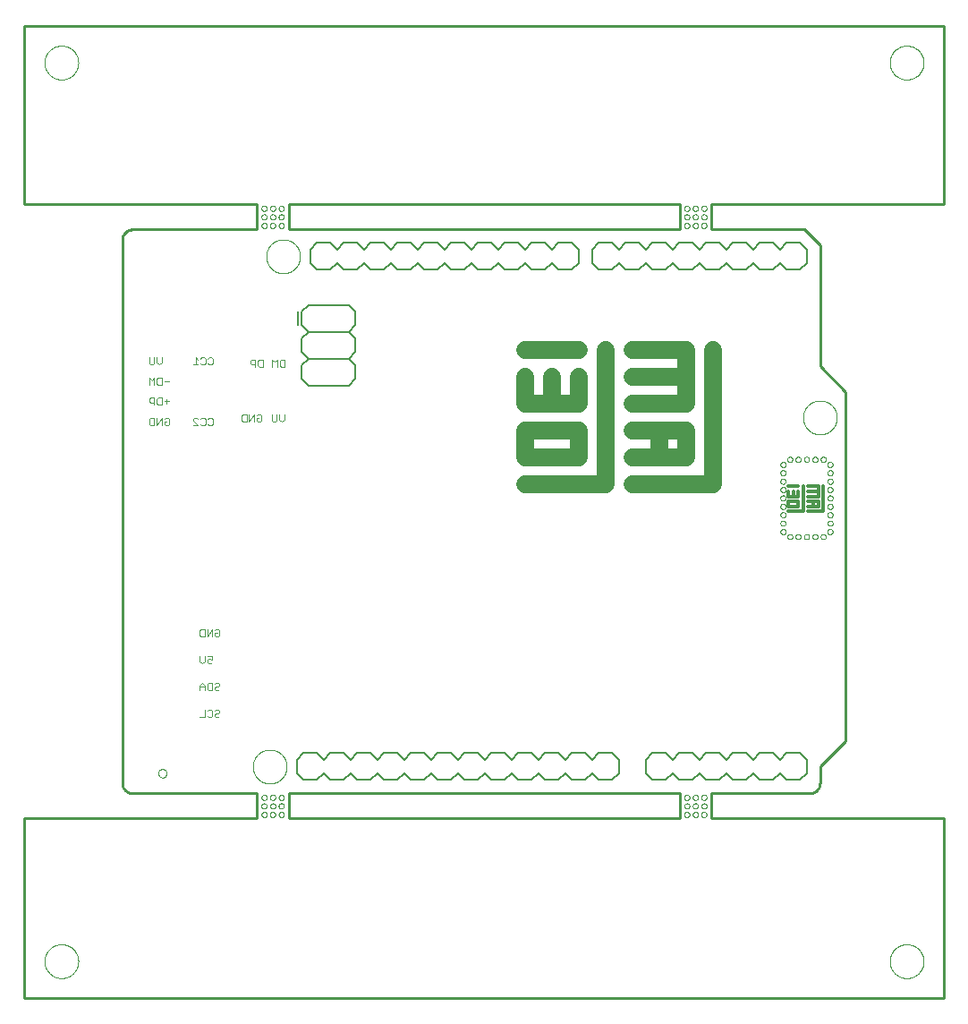
<source format=gbo>
G75*
%MOIN*%
%OFA0B0*%
%FSLAX25Y25*%
%IPPOS*%
%LPD*%
%AMOC8*
5,1,8,0,0,1.08239X$1,22.5*
%
%ADD10C,0.00000*%
%ADD11C,0.01000*%
%ADD12C,0.00800*%
%ADD13C,0.00300*%
%ADD14C,0.01200*%
%ADD15C,0.06600*%
D10*
X0008981Y0015280D02*
X0008983Y0015438D01*
X0008989Y0015596D01*
X0008999Y0015754D01*
X0009013Y0015912D01*
X0009031Y0016069D01*
X0009052Y0016226D01*
X0009078Y0016382D01*
X0009108Y0016538D01*
X0009141Y0016693D01*
X0009179Y0016846D01*
X0009220Y0016999D01*
X0009265Y0017151D01*
X0009314Y0017302D01*
X0009367Y0017451D01*
X0009423Y0017599D01*
X0009483Y0017745D01*
X0009547Y0017890D01*
X0009615Y0018033D01*
X0009686Y0018175D01*
X0009760Y0018315D01*
X0009838Y0018452D01*
X0009920Y0018588D01*
X0010004Y0018722D01*
X0010093Y0018853D01*
X0010184Y0018982D01*
X0010279Y0019109D01*
X0010376Y0019234D01*
X0010477Y0019356D01*
X0010581Y0019475D01*
X0010688Y0019592D01*
X0010798Y0019706D01*
X0010911Y0019817D01*
X0011026Y0019926D01*
X0011144Y0020031D01*
X0011265Y0020133D01*
X0011388Y0020233D01*
X0011514Y0020329D01*
X0011642Y0020422D01*
X0011772Y0020512D01*
X0011905Y0020598D01*
X0012040Y0020682D01*
X0012176Y0020761D01*
X0012315Y0020838D01*
X0012456Y0020910D01*
X0012598Y0020980D01*
X0012742Y0021045D01*
X0012888Y0021107D01*
X0013035Y0021165D01*
X0013184Y0021220D01*
X0013334Y0021271D01*
X0013485Y0021318D01*
X0013637Y0021361D01*
X0013790Y0021400D01*
X0013945Y0021436D01*
X0014100Y0021467D01*
X0014256Y0021495D01*
X0014412Y0021519D01*
X0014569Y0021539D01*
X0014727Y0021555D01*
X0014884Y0021567D01*
X0015043Y0021575D01*
X0015201Y0021579D01*
X0015359Y0021579D01*
X0015517Y0021575D01*
X0015676Y0021567D01*
X0015833Y0021555D01*
X0015991Y0021539D01*
X0016148Y0021519D01*
X0016304Y0021495D01*
X0016460Y0021467D01*
X0016615Y0021436D01*
X0016770Y0021400D01*
X0016923Y0021361D01*
X0017075Y0021318D01*
X0017226Y0021271D01*
X0017376Y0021220D01*
X0017525Y0021165D01*
X0017672Y0021107D01*
X0017818Y0021045D01*
X0017962Y0020980D01*
X0018104Y0020910D01*
X0018245Y0020838D01*
X0018384Y0020761D01*
X0018520Y0020682D01*
X0018655Y0020598D01*
X0018788Y0020512D01*
X0018918Y0020422D01*
X0019046Y0020329D01*
X0019172Y0020233D01*
X0019295Y0020133D01*
X0019416Y0020031D01*
X0019534Y0019926D01*
X0019649Y0019817D01*
X0019762Y0019706D01*
X0019872Y0019592D01*
X0019979Y0019475D01*
X0020083Y0019356D01*
X0020184Y0019234D01*
X0020281Y0019109D01*
X0020376Y0018982D01*
X0020467Y0018853D01*
X0020556Y0018722D01*
X0020640Y0018588D01*
X0020722Y0018452D01*
X0020800Y0018315D01*
X0020874Y0018175D01*
X0020945Y0018033D01*
X0021013Y0017890D01*
X0021077Y0017745D01*
X0021137Y0017599D01*
X0021193Y0017451D01*
X0021246Y0017302D01*
X0021295Y0017151D01*
X0021340Y0016999D01*
X0021381Y0016846D01*
X0021419Y0016693D01*
X0021452Y0016538D01*
X0021482Y0016382D01*
X0021508Y0016226D01*
X0021529Y0016069D01*
X0021547Y0015912D01*
X0021561Y0015754D01*
X0021571Y0015596D01*
X0021577Y0015438D01*
X0021579Y0015280D01*
X0021577Y0015122D01*
X0021571Y0014964D01*
X0021561Y0014806D01*
X0021547Y0014648D01*
X0021529Y0014491D01*
X0021508Y0014334D01*
X0021482Y0014178D01*
X0021452Y0014022D01*
X0021419Y0013867D01*
X0021381Y0013714D01*
X0021340Y0013561D01*
X0021295Y0013409D01*
X0021246Y0013258D01*
X0021193Y0013109D01*
X0021137Y0012961D01*
X0021077Y0012815D01*
X0021013Y0012670D01*
X0020945Y0012527D01*
X0020874Y0012385D01*
X0020800Y0012245D01*
X0020722Y0012108D01*
X0020640Y0011972D01*
X0020556Y0011838D01*
X0020467Y0011707D01*
X0020376Y0011578D01*
X0020281Y0011451D01*
X0020184Y0011326D01*
X0020083Y0011204D01*
X0019979Y0011085D01*
X0019872Y0010968D01*
X0019762Y0010854D01*
X0019649Y0010743D01*
X0019534Y0010634D01*
X0019416Y0010529D01*
X0019295Y0010427D01*
X0019172Y0010327D01*
X0019046Y0010231D01*
X0018918Y0010138D01*
X0018788Y0010048D01*
X0018655Y0009962D01*
X0018520Y0009878D01*
X0018384Y0009799D01*
X0018245Y0009722D01*
X0018104Y0009650D01*
X0017962Y0009580D01*
X0017818Y0009515D01*
X0017672Y0009453D01*
X0017525Y0009395D01*
X0017376Y0009340D01*
X0017226Y0009289D01*
X0017075Y0009242D01*
X0016923Y0009199D01*
X0016770Y0009160D01*
X0016615Y0009124D01*
X0016460Y0009093D01*
X0016304Y0009065D01*
X0016148Y0009041D01*
X0015991Y0009021D01*
X0015833Y0009005D01*
X0015676Y0008993D01*
X0015517Y0008985D01*
X0015359Y0008981D01*
X0015201Y0008981D01*
X0015043Y0008985D01*
X0014884Y0008993D01*
X0014727Y0009005D01*
X0014569Y0009021D01*
X0014412Y0009041D01*
X0014256Y0009065D01*
X0014100Y0009093D01*
X0013945Y0009124D01*
X0013790Y0009160D01*
X0013637Y0009199D01*
X0013485Y0009242D01*
X0013334Y0009289D01*
X0013184Y0009340D01*
X0013035Y0009395D01*
X0012888Y0009453D01*
X0012742Y0009515D01*
X0012598Y0009580D01*
X0012456Y0009650D01*
X0012315Y0009722D01*
X0012176Y0009799D01*
X0012040Y0009878D01*
X0011905Y0009962D01*
X0011772Y0010048D01*
X0011642Y0010138D01*
X0011514Y0010231D01*
X0011388Y0010327D01*
X0011265Y0010427D01*
X0011144Y0010529D01*
X0011026Y0010634D01*
X0010911Y0010743D01*
X0010798Y0010854D01*
X0010688Y0010968D01*
X0010581Y0011085D01*
X0010477Y0011204D01*
X0010376Y0011326D01*
X0010279Y0011451D01*
X0010184Y0011578D01*
X0010093Y0011707D01*
X0010004Y0011838D01*
X0009920Y0011972D01*
X0009838Y0012108D01*
X0009760Y0012245D01*
X0009686Y0012385D01*
X0009615Y0012527D01*
X0009547Y0012670D01*
X0009483Y0012815D01*
X0009423Y0012961D01*
X0009367Y0013109D01*
X0009314Y0013258D01*
X0009265Y0013409D01*
X0009220Y0013561D01*
X0009179Y0013714D01*
X0009141Y0013867D01*
X0009108Y0014022D01*
X0009078Y0014178D01*
X0009052Y0014334D01*
X0009031Y0014491D01*
X0009013Y0014648D01*
X0008999Y0014806D01*
X0008989Y0014964D01*
X0008983Y0015122D01*
X0008981Y0015280D01*
X0051342Y0085280D02*
X0051344Y0085359D01*
X0051350Y0085438D01*
X0051360Y0085517D01*
X0051374Y0085595D01*
X0051391Y0085672D01*
X0051413Y0085748D01*
X0051438Y0085823D01*
X0051468Y0085896D01*
X0051500Y0085968D01*
X0051537Y0086039D01*
X0051577Y0086107D01*
X0051620Y0086173D01*
X0051666Y0086237D01*
X0051716Y0086299D01*
X0051769Y0086358D01*
X0051824Y0086414D01*
X0051883Y0086468D01*
X0051944Y0086518D01*
X0052007Y0086566D01*
X0052073Y0086610D01*
X0052141Y0086651D01*
X0052211Y0086688D01*
X0052282Y0086722D01*
X0052356Y0086752D01*
X0052430Y0086778D01*
X0052506Y0086800D01*
X0052583Y0086819D01*
X0052661Y0086834D01*
X0052739Y0086845D01*
X0052818Y0086852D01*
X0052897Y0086855D01*
X0052976Y0086854D01*
X0053055Y0086849D01*
X0053134Y0086840D01*
X0053212Y0086827D01*
X0053289Y0086810D01*
X0053366Y0086790D01*
X0053441Y0086765D01*
X0053515Y0086737D01*
X0053588Y0086705D01*
X0053658Y0086670D01*
X0053727Y0086631D01*
X0053794Y0086588D01*
X0053859Y0086542D01*
X0053921Y0086494D01*
X0053981Y0086442D01*
X0054038Y0086387D01*
X0054092Y0086329D01*
X0054143Y0086269D01*
X0054191Y0086206D01*
X0054236Y0086141D01*
X0054278Y0086073D01*
X0054316Y0086004D01*
X0054350Y0085933D01*
X0054381Y0085860D01*
X0054409Y0085785D01*
X0054432Y0085710D01*
X0054452Y0085633D01*
X0054468Y0085556D01*
X0054480Y0085477D01*
X0054488Y0085399D01*
X0054492Y0085320D01*
X0054492Y0085240D01*
X0054488Y0085161D01*
X0054480Y0085083D01*
X0054468Y0085004D01*
X0054452Y0084927D01*
X0054432Y0084850D01*
X0054409Y0084775D01*
X0054381Y0084700D01*
X0054350Y0084627D01*
X0054316Y0084556D01*
X0054278Y0084487D01*
X0054236Y0084419D01*
X0054191Y0084354D01*
X0054143Y0084291D01*
X0054092Y0084231D01*
X0054038Y0084173D01*
X0053981Y0084118D01*
X0053921Y0084066D01*
X0053859Y0084018D01*
X0053794Y0083972D01*
X0053727Y0083929D01*
X0053658Y0083890D01*
X0053588Y0083855D01*
X0053515Y0083823D01*
X0053441Y0083795D01*
X0053366Y0083770D01*
X0053289Y0083750D01*
X0053212Y0083733D01*
X0053134Y0083720D01*
X0053055Y0083711D01*
X0052976Y0083706D01*
X0052897Y0083705D01*
X0052818Y0083708D01*
X0052739Y0083715D01*
X0052661Y0083726D01*
X0052583Y0083741D01*
X0052506Y0083760D01*
X0052430Y0083782D01*
X0052356Y0083808D01*
X0052282Y0083838D01*
X0052211Y0083872D01*
X0052141Y0083909D01*
X0052073Y0083950D01*
X0052007Y0083994D01*
X0051944Y0084042D01*
X0051883Y0084092D01*
X0051824Y0084146D01*
X0051769Y0084202D01*
X0051716Y0084261D01*
X0051666Y0084323D01*
X0051620Y0084387D01*
X0051577Y0084453D01*
X0051537Y0084521D01*
X0051500Y0084592D01*
X0051468Y0084664D01*
X0051438Y0084737D01*
X0051413Y0084812D01*
X0051391Y0084888D01*
X0051374Y0084965D01*
X0051360Y0085043D01*
X0051350Y0085122D01*
X0051344Y0085201D01*
X0051342Y0085280D01*
X0089837Y0076303D02*
X0089839Y0076365D01*
X0089845Y0076428D01*
X0089855Y0076489D01*
X0089869Y0076550D01*
X0089886Y0076610D01*
X0089907Y0076669D01*
X0089933Y0076726D01*
X0089961Y0076781D01*
X0089993Y0076835D01*
X0090029Y0076886D01*
X0090067Y0076936D01*
X0090109Y0076982D01*
X0090153Y0077026D01*
X0090201Y0077067D01*
X0090250Y0077105D01*
X0090302Y0077139D01*
X0090356Y0077170D01*
X0090412Y0077198D01*
X0090470Y0077222D01*
X0090529Y0077243D01*
X0090589Y0077259D01*
X0090650Y0077272D01*
X0090712Y0077281D01*
X0090774Y0077286D01*
X0090837Y0077287D01*
X0090899Y0077284D01*
X0090961Y0077277D01*
X0091023Y0077266D01*
X0091083Y0077251D01*
X0091143Y0077233D01*
X0091201Y0077211D01*
X0091258Y0077185D01*
X0091313Y0077155D01*
X0091366Y0077122D01*
X0091417Y0077086D01*
X0091465Y0077047D01*
X0091511Y0077004D01*
X0091554Y0076959D01*
X0091594Y0076911D01*
X0091631Y0076861D01*
X0091665Y0076808D01*
X0091696Y0076754D01*
X0091722Y0076698D01*
X0091746Y0076640D01*
X0091765Y0076580D01*
X0091781Y0076520D01*
X0091793Y0076458D01*
X0091801Y0076397D01*
X0091805Y0076334D01*
X0091805Y0076272D01*
X0091801Y0076209D01*
X0091793Y0076148D01*
X0091781Y0076086D01*
X0091765Y0076026D01*
X0091746Y0075966D01*
X0091722Y0075908D01*
X0091696Y0075852D01*
X0091665Y0075798D01*
X0091631Y0075745D01*
X0091594Y0075695D01*
X0091554Y0075647D01*
X0091511Y0075602D01*
X0091465Y0075559D01*
X0091417Y0075520D01*
X0091366Y0075484D01*
X0091313Y0075451D01*
X0091258Y0075421D01*
X0091201Y0075395D01*
X0091143Y0075373D01*
X0091083Y0075355D01*
X0091023Y0075340D01*
X0090961Y0075329D01*
X0090899Y0075322D01*
X0090837Y0075319D01*
X0090774Y0075320D01*
X0090712Y0075325D01*
X0090650Y0075334D01*
X0090589Y0075347D01*
X0090529Y0075363D01*
X0090470Y0075384D01*
X0090412Y0075408D01*
X0090356Y0075436D01*
X0090302Y0075467D01*
X0090250Y0075501D01*
X0090201Y0075539D01*
X0090153Y0075580D01*
X0090109Y0075624D01*
X0090067Y0075670D01*
X0090029Y0075720D01*
X0089993Y0075771D01*
X0089961Y0075825D01*
X0089933Y0075880D01*
X0089907Y0075937D01*
X0089886Y0075996D01*
X0089869Y0076056D01*
X0089855Y0076117D01*
X0089845Y0076178D01*
X0089839Y0076241D01*
X0089837Y0076303D01*
X0089837Y0073104D02*
X0089839Y0073166D01*
X0089845Y0073229D01*
X0089855Y0073290D01*
X0089869Y0073351D01*
X0089886Y0073411D01*
X0089907Y0073470D01*
X0089933Y0073527D01*
X0089961Y0073582D01*
X0089993Y0073636D01*
X0090029Y0073687D01*
X0090067Y0073737D01*
X0090109Y0073783D01*
X0090153Y0073827D01*
X0090201Y0073868D01*
X0090250Y0073906D01*
X0090302Y0073940D01*
X0090356Y0073971D01*
X0090412Y0073999D01*
X0090470Y0074023D01*
X0090529Y0074044D01*
X0090589Y0074060D01*
X0090650Y0074073D01*
X0090712Y0074082D01*
X0090774Y0074087D01*
X0090837Y0074088D01*
X0090899Y0074085D01*
X0090961Y0074078D01*
X0091023Y0074067D01*
X0091083Y0074052D01*
X0091143Y0074034D01*
X0091201Y0074012D01*
X0091258Y0073986D01*
X0091313Y0073956D01*
X0091366Y0073923D01*
X0091417Y0073887D01*
X0091465Y0073848D01*
X0091511Y0073805D01*
X0091554Y0073760D01*
X0091594Y0073712D01*
X0091631Y0073662D01*
X0091665Y0073609D01*
X0091696Y0073555D01*
X0091722Y0073499D01*
X0091746Y0073441D01*
X0091765Y0073381D01*
X0091781Y0073321D01*
X0091793Y0073259D01*
X0091801Y0073198D01*
X0091805Y0073135D01*
X0091805Y0073073D01*
X0091801Y0073010D01*
X0091793Y0072949D01*
X0091781Y0072887D01*
X0091765Y0072827D01*
X0091746Y0072767D01*
X0091722Y0072709D01*
X0091696Y0072653D01*
X0091665Y0072599D01*
X0091631Y0072546D01*
X0091594Y0072496D01*
X0091554Y0072448D01*
X0091511Y0072403D01*
X0091465Y0072360D01*
X0091417Y0072321D01*
X0091366Y0072285D01*
X0091313Y0072252D01*
X0091258Y0072222D01*
X0091201Y0072196D01*
X0091143Y0072174D01*
X0091083Y0072156D01*
X0091023Y0072141D01*
X0090961Y0072130D01*
X0090899Y0072123D01*
X0090837Y0072120D01*
X0090774Y0072121D01*
X0090712Y0072126D01*
X0090650Y0072135D01*
X0090589Y0072148D01*
X0090529Y0072164D01*
X0090470Y0072185D01*
X0090412Y0072209D01*
X0090356Y0072237D01*
X0090302Y0072268D01*
X0090250Y0072302D01*
X0090201Y0072340D01*
X0090153Y0072381D01*
X0090109Y0072425D01*
X0090067Y0072471D01*
X0090029Y0072521D01*
X0089993Y0072572D01*
X0089961Y0072626D01*
X0089933Y0072681D01*
X0089907Y0072738D01*
X0089886Y0072797D01*
X0089869Y0072857D01*
X0089855Y0072918D01*
X0089845Y0072979D01*
X0089839Y0073042D01*
X0089837Y0073104D01*
X0089837Y0069906D02*
X0089839Y0069968D01*
X0089845Y0070031D01*
X0089855Y0070092D01*
X0089869Y0070153D01*
X0089886Y0070213D01*
X0089907Y0070272D01*
X0089933Y0070329D01*
X0089961Y0070384D01*
X0089993Y0070438D01*
X0090029Y0070489D01*
X0090067Y0070539D01*
X0090109Y0070585D01*
X0090153Y0070629D01*
X0090201Y0070670D01*
X0090250Y0070708D01*
X0090302Y0070742D01*
X0090356Y0070773D01*
X0090412Y0070801D01*
X0090470Y0070825D01*
X0090529Y0070846D01*
X0090589Y0070862D01*
X0090650Y0070875D01*
X0090712Y0070884D01*
X0090774Y0070889D01*
X0090837Y0070890D01*
X0090899Y0070887D01*
X0090961Y0070880D01*
X0091023Y0070869D01*
X0091083Y0070854D01*
X0091143Y0070836D01*
X0091201Y0070814D01*
X0091258Y0070788D01*
X0091313Y0070758D01*
X0091366Y0070725D01*
X0091417Y0070689D01*
X0091465Y0070650D01*
X0091511Y0070607D01*
X0091554Y0070562D01*
X0091594Y0070514D01*
X0091631Y0070464D01*
X0091665Y0070411D01*
X0091696Y0070357D01*
X0091722Y0070301D01*
X0091746Y0070243D01*
X0091765Y0070183D01*
X0091781Y0070123D01*
X0091793Y0070061D01*
X0091801Y0070000D01*
X0091805Y0069937D01*
X0091805Y0069875D01*
X0091801Y0069812D01*
X0091793Y0069751D01*
X0091781Y0069689D01*
X0091765Y0069629D01*
X0091746Y0069569D01*
X0091722Y0069511D01*
X0091696Y0069455D01*
X0091665Y0069401D01*
X0091631Y0069348D01*
X0091594Y0069298D01*
X0091554Y0069250D01*
X0091511Y0069205D01*
X0091465Y0069162D01*
X0091417Y0069123D01*
X0091366Y0069087D01*
X0091313Y0069054D01*
X0091258Y0069024D01*
X0091201Y0068998D01*
X0091143Y0068976D01*
X0091083Y0068958D01*
X0091023Y0068943D01*
X0090961Y0068932D01*
X0090899Y0068925D01*
X0090837Y0068922D01*
X0090774Y0068923D01*
X0090712Y0068928D01*
X0090650Y0068937D01*
X0090589Y0068950D01*
X0090529Y0068966D01*
X0090470Y0068987D01*
X0090412Y0069011D01*
X0090356Y0069039D01*
X0090302Y0069070D01*
X0090250Y0069104D01*
X0090201Y0069142D01*
X0090153Y0069183D01*
X0090109Y0069227D01*
X0090067Y0069273D01*
X0090029Y0069323D01*
X0089993Y0069374D01*
X0089961Y0069428D01*
X0089933Y0069483D01*
X0089907Y0069540D01*
X0089886Y0069599D01*
X0089869Y0069659D01*
X0089855Y0069720D01*
X0089845Y0069781D01*
X0089839Y0069844D01*
X0089837Y0069906D01*
X0093036Y0069906D02*
X0093038Y0069968D01*
X0093044Y0070031D01*
X0093054Y0070092D01*
X0093068Y0070153D01*
X0093085Y0070213D01*
X0093106Y0070272D01*
X0093132Y0070329D01*
X0093160Y0070384D01*
X0093192Y0070438D01*
X0093228Y0070489D01*
X0093266Y0070539D01*
X0093308Y0070585D01*
X0093352Y0070629D01*
X0093400Y0070670D01*
X0093449Y0070708D01*
X0093501Y0070742D01*
X0093555Y0070773D01*
X0093611Y0070801D01*
X0093669Y0070825D01*
X0093728Y0070846D01*
X0093788Y0070862D01*
X0093849Y0070875D01*
X0093911Y0070884D01*
X0093973Y0070889D01*
X0094036Y0070890D01*
X0094098Y0070887D01*
X0094160Y0070880D01*
X0094222Y0070869D01*
X0094282Y0070854D01*
X0094342Y0070836D01*
X0094400Y0070814D01*
X0094457Y0070788D01*
X0094512Y0070758D01*
X0094565Y0070725D01*
X0094616Y0070689D01*
X0094664Y0070650D01*
X0094710Y0070607D01*
X0094753Y0070562D01*
X0094793Y0070514D01*
X0094830Y0070464D01*
X0094864Y0070411D01*
X0094895Y0070357D01*
X0094921Y0070301D01*
X0094945Y0070243D01*
X0094964Y0070183D01*
X0094980Y0070123D01*
X0094992Y0070061D01*
X0095000Y0070000D01*
X0095004Y0069937D01*
X0095004Y0069875D01*
X0095000Y0069812D01*
X0094992Y0069751D01*
X0094980Y0069689D01*
X0094964Y0069629D01*
X0094945Y0069569D01*
X0094921Y0069511D01*
X0094895Y0069455D01*
X0094864Y0069401D01*
X0094830Y0069348D01*
X0094793Y0069298D01*
X0094753Y0069250D01*
X0094710Y0069205D01*
X0094664Y0069162D01*
X0094616Y0069123D01*
X0094565Y0069087D01*
X0094512Y0069054D01*
X0094457Y0069024D01*
X0094400Y0068998D01*
X0094342Y0068976D01*
X0094282Y0068958D01*
X0094222Y0068943D01*
X0094160Y0068932D01*
X0094098Y0068925D01*
X0094036Y0068922D01*
X0093973Y0068923D01*
X0093911Y0068928D01*
X0093849Y0068937D01*
X0093788Y0068950D01*
X0093728Y0068966D01*
X0093669Y0068987D01*
X0093611Y0069011D01*
X0093555Y0069039D01*
X0093501Y0069070D01*
X0093449Y0069104D01*
X0093400Y0069142D01*
X0093352Y0069183D01*
X0093308Y0069227D01*
X0093266Y0069273D01*
X0093228Y0069323D01*
X0093192Y0069374D01*
X0093160Y0069428D01*
X0093132Y0069483D01*
X0093106Y0069540D01*
X0093085Y0069599D01*
X0093068Y0069659D01*
X0093054Y0069720D01*
X0093044Y0069781D01*
X0093038Y0069844D01*
X0093036Y0069906D01*
X0093036Y0073104D02*
X0093038Y0073166D01*
X0093044Y0073229D01*
X0093054Y0073290D01*
X0093068Y0073351D01*
X0093085Y0073411D01*
X0093106Y0073470D01*
X0093132Y0073527D01*
X0093160Y0073582D01*
X0093192Y0073636D01*
X0093228Y0073687D01*
X0093266Y0073737D01*
X0093308Y0073783D01*
X0093352Y0073827D01*
X0093400Y0073868D01*
X0093449Y0073906D01*
X0093501Y0073940D01*
X0093555Y0073971D01*
X0093611Y0073999D01*
X0093669Y0074023D01*
X0093728Y0074044D01*
X0093788Y0074060D01*
X0093849Y0074073D01*
X0093911Y0074082D01*
X0093973Y0074087D01*
X0094036Y0074088D01*
X0094098Y0074085D01*
X0094160Y0074078D01*
X0094222Y0074067D01*
X0094282Y0074052D01*
X0094342Y0074034D01*
X0094400Y0074012D01*
X0094457Y0073986D01*
X0094512Y0073956D01*
X0094565Y0073923D01*
X0094616Y0073887D01*
X0094664Y0073848D01*
X0094710Y0073805D01*
X0094753Y0073760D01*
X0094793Y0073712D01*
X0094830Y0073662D01*
X0094864Y0073609D01*
X0094895Y0073555D01*
X0094921Y0073499D01*
X0094945Y0073441D01*
X0094964Y0073381D01*
X0094980Y0073321D01*
X0094992Y0073259D01*
X0095000Y0073198D01*
X0095004Y0073135D01*
X0095004Y0073073D01*
X0095000Y0073010D01*
X0094992Y0072949D01*
X0094980Y0072887D01*
X0094964Y0072827D01*
X0094945Y0072767D01*
X0094921Y0072709D01*
X0094895Y0072653D01*
X0094864Y0072599D01*
X0094830Y0072546D01*
X0094793Y0072496D01*
X0094753Y0072448D01*
X0094710Y0072403D01*
X0094664Y0072360D01*
X0094616Y0072321D01*
X0094565Y0072285D01*
X0094512Y0072252D01*
X0094457Y0072222D01*
X0094400Y0072196D01*
X0094342Y0072174D01*
X0094282Y0072156D01*
X0094222Y0072141D01*
X0094160Y0072130D01*
X0094098Y0072123D01*
X0094036Y0072120D01*
X0093973Y0072121D01*
X0093911Y0072126D01*
X0093849Y0072135D01*
X0093788Y0072148D01*
X0093728Y0072164D01*
X0093669Y0072185D01*
X0093611Y0072209D01*
X0093555Y0072237D01*
X0093501Y0072268D01*
X0093449Y0072302D01*
X0093400Y0072340D01*
X0093352Y0072381D01*
X0093308Y0072425D01*
X0093266Y0072471D01*
X0093228Y0072521D01*
X0093192Y0072572D01*
X0093160Y0072626D01*
X0093132Y0072681D01*
X0093106Y0072738D01*
X0093085Y0072797D01*
X0093068Y0072857D01*
X0093054Y0072918D01*
X0093044Y0072979D01*
X0093038Y0073042D01*
X0093036Y0073104D01*
X0093036Y0076303D02*
X0093038Y0076365D01*
X0093044Y0076428D01*
X0093054Y0076489D01*
X0093068Y0076550D01*
X0093085Y0076610D01*
X0093106Y0076669D01*
X0093132Y0076726D01*
X0093160Y0076781D01*
X0093192Y0076835D01*
X0093228Y0076886D01*
X0093266Y0076936D01*
X0093308Y0076982D01*
X0093352Y0077026D01*
X0093400Y0077067D01*
X0093449Y0077105D01*
X0093501Y0077139D01*
X0093555Y0077170D01*
X0093611Y0077198D01*
X0093669Y0077222D01*
X0093728Y0077243D01*
X0093788Y0077259D01*
X0093849Y0077272D01*
X0093911Y0077281D01*
X0093973Y0077286D01*
X0094036Y0077287D01*
X0094098Y0077284D01*
X0094160Y0077277D01*
X0094222Y0077266D01*
X0094282Y0077251D01*
X0094342Y0077233D01*
X0094400Y0077211D01*
X0094457Y0077185D01*
X0094512Y0077155D01*
X0094565Y0077122D01*
X0094616Y0077086D01*
X0094664Y0077047D01*
X0094710Y0077004D01*
X0094753Y0076959D01*
X0094793Y0076911D01*
X0094830Y0076861D01*
X0094864Y0076808D01*
X0094895Y0076754D01*
X0094921Y0076698D01*
X0094945Y0076640D01*
X0094964Y0076580D01*
X0094980Y0076520D01*
X0094992Y0076458D01*
X0095000Y0076397D01*
X0095004Y0076334D01*
X0095004Y0076272D01*
X0095000Y0076209D01*
X0094992Y0076148D01*
X0094980Y0076086D01*
X0094964Y0076026D01*
X0094945Y0075966D01*
X0094921Y0075908D01*
X0094895Y0075852D01*
X0094864Y0075798D01*
X0094830Y0075745D01*
X0094793Y0075695D01*
X0094753Y0075647D01*
X0094710Y0075602D01*
X0094664Y0075559D01*
X0094616Y0075520D01*
X0094565Y0075484D01*
X0094512Y0075451D01*
X0094457Y0075421D01*
X0094400Y0075395D01*
X0094342Y0075373D01*
X0094282Y0075355D01*
X0094222Y0075340D01*
X0094160Y0075329D01*
X0094098Y0075322D01*
X0094036Y0075319D01*
X0093973Y0075320D01*
X0093911Y0075325D01*
X0093849Y0075334D01*
X0093788Y0075347D01*
X0093728Y0075363D01*
X0093669Y0075384D01*
X0093611Y0075408D01*
X0093555Y0075436D01*
X0093501Y0075467D01*
X0093449Y0075501D01*
X0093400Y0075539D01*
X0093352Y0075580D01*
X0093308Y0075624D01*
X0093266Y0075670D01*
X0093228Y0075720D01*
X0093192Y0075771D01*
X0093160Y0075825D01*
X0093132Y0075880D01*
X0093106Y0075937D01*
X0093085Y0075996D01*
X0093068Y0076056D01*
X0093054Y0076117D01*
X0093044Y0076178D01*
X0093038Y0076241D01*
X0093036Y0076303D01*
X0096235Y0076303D02*
X0096237Y0076365D01*
X0096243Y0076428D01*
X0096253Y0076489D01*
X0096267Y0076550D01*
X0096284Y0076610D01*
X0096305Y0076669D01*
X0096331Y0076726D01*
X0096359Y0076781D01*
X0096391Y0076835D01*
X0096427Y0076886D01*
X0096465Y0076936D01*
X0096507Y0076982D01*
X0096551Y0077026D01*
X0096599Y0077067D01*
X0096648Y0077105D01*
X0096700Y0077139D01*
X0096754Y0077170D01*
X0096810Y0077198D01*
X0096868Y0077222D01*
X0096927Y0077243D01*
X0096987Y0077259D01*
X0097048Y0077272D01*
X0097110Y0077281D01*
X0097172Y0077286D01*
X0097235Y0077287D01*
X0097297Y0077284D01*
X0097359Y0077277D01*
X0097421Y0077266D01*
X0097481Y0077251D01*
X0097541Y0077233D01*
X0097599Y0077211D01*
X0097656Y0077185D01*
X0097711Y0077155D01*
X0097764Y0077122D01*
X0097815Y0077086D01*
X0097863Y0077047D01*
X0097909Y0077004D01*
X0097952Y0076959D01*
X0097992Y0076911D01*
X0098029Y0076861D01*
X0098063Y0076808D01*
X0098094Y0076754D01*
X0098120Y0076698D01*
X0098144Y0076640D01*
X0098163Y0076580D01*
X0098179Y0076520D01*
X0098191Y0076458D01*
X0098199Y0076397D01*
X0098203Y0076334D01*
X0098203Y0076272D01*
X0098199Y0076209D01*
X0098191Y0076148D01*
X0098179Y0076086D01*
X0098163Y0076026D01*
X0098144Y0075966D01*
X0098120Y0075908D01*
X0098094Y0075852D01*
X0098063Y0075798D01*
X0098029Y0075745D01*
X0097992Y0075695D01*
X0097952Y0075647D01*
X0097909Y0075602D01*
X0097863Y0075559D01*
X0097815Y0075520D01*
X0097764Y0075484D01*
X0097711Y0075451D01*
X0097656Y0075421D01*
X0097599Y0075395D01*
X0097541Y0075373D01*
X0097481Y0075355D01*
X0097421Y0075340D01*
X0097359Y0075329D01*
X0097297Y0075322D01*
X0097235Y0075319D01*
X0097172Y0075320D01*
X0097110Y0075325D01*
X0097048Y0075334D01*
X0096987Y0075347D01*
X0096927Y0075363D01*
X0096868Y0075384D01*
X0096810Y0075408D01*
X0096754Y0075436D01*
X0096700Y0075467D01*
X0096648Y0075501D01*
X0096599Y0075539D01*
X0096551Y0075580D01*
X0096507Y0075624D01*
X0096465Y0075670D01*
X0096427Y0075720D01*
X0096391Y0075771D01*
X0096359Y0075825D01*
X0096331Y0075880D01*
X0096305Y0075937D01*
X0096284Y0075996D01*
X0096267Y0076056D01*
X0096253Y0076117D01*
X0096243Y0076178D01*
X0096237Y0076241D01*
X0096235Y0076303D01*
X0096235Y0073104D02*
X0096237Y0073166D01*
X0096243Y0073229D01*
X0096253Y0073290D01*
X0096267Y0073351D01*
X0096284Y0073411D01*
X0096305Y0073470D01*
X0096331Y0073527D01*
X0096359Y0073582D01*
X0096391Y0073636D01*
X0096427Y0073687D01*
X0096465Y0073737D01*
X0096507Y0073783D01*
X0096551Y0073827D01*
X0096599Y0073868D01*
X0096648Y0073906D01*
X0096700Y0073940D01*
X0096754Y0073971D01*
X0096810Y0073999D01*
X0096868Y0074023D01*
X0096927Y0074044D01*
X0096987Y0074060D01*
X0097048Y0074073D01*
X0097110Y0074082D01*
X0097172Y0074087D01*
X0097235Y0074088D01*
X0097297Y0074085D01*
X0097359Y0074078D01*
X0097421Y0074067D01*
X0097481Y0074052D01*
X0097541Y0074034D01*
X0097599Y0074012D01*
X0097656Y0073986D01*
X0097711Y0073956D01*
X0097764Y0073923D01*
X0097815Y0073887D01*
X0097863Y0073848D01*
X0097909Y0073805D01*
X0097952Y0073760D01*
X0097992Y0073712D01*
X0098029Y0073662D01*
X0098063Y0073609D01*
X0098094Y0073555D01*
X0098120Y0073499D01*
X0098144Y0073441D01*
X0098163Y0073381D01*
X0098179Y0073321D01*
X0098191Y0073259D01*
X0098199Y0073198D01*
X0098203Y0073135D01*
X0098203Y0073073D01*
X0098199Y0073010D01*
X0098191Y0072949D01*
X0098179Y0072887D01*
X0098163Y0072827D01*
X0098144Y0072767D01*
X0098120Y0072709D01*
X0098094Y0072653D01*
X0098063Y0072599D01*
X0098029Y0072546D01*
X0097992Y0072496D01*
X0097952Y0072448D01*
X0097909Y0072403D01*
X0097863Y0072360D01*
X0097815Y0072321D01*
X0097764Y0072285D01*
X0097711Y0072252D01*
X0097656Y0072222D01*
X0097599Y0072196D01*
X0097541Y0072174D01*
X0097481Y0072156D01*
X0097421Y0072141D01*
X0097359Y0072130D01*
X0097297Y0072123D01*
X0097235Y0072120D01*
X0097172Y0072121D01*
X0097110Y0072126D01*
X0097048Y0072135D01*
X0096987Y0072148D01*
X0096927Y0072164D01*
X0096868Y0072185D01*
X0096810Y0072209D01*
X0096754Y0072237D01*
X0096700Y0072268D01*
X0096648Y0072302D01*
X0096599Y0072340D01*
X0096551Y0072381D01*
X0096507Y0072425D01*
X0096465Y0072471D01*
X0096427Y0072521D01*
X0096391Y0072572D01*
X0096359Y0072626D01*
X0096331Y0072681D01*
X0096305Y0072738D01*
X0096284Y0072797D01*
X0096267Y0072857D01*
X0096253Y0072918D01*
X0096243Y0072979D01*
X0096237Y0073042D01*
X0096235Y0073104D01*
X0096235Y0069906D02*
X0096237Y0069968D01*
X0096243Y0070031D01*
X0096253Y0070092D01*
X0096267Y0070153D01*
X0096284Y0070213D01*
X0096305Y0070272D01*
X0096331Y0070329D01*
X0096359Y0070384D01*
X0096391Y0070438D01*
X0096427Y0070489D01*
X0096465Y0070539D01*
X0096507Y0070585D01*
X0096551Y0070629D01*
X0096599Y0070670D01*
X0096648Y0070708D01*
X0096700Y0070742D01*
X0096754Y0070773D01*
X0096810Y0070801D01*
X0096868Y0070825D01*
X0096927Y0070846D01*
X0096987Y0070862D01*
X0097048Y0070875D01*
X0097110Y0070884D01*
X0097172Y0070889D01*
X0097235Y0070890D01*
X0097297Y0070887D01*
X0097359Y0070880D01*
X0097421Y0070869D01*
X0097481Y0070854D01*
X0097541Y0070836D01*
X0097599Y0070814D01*
X0097656Y0070788D01*
X0097711Y0070758D01*
X0097764Y0070725D01*
X0097815Y0070689D01*
X0097863Y0070650D01*
X0097909Y0070607D01*
X0097952Y0070562D01*
X0097992Y0070514D01*
X0098029Y0070464D01*
X0098063Y0070411D01*
X0098094Y0070357D01*
X0098120Y0070301D01*
X0098144Y0070243D01*
X0098163Y0070183D01*
X0098179Y0070123D01*
X0098191Y0070061D01*
X0098199Y0070000D01*
X0098203Y0069937D01*
X0098203Y0069875D01*
X0098199Y0069812D01*
X0098191Y0069751D01*
X0098179Y0069689D01*
X0098163Y0069629D01*
X0098144Y0069569D01*
X0098120Y0069511D01*
X0098094Y0069455D01*
X0098063Y0069401D01*
X0098029Y0069348D01*
X0097992Y0069298D01*
X0097952Y0069250D01*
X0097909Y0069205D01*
X0097863Y0069162D01*
X0097815Y0069123D01*
X0097764Y0069087D01*
X0097711Y0069054D01*
X0097656Y0069024D01*
X0097599Y0068998D01*
X0097541Y0068976D01*
X0097481Y0068958D01*
X0097421Y0068943D01*
X0097359Y0068932D01*
X0097297Y0068925D01*
X0097235Y0068922D01*
X0097172Y0068923D01*
X0097110Y0068928D01*
X0097048Y0068937D01*
X0096987Y0068950D01*
X0096927Y0068966D01*
X0096868Y0068987D01*
X0096810Y0069011D01*
X0096754Y0069039D01*
X0096700Y0069070D01*
X0096648Y0069104D01*
X0096599Y0069142D01*
X0096551Y0069183D01*
X0096507Y0069227D01*
X0096465Y0069273D01*
X0096427Y0069323D01*
X0096391Y0069374D01*
X0096359Y0069428D01*
X0096331Y0069483D01*
X0096305Y0069540D01*
X0096284Y0069599D01*
X0096267Y0069659D01*
X0096253Y0069720D01*
X0096243Y0069781D01*
X0096237Y0069844D01*
X0096235Y0069906D01*
X0086618Y0087780D02*
X0086620Y0087938D01*
X0086626Y0088096D01*
X0086636Y0088254D01*
X0086650Y0088412D01*
X0086668Y0088569D01*
X0086689Y0088726D01*
X0086715Y0088882D01*
X0086745Y0089038D01*
X0086778Y0089193D01*
X0086816Y0089346D01*
X0086857Y0089499D01*
X0086902Y0089651D01*
X0086951Y0089802D01*
X0087004Y0089951D01*
X0087060Y0090099D01*
X0087120Y0090245D01*
X0087184Y0090390D01*
X0087252Y0090533D01*
X0087323Y0090675D01*
X0087397Y0090815D01*
X0087475Y0090952D01*
X0087557Y0091088D01*
X0087641Y0091222D01*
X0087730Y0091353D01*
X0087821Y0091482D01*
X0087916Y0091609D01*
X0088013Y0091734D01*
X0088114Y0091856D01*
X0088218Y0091975D01*
X0088325Y0092092D01*
X0088435Y0092206D01*
X0088548Y0092317D01*
X0088663Y0092426D01*
X0088781Y0092531D01*
X0088902Y0092633D01*
X0089025Y0092733D01*
X0089151Y0092829D01*
X0089279Y0092922D01*
X0089409Y0093012D01*
X0089542Y0093098D01*
X0089677Y0093182D01*
X0089813Y0093261D01*
X0089952Y0093338D01*
X0090093Y0093410D01*
X0090235Y0093480D01*
X0090379Y0093545D01*
X0090525Y0093607D01*
X0090672Y0093665D01*
X0090821Y0093720D01*
X0090971Y0093771D01*
X0091122Y0093818D01*
X0091274Y0093861D01*
X0091427Y0093900D01*
X0091582Y0093936D01*
X0091737Y0093967D01*
X0091893Y0093995D01*
X0092049Y0094019D01*
X0092206Y0094039D01*
X0092364Y0094055D01*
X0092521Y0094067D01*
X0092680Y0094075D01*
X0092838Y0094079D01*
X0092996Y0094079D01*
X0093154Y0094075D01*
X0093313Y0094067D01*
X0093470Y0094055D01*
X0093628Y0094039D01*
X0093785Y0094019D01*
X0093941Y0093995D01*
X0094097Y0093967D01*
X0094252Y0093936D01*
X0094407Y0093900D01*
X0094560Y0093861D01*
X0094712Y0093818D01*
X0094863Y0093771D01*
X0095013Y0093720D01*
X0095162Y0093665D01*
X0095309Y0093607D01*
X0095455Y0093545D01*
X0095599Y0093480D01*
X0095741Y0093410D01*
X0095882Y0093338D01*
X0096021Y0093261D01*
X0096157Y0093182D01*
X0096292Y0093098D01*
X0096425Y0093012D01*
X0096555Y0092922D01*
X0096683Y0092829D01*
X0096809Y0092733D01*
X0096932Y0092633D01*
X0097053Y0092531D01*
X0097171Y0092426D01*
X0097286Y0092317D01*
X0097399Y0092206D01*
X0097509Y0092092D01*
X0097616Y0091975D01*
X0097720Y0091856D01*
X0097821Y0091734D01*
X0097918Y0091609D01*
X0098013Y0091482D01*
X0098104Y0091353D01*
X0098193Y0091222D01*
X0098277Y0091088D01*
X0098359Y0090952D01*
X0098437Y0090815D01*
X0098511Y0090675D01*
X0098582Y0090533D01*
X0098650Y0090390D01*
X0098714Y0090245D01*
X0098774Y0090099D01*
X0098830Y0089951D01*
X0098883Y0089802D01*
X0098932Y0089651D01*
X0098977Y0089499D01*
X0099018Y0089346D01*
X0099056Y0089193D01*
X0099089Y0089038D01*
X0099119Y0088882D01*
X0099145Y0088726D01*
X0099166Y0088569D01*
X0099184Y0088412D01*
X0099198Y0088254D01*
X0099208Y0088096D01*
X0099214Y0087938D01*
X0099216Y0087780D01*
X0099214Y0087622D01*
X0099208Y0087464D01*
X0099198Y0087306D01*
X0099184Y0087148D01*
X0099166Y0086991D01*
X0099145Y0086834D01*
X0099119Y0086678D01*
X0099089Y0086522D01*
X0099056Y0086367D01*
X0099018Y0086214D01*
X0098977Y0086061D01*
X0098932Y0085909D01*
X0098883Y0085758D01*
X0098830Y0085609D01*
X0098774Y0085461D01*
X0098714Y0085315D01*
X0098650Y0085170D01*
X0098582Y0085027D01*
X0098511Y0084885D01*
X0098437Y0084745D01*
X0098359Y0084608D01*
X0098277Y0084472D01*
X0098193Y0084338D01*
X0098104Y0084207D01*
X0098013Y0084078D01*
X0097918Y0083951D01*
X0097821Y0083826D01*
X0097720Y0083704D01*
X0097616Y0083585D01*
X0097509Y0083468D01*
X0097399Y0083354D01*
X0097286Y0083243D01*
X0097171Y0083134D01*
X0097053Y0083029D01*
X0096932Y0082927D01*
X0096809Y0082827D01*
X0096683Y0082731D01*
X0096555Y0082638D01*
X0096425Y0082548D01*
X0096292Y0082462D01*
X0096157Y0082378D01*
X0096021Y0082299D01*
X0095882Y0082222D01*
X0095741Y0082150D01*
X0095599Y0082080D01*
X0095455Y0082015D01*
X0095309Y0081953D01*
X0095162Y0081895D01*
X0095013Y0081840D01*
X0094863Y0081789D01*
X0094712Y0081742D01*
X0094560Y0081699D01*
X0094407Y0081660D01*
X0094252Y0081624D01*
X0094097Y0081593D01*
X0093941Y0081565D01*
X0093785Y0081541D01*
X0093628Y0081521D01*
X0093470Y0081505D01*
X0093313Y0081493D01*
X0093154Y0081485D01*
X0092996Y0081481D01*
X0092838Y0081481D01*
X0092680Y0081485D01*
X0092521Y0081493D01*
X0092364Y0081505D01*
X0092206Y0081521D01*
X0092049Y0081541D01*
X0091893Y0081565D01*
X0091737Y0081593D01*
X0091582Y0081624D01*
X0091427Y0081660D01*
X0091274Y0081699D01*
X0091122Y0081742D01*
X0090971Y0081789D01*
X0090821Y0081840D01*
X0090672Y0081895D01*
X0090525Y0081953D01*
X0090379Y0082015D01*
X0090235Y0082080D01*
X0090093Y0082150D01*
X0089952Y0082222D01*
X0089813Y0082299D01*
X0089677Y0082378D01*
X0089542Y0082462D01*
X0089409Y0082548D01*
X0089279Y0082638D01*
X0089151Y0082731D01*
X0089025Y0082827D01*
X0088902Y0082927D01*
X0088781Y0083029D01*
X0088663Y0083134D01*
X0088548Y0083243D01*
X0088435Y0083354D01*
X0088325Y0083468D01*
X0088218Y0083585D01*
X0088114Y0083704D01*
X0088013Y0083826D01*
X0087916Y0083951D01*
X0087821Y0084078D01*
X0087730Y0084207D01*
X0087641Y0084338D01*
X0087557Y0084472D01*
X0087475Y0084608D01*
X0087397Y0084745D01*
X0087323Y0084885D01*
X0087252Y0085027D01*
X0087184Y0085170D01*
X0087120Y0085315D01*
X0087060Y0085461D01*
X0087004Y0085609D01*
X0086951Y0085758D01*
X0086902Y0085909D01*
X0086857Y0086061D01*
X0086816Y0086214D01*
X0086778Y0086367D01*
X0086745Y0086522D01*
X0086715Y0086678D01*
X0086689Y0086834D01*
X0086668Y0086991D01*
X0086650Y0087148D01*
X0086636Y0087306D01*
X0086626Y0087464D01*
X0086620Y0087622D01*
X0086618Y0087780D01*
X0247317Y0076303D02*
X0247319Y0076365D01*
X0247325Y0076428D01*
X0247335Y0076489D01*
X0247349Y0076550D01*
X0247366Y0076610D01*
X0247387Y0076669D01*
X0247413Y0076726D01*
X0247441Y0076781D01*
X0247473Y0076835D01*
X0247509Y0076886D01*
X0247547Y0076936D01*
X0247589Y0076982D01*
X0247633Y0077026D01*
X0247681Y0077067D01*
X0247730Y0077105D01*
X0247782Y0077139D01*
X0247836Y0077170D01*
X0247892Y0077198D01*
X0247950Y0077222D01*
X0248009Y0077243D01*
X0248069Y0077259D01*
X0248130Y0077272D01*
X0248192Y0077281D01*
X0248254Y0077286D01*
X0248317Y0077287D01*
X0248379Y0077284D01*
X0248441Y0077277D01*
X0248503Y0077266D01*
X0248563Y0077251D01*
X0248623Y0077233D01*
X0248681Y0077211D01*
X0248738Y0077185D01*
X0248793Y0077155D01*
X0248846Y0077122D01*
X0248897Y0077086D01*
X0248945Y0077047D01*
X0248991Y0077004D01*
X0249034Y0076959D01*
X0249074Y0076911D01*
X0249111Y0076861D01*
X0249145Y0076808D01*
X0249176Y0076754D01*
X0249202Y0076698D01*
X0249226Y0076640D01*
X0249245Y0076580D01*
X0249261Y0076520D01*
X0249273Y0076458D01*
X0249281Y0076397D01*
X0249285Y0076334D01*
X0249285Y0076272D01*
X0249281Y0076209D01*
X0249273Y0076148D01*
X0249261Y0076086D01*
X0249245Y0076026D01*
X0249226Y0075966D01*
X0249202Y0075908D01*
X0249176Y0075852D01*
X0249145Y0075798D01*
X0249111Y0075745D01*
X0249074Y0075695D01*
X0249034Y0075647D01*
X0248991Y0075602D01*
X0248945Y0075559D01*
X0248897Y0075520D01*
X0248846Y0075484D01*
X0248793Y0075451D01*
X0248738Y0075421D01*
X0248681Y0075395D01*
X0248623Y0075373D01*
X0248563Y0075355D01*
X0248503Y0075340D01*
X0248441Y0075329D01*
X0248379Y0075322D01*
X0248317Y0075319D01*
X0248254Y0075320D01*
X0248192Y0075325D01*
X0248130Y0075334D01*
X0248069Y0075347D01*
X0248009Y0075363D01*
X0247950Y0075384D01*
X0247892Y0075408D01*
X0247836Y0075436D01*
X0247782Y0075467D01*
X0247730Y0075501D01*
X0247681Y0075539D01*
X0247633Y0075580D01*
X0247589Y0075624D01*
X0247547Y0075670D01*
X0247509Y0075720D01*
X0247473Y0075771D01*
X0247441Y0075825D01*
X0247413Y0075880D01*
X0247387Y0075937D01*
X0247366Y0075996D01*
X0247349Y0076056D01*
X0247335Y0076117D01*
X0247325Y0076178D01*
X0247319Y0076241D01*
X0247317Y0076303D01*
X0247317Y0073104D02*
X0247319Y0073166D01*
X0247325Y0073229D01*
X0247335Y0073290D01*
X0247349Y0073351D01*
X0247366Y0073411D01*
X0247387Y0073470D01*
X0247413Y0073527D01*
X0247441Y0073582D01*
X0247473Y0073636D01*
X0247509Y0073687D01*
X0247547Y0073737D01*
X0247589Y0073783D01*
X0247633Y0073827D01*
X0247681Y0073868D01*
X0247730Y0073906D01*
X0247782Y0073940D01*
X0247836Y0073971D01*
X0247892Y0073999D01*
X0247950Y0074023D01*
X0248009Y0074044D01*
X0248069Y0074060D01*
X0248130Y0074073D01*
X0248192Y0074082D01*
X0248254Y0074087D01*
X0248317Y0074088D01*
X0248379Y0074085D01*
X0248441Y0074078D01*
X0248503Y0074067D01*
X0248563Y0074052D01*
X0248623Y0074034D01*
X0248681Y0074012D01*
X0248738Y0073986D01*
X0248793Y0073956D01*
X0248846Y0073923D01*
X0248897Y0073887D01*
X0248945Y0073848D01*
X0248991Y0073805D01*
X0249034Y0073760D01*
X0249074Y0073712D01*
X0249111Y0073662D01*
X0249145Y0073609D01*
X0249176Y0073555D01*
X0249202Y0073499D01*
X0249226Y0073441D01*
X0249245Y0073381D01*
X0249261Y0073321D01*
X0249273Y0073259D01*
X0249281Y0073198D01*
X0249285Y0073135D01*
X0249285Y0073073D01*
X0249281Y0073010D01*
X0249273Y0072949D01*
X0249261Y0072887D01*
X0249245Y0072827D01*
X0249226Y0072767D01*
X0249202Y0072709D01*
X0249176Y0072653D01*
X0249145Y0072599D01*
X0249111Y0072546D01*
X0249074Y0072496D01*
X0249034Y0072448D01*
X0248991Y0072403D01*
X0248945Y0072360D01*
X0248897Y0072321D01*
X0248846Y0072285D01*
X0248793Y0072252D01*
X0248738Y0072222D01*
X0248681Y0072196D01*
X0248623Y0072174D01*
X0248563Y0072156D01*
X0248503Y0072141D01*
X0248441Y0072130D01*
X0248379Y0072123D01*
X0248317Y0072120D01*
X0248254Y0072121D01*
X0248192Y0072126D01*
X0248130Y0072135D01*
X0248069Y0072148D01*
X0248009Y0072164D01*
X0247950Y0072185D01*
X0247892Y0072209D01*
X0247836Y0072237D01*
X0247782Y0072268D01*
X0247730Y0072302D01*
X0247681Y0072340D01*
X0247633Y0072381D01*
X0247589Y0072425D01*
X0247547Y0072471D01*
X0247509Y0072521D01*
X0247473Y0072572D01*
X0247441Y0072626D01*
X0247413Y0072681D01*
X0247387Y0072738D01*
X0247366Y0072797D01*
X0247349Y0072857D01*
X0247335Y0072918D01*
X0247325Y0072979D01*
X0247319Y0073042D01*
X0247317Y0073104D01*
X0247317Y0069906D02*
X0247319Y0069968D01*
X0247325Y0070031D01*
X0247335Y0070092D01*
X0247349Y0070153D01*
X0247366Y0070213D01*
X0247387Y0070272D01*
X0247413Y0070329D01*
X0247441Y0070384D01*
X0247473Y0070438D01*
X0247509Y0070489D01*
X0247547Y0070539D01*
X0247589Y0070585D01*
X0247633Y0070629D01*
X0247681Y0070670D01*
X0247730Y0070708D01*
X0247782Y0070742D01*
X0247836Y0070773D01*
X0247892Y0070801D01*
X0247950Y0070825D01*
X0248009Y0070846D01*
X0248069Y0070862D01*
X0248130Y0070875D01*
X0248192Y0070884D01*
X0248254Y0070889D01*
X0248317Y0070890D01*
X0248379Y0070887D01*
X0248441Y0070880D01*
X0248503Y0070869D01*
X0248563Y0070854D01*
X0248623Y0070836D01*
X0248681Y0070814D01*
X0248738Y0070788D01*
X0248793Y0070758D01*
X0248846Y0070725D01*
X0248897Y0070689D01*
X0248945Y0070650D01*
X0248991Y0070607D01*
X0249034Y0070562D01*
X0249074Y0070514D01*
X0249111Y0070464D01*
X0249145Y0070411D01*
X0249176Y0070357D01*
X0249202Y0070301D01*
X0249226Y0070243D01*
X0249245Y0070183D01*
X0249261Y0070123D01*
X0249273Y0070061D01*
X0249281Y0070000D01*
X0249285Y0069937D01*
X0249285Y0069875D01*
X0249281Y0069812D01*
X0249273Y0069751D01*
X0249261Y0069689D01*
X0249245Y0069629D01*
X0249226Y0069569D01*
X0249202Y0069511D01*
X0249176Y0069455D01*
X0249145Y0069401D01*
X0249111Y0069348D01*
X0249074Y0069298D01*
X0249034Y0069250D01*
X0248991Y0069205D01*
X0248945Y0069162D01*
X0248897Y0069123D01*
X0248846Y0069087D01*
X0248793Y0069054D01*
X0248738Y0069024D01*
X0248681Y0068998D01*
X0248623Y0068976D01*
X0248563Y0068958D01*
X0248503Y0068943D01*
X0248441Y0068932D01*
X0248379Y0068925D01*
X0248317Y0068922D01*
X0248254Y0068923D01*
X0248192Y0068928D01*
X0248130Y0068937D01*
X0248069Y0068950D01*
X0248009Y0068966D01*
X0247950Y0068987D01*
X0247892Y0069011D01*
X0247836Y0069039D01*
X0247782Y0069070D01*
X0247730Y0069104D01*
X0247681Y0069142D01*
X0247633Y0069183D01*
X0247589Y0069227D01*
X0247547Y0069273D01*
X0247509Y0069323D01*
X0247473Y0069374D01*
X0247441Y0069428D01*
X0247413Y0069483D01*
X0247387Y0069540D01*
X0247366Y0069599D01*
X0247349Y0069659D01*
X0247335Y0069720D01*
X0247325Y0069781D01*
X0247319Y0069844D01*
X0247317Y0069906D01*
X0250516Y0069906D02*
X0250518Y0069968D01*
X0250524Y0070031D01*
X0250534Y0070092D01*
X0250548Y0070153D01*
X0250565Y0070213D01*
X0250586Y0070272D01*
X0250612Y0070329D01*
X0250640Y0070384D01*
X0250672Y0070438D01*
X0250708Y0070489D01*
X0250746Y0070539D01*
X0250788Y0070585D01*
X0250832Y0070629D01*
X0250880Y0070670D01*
X0250929Y0070708D01*
X0250981Y0070742D01*
X0251035Y0070773D01*
X0251091Y0070801D01*
X0251149Y0070825D01*
X0251208Y0070846D01*
X0251268Y0070862D01*
X0251329Y0070875D01*
X0251391Y0070884D01*
X0251453Y0070889D01*
X0251516Y0070890D01*
X0251578Y0070887D01*
X0251640Y0070880D01*
X0251702Y0070869D01*
X0251762Y0070854D01*
X0251822Y0070836D01*
X0251880Y0070814D01*
X0251937Y0070788D01*
X0251992Y0070758D01*
X0252045Y0070725D01*
X0252096Y0070689D01*
X0252144Y0070650D01*
X0252190Y0070607D01*
X0252233Y0070562D01*
X0252273Y0070514D01*
X0252310Y0070464D01*
X0252344Y0070411D01*
X0252375Y0070357D01*
X0252401Y0070301D01*
X0252425Y0070243D01*
X0252444Y0070183D01*
X0252460Y0070123D01*
X0252472Y0070061D01*
X0252480Y0070000D01*
X0252484Y0069937D01*
X0252484Y0069875D01*
X0252480Y0069812D01*
X0252472Y0069751D01*
X0252460Y0069689D01*
X0252444Y0069629D01*
X0252425Y0069569D01*
X0252401Y0069511D01*
X0252375Y0069455D01*
X0252344Y0069401D01*
X0252310Y0069348D01*
X0252273Y0069298D01*
X0252233Y0069250D01*
X0252190Y0069205D01*
X0252144Y0069162D01*
X0252096Y0069123D01*
X0252045Y0069087D01*
X0251992Y0069054D01*
X0251937Y0069024D01*
X0251880Y0068998D01*
X0251822Y0068976D01*
X0251762Y0068958D01*
X0251702Y0068943D01*
X0251640Y0068932D01*
X0251578Y0068925D01*
X0251516Y0068922D01*
X0251453Y0068923D01*
X0251391Y0068928D01*
X0251329Y0068937D01*
X0251268Y0068950D01*
X0251208Y0068966D01*
X0251149Y0068987D01*
X0251091Y0069011D01*
X0251035Y0069039D01*
X0250981Y0069070D01*
X0250929Y0069104D01*
X0250880Y0069142D01*
X0250832Y0069183D01*
X0250788Y0069227D01*
X0250746Y0069273D01*
X0250708Y0069323D01*
X0250672Y0069374D01*
X0250640Y0069428D01*
X0250612Y0069483D01*
X0250586Y0069540D01*
X0250565Y0069599D01*
X0250548Y0069659D01*
X0250534Y0069720D01*
X0250524Y0069781D01*
X0250518Y0069844D01*
X0250516Y0069906D01*
X0250516Y0073104D02*
X0250518Y0073166D01*
X0250524Y0073229D01*
X0250534Y0073290D01*
X0250548Y0073351D01*
X0250565Y0073411D01*
X0250586Y0073470D01*
X0250612Y0073527D01*
X0250640Y0073582D01*
X0250672Y0073636D01*
X0250708Y0073687D01*
X0250746Y0073737D01*
X0250788Y0073783D01*
X0250832Y0073827D01*
X0250880Y0073868D01*
X0250929Y0073906D01*
X0250981Y0073940D01*
X0251035Y0073971D01*
X0251091Y0073999D01*
X0251149Y0074023D01*
X0251208Y0074044D01*
X0251268Y0074060D01*
X0251329Y0074073D01*
X0251391Y0074082D01*
X0251453Y0074087D01*
X0251516Y0074088D01*
X0251578Y0074085D01*
X0251640Y0074078D01*
X0251702Y0074067D01*
X0251762Y0074052D01*
X0251822Y0074034D01*
X0251880Y0074012D01*
X0251937Y0073986D01*
X0251992Y0073956D01*
X0252045Y0073923D01*
X0252096Y0073887D01*
X0252144Y0073848D01*
X0252190Y0073805D01*
X0252233Y0073760D01*
X0252273Y0073712D01*
X0252310Y0073662D01*
X0252344Y0073609D01*
X0252375Y0073555D01*
X0252401Y0073499D01*
X0252425Y0073441D01*
X0252444Y0073381D01*
X0252460Y0073321D01*
X0252472Y0073259D01*
X0252480Y0073198D01*
X0252484Y0073135D01*
X0252484Y0073073D01*
X0252480Y0073010D01*
X0252472Y0072949D01*
X0252460Y0072887D01*
X0252444Y0072827D01*
X0252425Y0072767D01*
X0252401Y0072709D01*
X0252375Y0072653D01*
X0252344Y0072599D01*
X0252310Y0072546D01*
X0252273Y0072496D01*
X0252233Y0072448D01*
X0252190Y0072403D01*
X0252144Y0072360D01*
X0252096Y0072321D01*
X0252045Y0072285D01*
X0251992Y0072252D01*
X0251937Y0072222D01*
X0251880Y0072196D01*
X0251822Y0072174D01*
X0251762Y0072156D01*
X0251702Y0072141D01*
X0251640Y0072130D01*
X0251578Y0072123D01*
X0251516Y0072120D01*
X0251453Y0072121D01*
X0251391Y0072126D01*
X0251329Y0072135D01*
X0251268Y0072148D01*
X0251208Y0072164D01*
X0251149Y0072185D01*
X0251091Y0072209D01*
X0251035Y0072237D01*
X0250981Y0072268D01*
X0250929Y0072302D01*
X0250880Y0072340D01*
X0250832Y0072381D01*
X0250788Y0072425D01*
X0250746Y0072471D01*
X0250708Y0072521D01*
X0250672Y0072572D01*
X0250640Y0072626D01*
X0250612Y0072681D01*
X0250586Y0072738D01*
X0250565Y0072797D01*
X0250548Y0072857D01*
X0250534Y0072918D01*
X0250524Y0072979D01*
X0250518Y0073042D01*
X0250516Y0073104D01*
X0250516Y0076303D02*
X0250518Y0076365D01*
X0250524Y0076428D01*
X0250534Y0076489D01*
X0250548Y0076550D01*
X0250565Y0076610D01*
X0250586Y0076669D01*
X0250612Y0076726D01*
X0250640Y0076781D01*
X0250672Y0076835D01*
X0250708Y0076886D01*
X0250746Y0076936D01*
X0250788Y0076982D01*
X0250832Y0077026D01*
X0250880Y0077067D01*
X0250929Y0077105D01*
X0250981Y0077139D01*
X0251035Y0077170D01*
X0251091Y0077198D01*
X0251149Y0077222D01*
X0251208Y0077243D01*
X0251268Y0077259D01*
X0251329Y0077272D01*
X0251391Y0077281D01*
X0251453Y0077286D01*
X0251516Y0077287D01*
X0251578Y0077284D01*
X0251640Y0077277D01*
X0251702Y0077266D01*
X0251762Y0077251D01*
X0251822Y0077233D01*
X0251880Y0077211D01*
X0251937Y0077185D01*
X0251992Y0077155D01*
X0252045Y0077122D01*
X0252096Y0077086D01*
X0252144Y0077047D01*
X0252190Y0077004D01*
X0252233Y0076959D01*
X0252273Y0076911D01*
X0252310Y0076861D01*
X0252344Y0076808D01*
X0252375Y0076754D01*
X0252401Y0076698D01*
X0252425Y0076640D01*
X0252444Y0076580D01*
X0252460Y0076520D01*
X0252472Y0076458D01*
X0252480Y0076397D01*
X0252484Y0076334D01*
X0252484Y0076272D01*
X0252480Y0076209D01*
X0252472Y0076148D01*
X0252460Y0076086D01*
X0252444Y0076026D01*
X0252425Y0075966D01*
X0252401Y0075908D01*
X0252375Y0075852D01*
X0252344Y0075798D01*
X0252310Y0075745D01*
X0252273Y0075695D01*
X0252233Y0075647D01*
X0252190Y0075602D01*
X0252144Y0075559D01*
X0252096Y0075520D01*
X0252045Y0075484D01*
X0251992Y0075451D01*
X0251937Y0075421D01*
X0251880Y0075395D01*
X0251822Y0075373D01*
X0251762Y0075355D01*
X0251702Y0075340D01*
X0251640Y0075329D01*
X0251578Y0075322D01*
X0251516Y0075319D01*
X0251453Y0075320D01*
X0251391Y0075325D01*
X0251329Y0075334D01*
X0251268Y0075347D01*
X0251208Y0075363D01*
X0251149Y0075384D01*
X0251091Y0075408D01*
X0251035Y0075436D01*
X0250981Y0075467D01*
X0250929Y0075501D01*
X0250880Y0075539D01*
X0250832Y0075580D01*
X0250788Y0075624D01*
X0250746Y0075670D01*
X0250708Y0075720D01*
X0250672Y0075771D01*
X0250640Y0075825D01*
X0250612Y0075880D01*
X0250586Y0075937D01*
X0250565Y0075996D01*
X0250548Y0076056D01*
X0250534Y0076117D01*
X0250524Y0076178D01*
X0250518Y0076241D01*
X0250516Y0076303D01*
X0253715Y0076303D02*
X0253717Y0076365D01*
X0253723Y0076428D01*
X0253733Y0076489D01*
X0253747Y0076550D01*
X0253764Y0076610D01*
X0253785Y0076669D01*
X0253811Y0076726D01*
X0253839Y0076781D01*
X0253871Y0076835D01*
X0253907Y0076886D01*
X0253945Y0076936D01*
X0253987Y0076982D01*
X0254031Y0077026D01*
X0254079Y0077067D01*
X0254128Y0077105D01*
X0254180Y0077139D01*
X0254234Y0077170D01*
X0254290Y0077198D01*
X0254348Y0077222D01*
X0254407Y0077243D01*
X0254467Y0077259D01*
X0254528Y0077272D01*
X0254590Y0077281D01*
X0254652Y0077286D01*
X0254715Y0077287D01*
X0254777Y0077284D01*
X0254839Y0077277D01*
X0254901Y0077266D01*
X0254961Y0077251D01*
X0255021Y0077233D01*
X0255079Y0077211D01*
X0255136Y0077185D01*
X0255191Y0077155D01*
X0255244Y0077122D01*
X0255295Y0077086D01*
X0255343Y0077047D01*
X0255389Y0077004D01*
X0255432Y0076959D01*
X0255472Y0076911D01*
X0255509Y0076861D01*
X0255543Y0076808D01*
X0255574Y0076754D01*
X0255600Y0076698D01*
X0255624Y0076640D01*
X0255643Y0076580D01*
X0255659Y0076520D01*
X0255671Y0076458D01*
X0255679Y0076397D01*
X0255683Y0076334D01*
X0255683Y0076272D01*
X0255679Y0076209D01*
X0255671Y0076148D01*
X0255659Y0076086D01*
X0255643Y0076026D01*
X0255624Y0075966D01*
X0255600Y0075908D01*
X0255574Y0075852D01*
X0255543Y0075798D01*
X0255509Y0075745D01*
X0255472Y0075695D01*
X0255432Y0075647D01*
X0255389Y0075602D01*
X0255343Y0075559D01*
X0255295Y0075520D01*
X0255244Y0075484D01*
X0255191Y0075451D01*
X0255136Y0075421D01*
X0255079Y0075395D01*
X0255021Y0075373D01*
X0254961Y0075355D01*
X0254901Y0075340D01*
X0254839Y0075329D01*
X0254777Y0075322D01*
X0254715Y0075319D01*
X0254652Y0075320D01*
X0254590Y0075325D01*
X0254528Y0075334D01*
X0254467Y0075347D01*
X0254407Y0075363D01*
X0254348Y0075384D01*
X0254290Y0075408D01*
X0254234Y0075436D01*
X0254180Y0075467D01*
X0254128Y0075501D01*
X0254079Y0075539D01*
X0254031Y0075580D01*
X0253987Y0075624D01*
X0253945Y0075670D01*
X0253907Y0075720D01*
X0253871Y0075771D01*
X0253839Y0075825D01*
X0253811Y0075880D01*
X0253785Y0075937D01*
X0253764Y0075996D01*
X0253747Y0076056D01*
X0253733Y0076117D01*
X0253723Y0076178D01*
X0253717Y0076241D01*
X0253715Y0076303D01*
X0253715Y0073104D02*
X0253717Y0073166D01*
X0253723Y0073229D01*
X0253733Y0073290D01*
X0253747Y0073351D01*
X0253764Y0073411D01*
X0253785Y0073470D01*
X0253811Y0073527D01*
X0253839Y0073582D01*
X0253871Y0073636D01*
X0253907Y0073687D01*
X0253945Y0073737D01*
X0253987Y0073783D01*
X0254031Y0073827D01*
X0254079Y0073868D01*
X0254128Y0073906D01*
X0254180Y0073940D01*
X0254234Y0073971D01*
X0254290Y0073999D01*
X0254348Y0074023D01*
X0254407Y0074044D01*
X0254467Y0074060D01*
X0254528Y0074073D01*
X0254590Y0074082D01*
X0254652Y0074087D01*
X0254715Y0074088D01*
X0254777Y0074085D01*
X0254839Y0074078D01*
X0254901Y0074067D01*
X0254961Y0074052D01*
X0255021Y0074034D01*
X0255079Y0074012D01*
X0255136Y0073986D01*
X0255191Y0073956D01*
X0255244Y0073923D01*
X0255295Y0073887D01*
X0255343Y0073848D01*
X0255389Y0073805D01*
X0255432Y0073760D01*
X0255472Y0073712D01*
X0255509Y0073662D01*
X0255543Y0073609D01*
X0255574Y0073555D01*
X0255600Y0073499D01*
X0255624Y0073441D01*
X0255643Y0073381D01*
X0255659Y0073321D01*
X0255671Y0073259D01*
X0255679Y0073198D01*
X0255683Y0073135D01*
X0255683Y0073073D01*
X0255679Y0073010D01*
X0255671Y0072949D01*
X0255659Y0072887D01*
X0255643Y0072827D01*
X0255624Y0072767D01*
X0255600Y0072709D01*
X0255574Y0072653D01*
X0255543Y0072599D01*
X0255509Y0072546D01*
X0255472Y0072496D01*
X0255432Y0072448D01*
X0255389Y0072403D01*
X0255343Y0072360D01*
X0255295Y0072321D01*
X0255244Y0072285D01*
X0255191Y0072252D01*
X0255136Y0072222D01*
X0255079Y0072196D01*
X0255021Y0072174D01*
X0254961Y0072156D01*
X0254901Y0072141D01*
X0254839Y0072130D01*
X0254777Y0072123D01*
X0254715Y0072120D01*
X0254652Y0072121D01*
X0254590Y0072126D01*
X0254528Y0072135D01*
X0254467Y0072148D01*
X0254407Y0072164D01*
X0254348Y0072185D01*
X0254290Y0072209D01*
X0254234Y0072237D01*
X0254180Y0072268D01*
X0254128Y0072302D01*
X0254079Y0072340D01*
X0254031Y0072381D01*
X0253987Y0072425D01*
X0253945Y0072471D01*
X0253907Y0072521D01*
X0253871Y0072572D01*
X0253839Y0072626D01*
X0253811Y0072681D01*
X0253785Y0072738D01*
X0253764Y0072797D01*
X0253747Y0072857D01*
X0253733Y0072918D01*
X0253723Y0072979D01*
X0253717Y0073042D01*
X0253715Y0073104D01*
X0253715Y0069906D02*
X0253717Y0069968D01*
X0253723Y0070031D01*
X0253733Y0070092D01*
X0253747Y0070153D01*
X0253764Y0070213D01*
X0253785Y0070272D01*
X0253811Y0070329D01*
X0253839Y0070384D01*
X0253871Y0070438D01*
X0253907Y0070489D01*
X0253945Y0070539D01*
X0253987Y0070585D01*
X0254031Y0070629D01*
X0254079Y0070670D01*
X0254128Y0070708D01*
X0254180Y0070742D01*
X0254234Y0070773D01*
X0254290Y0070801D01*
X0254348Y0070825D01*
X0254407Y0070846D01*
X0254467Y0070862D01*
X0254528Y0070875D01*
X0254590Y0070884D01*
X0254652Y0070889D01*
X0254715Y0070890D01*
X0254777Y0070887D01*
X0254839Y0070880D01*
X0254901Y0070869D01*
X0254961Y0070854D01*
X0255021Y0070836D01*
X0255079Y0070814D01*
X0255136Y0070788D01*
X0255191Y0070758D01*
X0255244Y0070725D01*
X0255295Y0070689D01*
X0255343Y0070650D01*
X0255389Y0070607D01*
X0255432Y0070562D01*
X0255472Y0070514D01*
X0255509Y0070464D01*
X0255543Y0070411D01*
X0255574Y0070357D01*
X0255600Y0070301D01*
X0255624Y0070243D01*
X0255643Y0070183D01*
X0255659Y0070123D01*
X0255671Y0070061D01*
X0255679Y0070000D01*
X0255683Y0069937D01*
X0255683Y0069875D01*
X0255679Y0069812D01*
X0255671Y0069751D01*
X0255659Y0069689D01*
X0255643Y0069629D01*
X0255624Y0069569D01*
X0255600Y0069511D01*
X0255574Y0069455D01*
X0255543Y0069401D01*
X0255509Y0069348D01*
X0255472Y0069298D01*
X0255432Y0069250D01*
X0255389Y0069205D01*
X0255343Y0069162D01*
X0255295Y0069123D01*
X0255244Y0069087D01*
X0255191Y0069054D01*
X0255136Y0069024D01*
X0255079Y0068998D01*
X0255021Y0068976D01*
X0254961Y0068958D01*
X0254901Y0068943D01*
X0254839Y0068932D01*
X0254777Y0068925D01*
X0254715Y0068922D01*
X0254652Y0068923D01*
X0254590Y0068928D01*
X0254528Y0068937D01*
X0254467Y0068950D01*
X0254407Y0068966D01*
X0254348Y0068987D01*
X0254290Y0069011D01*
X0254234Y0069039D01*
X0254180Y0069070D01*
X0254128Y0069104D01*
X0254079Y0069142D01*
X0254031Y0069183D01*
X0253987Y0069227D01*
X0253945Y0069273D01*
X0253907Y0069323D01*
X0253871Y0069374D01*
X0253839Y0069428D01*
X0253811Y0069483D01*
X0253785Y0069540D01*
X0253764Y0069599D01*
X0253747Y0069659D01*
X0253733Y0069720D01*
X0253723Y0069781D01*
X0253717Y0069844D01*
X0253715Y0069906D01*
X0323941Y0015280D02*
X0323943Y0015438D01*
X0323949Y0015596D01*
X0323959Y0015754D01*
X0323973Y0015912D01*
X0323991Y0016069D01*
X0324012Y0016226D01*
X0324038Y0016382D01*
X0324068Y0016538D01*
X0324101Y0016693D01*
X0324139Y0016846D01*
X0324180Y0016999D01*
X0324225Y0017151D01*
X0324274Y0017302D01*
X0324327Y0017451D01*
X0324383Y0017599D01*
X0324443Y0017745D01*
X0324507Y0017890D01*
X0324575Y0018033D01*
X0324646Y0018175D01*
X0324720Y0018315D01*
X0324798Y0018452D01*
X0324880Y0018588D01*
X0324964Y0018722D01*
X0325053Y0018853D01*
X0325144Y0018982D01*
X0325239Y0019109D01*
X0325336Y0019234D01*
X0325437Y0019356D01*
X0325541Y0019475D01*
X0325648Y0019592D01*
X0325758Y0019706D01*
X0325871Y0019817D01*
X0325986Y0019926D01*
X0326104Y0020031D01*
X0326225Y0020133D01*
X0326348Y0020233D01*
X0326474Y0020329D01*
X0326602Y0020422D01*
X0326732Y0020512D01*
X0326865Y0020598D01*
X0327000Y0020682D01*
X0327136Y0020761D01*
X0327275Y0020838D01*
X0327416Y0020910D01*
X0327558Y0020980D01*
X0327702Y0021045D01*
X0327848Y0021107D01*
X0327995Y0021165D01*
X0328144Y0021220D01*
X0328294Y0021271D01*
X0328445Y0021318D01*
X0328597Y0021361D01*
X0328750Y0021400D01*
X0328905Y0021436D01*
X0329060Y0021467D01*
X0329216Y0021495D01*
X0329372Y0021519D01*
X0329529Y0021539D01*
X0329687Y0021555D01*
X0329844Y0021567D01*
X0330003Y0021575D01*
X0330161Y0021579D01*
X0330319Y0021579D01*
X0330477Y0021575D01*
X0330636Y0021567D01*
X0330793Y0021555D01*
X0330951Y0021539D01*
X0331108Y0021519D01*
X0331264Y0021495D01*
X0331420Y0021467D01*
X0331575Y0021436D01*
X0331730Y0021400D01*
X0331883Y0021361D01*
X0332035Y0021318D01*
X0332186Y0021271D01*
X0332336Y0021220D01*
X0332485Y0021165D01*
X0332632Y0021107D01*
X0332778Y0021045D01*
X0332922Y0020980D01*
X0333064Y0020910D01*
X0333205Y0020838D01*
X0333344Y0020761D01*
X0333480Y0020682D01*
X0333615Y0020598D01*
X0333748Y0020512D01*
X0333878Y0020422D01*
X0334006Y0020329D01*
X0334132Y0020233D01*
X0334255Y0020133D01*
X0334376Y0020031D01*
X0334494Y0019926D01*
X0334609Y0019817D01*
X0334722Y0019706D01*
X0334832Y0019592D01*
X0334939Y0019475D01*
X0335043Y0019356D01*
X0335144Y0019234D01*
X0335241Y0019109D01*
X0335336Y0018982D01*
X0335427Y0018853D01*
X0335516Y0018722D01*
X0335600Y0018588D01*
X0335682Y0018452D01*
X0335760Y0018315D01*
X0335834Y0018175D01*
X0335905Y0018033D01*
X0335973Y0017890D01*
X0336037Y0017745D01*
X0336097Y0017599D01*
X0336153Y0017451D01*
X0336206Y0017302D01*
X0336255Y0017151D01*
X0336300Y0016999D01*
X0336341Y0016846D01*
X0336379Y0016693D01*
X0336412Y0016538D01*
X0336442Y0016382D01*
X0336468Y0016226D01*
X0336489Y0016069D01*
X0336507Y0015912D01*
X0336521Y0015754D01*
X0336531Y0015596D01*
X0336537Y0015438D01*
X0336539Y0015280D01*
X0336537Y0015122D01*
X0336531Y0014964D01*
X0336521Y0014806D01*
X0336507Y0014648D01*
X0336489Y0014491D01*
X0336468Y0014334D01*
X0336442Y0014178D01*
X0336412Y0014022D01*
X0336379Y0013867D01*
X0336341Y0013714D01*
X0336300Y0013561D01*
X0336255Y0013409D01*
X0336206Y0013258D01*
X0336153Y0013109D01*
X0336097Y0012961D01*
X0336037Y0012815D01*
X0335973Y0012670D01*
X0335905Y0012527D01*
X0335834Y0012385D01*
X0335760Y0012245D01*
X0335682Y0012108D01*
X0335600Y0011972D01*
X0335516Y0011838D01*
X0335427Y0011707D01*
X0335336Y0011578D01*
X0335241Y0011451D01*
X0335144Y0011326D01*
X0335043Y0011204D01*
X0334939Y0011085D01*
X0334832Y0010968D01*
X0334722Y0010854D01*
X0334609Y0010743D01*
X0334494Y0010634D01*
X0334376Y0010529D01*
X0334255Y0010427D01*
X0334132Y0010327D01*
X0334006Y0010231D01*
X0333878Y0010138D01*
X0333748Y0010048D01*
X0333615Y0009962D01*
X0333480Y0009878D01*
X0333344Y0009799D01*
X0333205Y0009722D01*
X0333064Y0009650D01*
X0332922Y0009580D01*
X0332778Y0009515D01*
X0332632Y0009453D01*
X0332485Y0009395D01*
X0332336Y0009340D01*
X0332186Y0009289D01*
X0332035Y0009242D01*
X0331883Y0009199D01*
X0331730Y0009160D01*
X0331575Y0009124D01*
X0331420Y0009093D01*
X0331264Y0009065D01*
X0331108Y0009041D01*
X0330951Y0009021D01*
X0330793Y0009005D01*
X0330636Y0008993D01*
X0330477Y0008985D01*
X0330319Y0008981D01*
X0330161Y0008981D01*
X0330003Y0008985D01*
X0329844Y0008993D01*
X0329687Y0009005D01*
X0329529Y0009021D01*
X0329372Y0009041D01*
X0329216Y0009065D01*
X0329060Y0009093D01*
X0328905Y0009124D01*
X0328750Y0009160D01*
X0328597Y0009199D01*
X0328445Y0009242D01*
X0328294Y0009289D01*
X0328144Y0009340D01*
X0327995Y0009395D01*
X0327848Y0009453D01*
X0327702Y0009515D01*
X0327558Y0009580D01*
X0327416Y0009650D01*
X0327275Y0009722D01*
X0327136Y0009799D01*
X0327000Y0009878D01*
X0326865Y0009962D01*
X0326732Y0010048D01*
X0326602Y0010138D01*
X0326474Y0010231D01*
X0326348Y0010327D01*
X0326225Y0010427D01*
X0326104Y0010529D01*
X0325986Y0010634D01*
X0325871Y0010743D01*
X0325758Y0010854D01*
X0325648Y0010968D01*
X0325541Y0011085D01*
X0325437Y0011204D01*
X0325336Y0011326D01*
X0325239Y0011451D01*
X0325144Y0011578D01*
X0325053Y0011707D01*
X0324964Y0011838D01*
X0324880Y0011972D01*
X0324798Y0012108D01*
X0324720Y0012245D01*
X0324646Y0012385D01*
X0324575Y0012527D01*
X0324507Y0012670D01*
X0324443Y0012815D01*
X0324383Y0012961D01*
X0324327Y0013109D01*
X0324274Y0013258D01*
X0324225Y0013409D01*
X0324180Y0013561D01*
X0324139Y0013714D01*
X0324101Y0013867D01*
X0324068Y0014022D01*
X0324038Y0014178D01*
X0324012Y0014334D01*
X0323991Y0014491D01*
X0323973Y0014648D01*
X0323959Y0014806D01*
X0323949Y0014964D01*
X0323943Y0015122D01*
X0323941Y0015280D01*
X0298183Y0173405D02*
X0298185Y0173467D01*
X0298191Y0173530D01*
X0298201Y0173591D01*
X0298215Y0173652D01*
X0298232Y0173712D01*
X0298253Y0173771D01*
X0298279Y0173828D01*
X0298307Y0173883D01*
X0298339Y0173937D01*
X0298375Y0173988D01*
X0298413Y0174038D01*
X0298455Y0174084D01*
X0298499Y0174128D01*
X0298547Y0174169D01*
X0298596Y0174207D01*
X0298648Y0174241D01*
X0298702Y0174272D01*
X0298758Y0174300D01*
X0298816Y0174324D01*
X0298875Y0174345D01*
X0298935Y0174361D01*
X0298996Y0174374D01*
X0299058Y0174383D01*
X0299120Y0174388D01*
X0299183Y0174389D01*
X0299245Y0174386D01*
X0299307Y0174379D01*
X0299369Y0174368D01*
X0299429Y0174353D01*
X0299489Y0174335D01*
X0299547Y0174313D01*
X0299604Y0174287D01*
X0299659Y0174257D01*
X0299712Y0174224D01*
X0299763Y0174188D01*
X0299811Y0174149D01*
X0299857Y0174106D01*
X0299900Y0174061D01*
X0299940Y0174013D01*
X0299977Y0173963D01*
X0300011Y0173910D01*
X0300042Y0173856D01*
X0300068Y0173800D01*
X0300092Y0173742D01*
X0300111Y0173682D01*
X0300127Y0173622D01*
X0300139Y0173560D01*
X0300147Y0173499D01*
X0300151Y0173436D01*
X0300151Y0173374D01*
X0300147Y0173311D01*
X0300139Y0173250D01*
X0300127Y0173188D01*
X0300111Y0173128D01*
X0300092Y0173068D01*
X0300068Y0173010D01*
X0300042Y0172954D01*
X0300011Y0172900D01*
X0299977Y0172847D01*
X0299940Y0172797D01*
X0299900Y0172749D01*
X0299857Y0172704D01*
X0299811Y0172661D01*
X0299763Y0172622D01*
X0299712Y0172586D01*
X0299659Y0172553D01*
X0299604Y0172523D01*
X0299547Y0172497D01*
X0299489Y0172475D01*
X0299429Y0172457D01*
X0299369Y0172442D01*
X0299307Y0172431D01*
X0299245Y0172424D01*
X0299183Y0172421D01*
X0299120Y0172422D01*
X0299058Y0172427D01*
X0298996Y0172436D01*
X0298935Y0172449D01*
X0298875Y0172465D01*
X0298816Y0172486D01*
X0298758Y0172510D01*
X0298702Y0172538D01*
X0298648Y0172569D01*
X0298596Y0172603D01*
X0298547Y0172641D01*
X0298499Y0172682D01*
X0298455Y0172726D01*
X0298413Y0172772D01*
X0298375Y0172822D01*
X0298339Y0172873D01*
X0298307Y0172927D01*
X0298279Y0172982D01*
X0298253Y0173039D01*
X0298232Y0173098D01*
X0298215Y0173158D01*
X0298201Y0173219D01*
X0298191Y0173280D01*
X0298185Y0173343D01*
X0298183Y0173405D01*
X0295058Y0173405D02*
X0295060Y0173467D01*
X0295066Y0173530D01*
X0295076Y0173591D01*
X0295090Y0173652D01*
X0295107Y0173712D01*
X0295128Y0173771D01*
X0295154Y0173828D01*
X0295182Y0173883D01*
X0295214Y0173937D01*
X0295250Y0173988D01*
X0295288Y0174038D01*
X0295330Y0174084D01*
X0295374Y0174128D01*
X0295422Y0174169D01*
X0295471Y0174207D01*
X0295523Y0174241D01*
X0295577Y0174272D01*
X0295633Y0174300D01*
X0295691Y0174324D01*
X0295750Y0174345D01*
X0295810Y0174361D01*
X0295871Y0174374D01*
X0295933Y0174383D01*
X0295995Y0174388D01*
X0296058Y0174389D01*
X0296120Y0174386D01*
X0296182Y0174379D01*
X0296244Y0174368D01*
X0296304Y0174353D01*
X0296364Y0174335D01*
X0296422Y0174313D01*
X0296479Y0174287D01*
X0296534Y0174257D01*
X0296587Y0174224D01*
X0296638Y0174188D01*
X0296686Y0174149D01*
X0296732Y0174106D01*
X0296775Y0174061D01*
X0296815Y0174013D01*
X0296852Y0173963D01*
X0296886Y0173910D01*
X0296917Y0173856D01*
X0296943Y0173800D01*
X0296967Y0173742D01*
X0296986Y0173682D01*
X0297002Y0173622D01*
X0297014Y0173560D01*
X0297022Y0173499D01*
X0297026Y0173436D01*
X0297026Y0173374D01*
X0297022Y0173311D01*
X0297014Y0173250D01*
X0297002Y0173188D01*
X0296986Y0173128D01*
X0296967Y0173068D01*
X0296943Y0173010D01*
X0296917Y0172954D01*
X0296886Y0172900D01*
X0296852Y0172847D01*
X0296815Y0172797D01*
X0296775Y0172749D01*
X0296732Y0172704D01*
X0296686Y0172661D01*
X0296638Y0172622D01*
X0296587Y0172586D01*
X0296534Y0172553D01*
X0296479Y0172523D01*
X0296422Y0172497D01*
X0296364Y0172475D01*
X0296304Y0172457D01*
X0296244Y0172442D01*
X0296182Y0172431D01*
X0296120Y0172424D01*
X0296058Y0172421D01*
X0295995Y0172422D01*
X0295933Y0172427D01*
X0295871Y0172436D01*
X0295810Y0172449D01*
X0295750Y0172465D01*
X0295691Y0172486D01*
X0295633Y0172510D01*
X0295577Y0172538D01*
X0295523Y0172569D01*
X0295471Y0172603D01*
X0295422Y0172641D01*
X0295374Y0172682D01*
X0295330Y0172726D01*
X0295288Y0172772D01*
X0295250Y0172822D01*
X0295214Y0172873D01*
X0295182Y0172927D01*
X0295154Y0172982D01*
X0295128Y0173039D01*
X0295107Y0173098D01*
X0295090Y0173158D01*
X0295076Y0173219D01*
X0295066Y0173280D01*
X0295060Y0173343D01*
X0295058Y0173405D01*
X0291933Y0173405D02*
X0291935Y0173467D01*
X0291941Y0173530D01*
X0291951Y0173591D01*
X0291965Y0173652D01*
X0291982Y0173712D01*
X0292003Y0173771D01*
X0292029Y0173828D01*
X0292057Y0173883D01*
X0292089Y0173937D01*
X0292125Y0173988D01*
X0292163Y0174038D01*
X0292205Y0174084D01*
X0292249Y0174128D01*
X0292297Y0174169D01*
X0292346Y0174207D01*
X0292398Y0174241D01*
X0292452Y0174272D01*
X0292508Y0174300D01*
X0292566Y0174324D01*
X0292625Y0174345D01*
X0292685Y0174361D01*
X0292746Y0174374D01*
X0292808Y0174383D01*
X0292870Y0174388D01*
X0292933Y0174389D01*
X0292995Y0174386D01*
X0293057Y0174379D01*
X0293119Y0174368D01*
X0293179Y0174353D01*
X0293239Y0174335D01*
X0293297Y0174313D01*
X0293354Y0174287D01*
X0293409Y0174257D01*
X0293462Y0174224D01*
X0293513Y0174188D01*
X0293561Y0174149D01*
X0293607Y0174106D01*
X0293650Y0174061D01*
X0293690Y0174013D01*
X0293727Y0173963D01*
X0293761Y0173910D01*
X0293792Y0173856D01*
X0293818Y0173800D01*
X0293842Y0173742D01*
X0293861Y0173682D01*
X0293877Y0173622D01*
X0293889Y0173560D01*
X0293897Y0173499D01*
X0293901Y0173436D01*
X0293901Y0173374D01*
X0293897Y0173311D01*
X0293889Y0173250D01*
X0293877Y0173188D01*
X0293861Y0173128D01*
X0293842Y0173068D01*
X0293818Y0173010D01*
X0293792Y0172954D01*
X0293761Y0172900D01*
X0293727Y0172847D01*
X0293690Y0172797D01*
X0293650Y0172749D01*
X0293607Y0172704D01*
X0293561Y0172661D01*
X0293513Y0172622D01*
X0293462Y0172586D01*
X0293409Y0172553D01*
X0293354Y0172523D01*
X0293297Y0172497D01*
X0293239Y0172475D01*
X0293179Y0172457D01*
X0293119Y0172442D01*
X0293057Y0172431D01*
X0292995Y0172424D01*
X0292933Y0172421D01*
X0292870Y0172422D01*
X0292808Y0172427D01*
X0292746Y0172436D01*
X0292685Y0172449D01*
X0292625Y0172465D01*
X0292566Y0172486D01*
X0292508Y0172510D01*
X0292452Y0172538D01*
X0292398Y0172569D01*
X0292346Y0172603D01*
X0292297Y0172641D01*
X0292249Y0172682D01*
X0292205Y0172726D01*
X0292163Y0172772D01*
X0292125Y0172822D01*
X0292089Y0172873D01*
X0292057Y0172927D01*
X0292029Y0172982D01*
X0292003Y0173039D01*
X0291982Y0173098D01*
X0291965Y0173158D01*
X0291951Y0173219D01*
X0291941Y0173280D01*
X0291935Y0173343D01*
X0291933Y0173405D01*
X0288808Y0173405D02*
X0288810Y0173467D01*
X0288816Y0173530D01*
X0288826Y0173591D01*
X0288840Y0173652D01*
X0288857Y0173712D01*
X0288878Y0173771D01*
X0288904Y0173828D01*
X0288932Y0173883D01*
X0288964Y0173937D01*
X0289000Y0173988D01*
X0289038Y0174038D01*
X0289080Y0174084D01*
X0289124Y0174128D01*
X0289172Y0174169D01*
X0289221Y0174207D01*
X0289273Y0174241D01*
X0289327Y0174272D01*
X0289383Y0174300D01*
X0289441Y0174324D01*
X0289500Y0174345D01*
X0289560Y0174361D01*
X0289621Y0174374D01*
X0289683Y0174383D01*
X0289745Y0174388D01*
X0289808Y0174389D01*
X0289870Y0174386D01*
X0289932Y0174379D01*
X0289994Y0174368D01*
X0290054Y0174353D01*
X0290114Y0174335D01*
X0290172Y0174313D01*
X0290229Y0174287D01*
X0290284Y0174257D01*
X0290337Y0174224D01*
X0290388Y0174188D01*
X0290436Y0174149D01*
X0290482Y0174106D01*
X0290525Y0174061D01*
X0290565Y0174013D01*
X0290602Y0173963D01*
X0290636Y0173910D01*
X0290667Y0173856D01*
X0290693Y0173800D01*
X0290717Y0173742D01*
X0290736Y0173682D01*
X0290752Y0173622D01*
X0290764Y0173560D01*
X0290772Y0173499D01*
X0290776Y0173436D01*
X0290776Y0173374D01*
X0290772Y0173311D01*
X0290764Y0173250D01*
X0290752Y0173188D01*
X0290736Y0173128D01*
X0290717Y0173068D01*
X0290693Y0173010D01*
X0290667Y0172954D01*
X0290636Y0172900D01*
X0290602Y0172847D01*
X0290565Y0172797D01*
X0290525Y0172749D01*
X0290482Y0172704D01*
X0290436Y0172661D01*
X0290388Y0172622D01*
X0290337Y0172586D01*
X0290284Y0172553D01*
X0290229Y0172523D01*
X0290172Y0172497D01*
X0290114Y0172475D01*
X0290054Y0172457D01*
X0289994Y0172442D01*
X0289932Y0172431D01*
X0289870Y0172424D01*
X0289808Y0172421D01*
X0289745Y0172422D01*
X0289683Y0172427D01*
X0289621Y0172436D01*
X0289560Y0172449D01*
X0289500Y0172465D01*
X0289441Y0172486D01*
X0289383Y0172510D01*
X0289327Y0172538D01*
X0289273Y0172569D01*
X0289221Y0172603D01*
X0289172Y0172641D01*
X0289124Y0172682D01*
X0289080Y0172726D01*
X0289038Y0172772D01*
X0289000Y0172822D01*
X0288964Y0172873D01*
X0288932Y0172927D01*
X0288904Y0172982D01*
X0288878Y0173039D01*
X0288857Y0173098D01*
X0288840Y0173158D01*
X0288826Y0173219D01*
X0288816Y0173280D01*
X0288810Y0173343D01*
X0288808Y0173405D01*
X0285683Y0173405D02*
X0285685Y0173467D01*
X0285691Y0173530D01*
X0285701Y0173591D01*
X0285715Y0173652D01*
X0285732Y0173712D01*
X0285753Y0173771D01*
X0285779Y0173828D01*
X0285807Y0173883D01*
X0285839Y0173937D01*
X0285875Y0173988D01*
X0285913Y0174038D01*
X0285955Y0174084D01*
X0285999Y0174128D01*
X0286047Y0174169D01*
X0286096Y0174207D01*
X0286148Y0174241D01*
X0286202Y0174272D01*
X0286258Y0174300D01*
X0286316Y0174324D01*
X0286375Y0174345D01*
X0286435Y0174361D01*
X0286496Y0174374D01*
X0286558Y0174383D01*
X0286620Y0174388D01*
X0286683Y0174389D01*
X0286745Y0174386D01*
X0286807Y0174379D01*
X0286869Y0174368D01*
X0286929Y0174353D01*
X0286989Y0174335D01*
X0287047Y0174313D01*
X0287104Y0174287D01*
X0287159Y0174257D01*
X0287212Y0174224D01*
X0287263Y0174188D01*
X0287311Y0174149D01*
X0287357Y0174106D01*
X0287400Y0174061D01*
X0287440Y0174013D01*
X0287477Y0173963D01*
X0287511Y0173910D01*
X0287542Y0173856D01*
X0287568Y0173800D01*
X0287592Y0173742D01*
X0287611Y0173682D01*
X0287627Y0173622D01*
X0287639Y0173560D01*
X0287647Y0173499D01*
X0287651Y0173436D01*
X0287651Y0173374D01*
X0287647Y0173311D01*
X0287639Y0173250D01*
X0287627Y0173188D01*
X0287611Y0173128D01*
X0287592Y0173068D01*
X0287568Y0173010D01*
X0287542Y0172954D01*
X0287511Y0172900D01*
X0287477Y0172847D01*
X0287440Y0172797D01*
X0287400Y0172749D01*
X0287357Y0172704D01*
X0287311Y0172661D01*
X0287263Y0172622D01*
X0287212Y0172586D01*
X0287159Y0172553D01*
X0287104Y0172523D01*
X0287047Y0172497D01*
X0286989Y0172475D01*
X0286929Y0172457D01*
X0286869Y0172442D01*
X0286807Y0172431D01*
X0286745Y0172424D01*
X0286683Y0172421D01*
X0286620Y0172422D01*
X0286558Y0172427D01*
X0286496Y0172436D01*
X0286435Y0172449D01*
X0286375Y0172465D01*
X0286316Y0172486D01*
X0286258Y0172510D01*
X0286202Y0172538D01*
X0286148Y0172569D01*
X0286096Y0172603D01*
X0286047Y0172641D01*
X0285999Y0172682D01*
X0285955Y0172726D01*
X0285913Y0172772D01*
X0285875Y0172822D01*
X0285839Y0172873D01*
X0285807Y0172927D01*
X0285779Y0172982D01*
X0285753Y0173039D01*
X0285732Y0173098D01*
X0285715Y0173158D01*
X0285701Y0173219D01*
X0285691Y0173280D01*
X0285685Y0173343D01*
X0285683Y0173405D01*
X0283183Y0175280D02*
X0283185Y0175342D01*
X0283191Y0175405D01*
X0283201Y0175466D01*
X0283215Y0175527D01*
X0283232Y0175587D01*
X0283253Y0175646D01*
X0283279Y0175703D01*
X0283307Y0175758D01*
X0283339Y0175812D01*
X0283375Y0175863D01*
X0283413Y0175913D01*
X0283455Y0175959D01*
X0283499Y0176003D01*
X0283547Y0176044D01*
X0283596Y0176082D01*
X0283648Y0176116D01*
X0283702Y0176147D01*
X0283758Y0176175D01*
X0283816Y0176199D01*
X0283875Y0176220D01*
X0283935Y0176236D01*
X0283996Y0176249D01*
X0284058Y0176258D01*
X0284120Y0176263D01*
X0284183Y0176264D01*
X0284245Y0176261D01*
X0284307Y0176254D01*
X0284369Y0176243D01*
X0284429Y0176228D01*
X0284489Y0176210D01*
X0284547Y0176188D01*
X0284604Y0176162D01*
X0284659Y0176132D01*
X0284712Y0176099D01*
X0284763Y0176063D01*
X0284811Y0176024D01*
X0284857Y0175981D01*
X0284900Y0175936D01*
X0284940Y0175888D01*
X0284977Y0175838D01*
X0285011Y0175785D01*
X0285042Y0175731D01*
X0285068Y0175675D01*
X0285092Y0175617D01*
X0285111Y0175557D01*
X0285127Y0175497D01*
X0285139Y0175435D01*
X0285147Y0175374D01*
X0285151Y0175311D01*
X0285151Y0175249D01*
X0285147Y0175186D01*
X0285139Y0175125D01*
X0285127Y0175063D01*
X0285111Y0175003D01*
X0285092Y0174943D01*
X0285068Y0174885D01*
X0285042Y0174829D01*
X0285011Y0174775D01*
X0284977Y0174722D01*
X0284940Y0174672D01*
X0284900Y0174624D01*
X0284857Y0174579D01*
X0284811Y0174536D01*
X0284763Y0174497D01*
X0284712Y0174461D01*
X0284659Y0174428D01*
X0284604Y0174398D01*
X0284547Y0174372D01*
X0284489Y0174350D01*
X0284429Y0174332D01*
X0284369Y0174317D01*
X0284307Y0174306D01*
X0284245Y0174299D01*
X0284183Y0174296D01*
X0284120Y0174297D01*
X0284058Y0174302D01*
X0283996Y0174311D01*
X0283935Y0174324D01*
X0283875Y0174340D01*
X0283816Y0174361D01*
X0283758Y0174385D01*
X0283702Y0174413D01*
X0283648Y0174444D01*
X0283596Y0174478D01*
X0283547Y0174516D01*
X0283499Y0174557D01*
X0283455Y0174601D01*
X0283413Y0174647D01*
X0283375Y0174697D01*
X0283339Y0174748D01*
X0283307Y0174802D01*
X0283279Y0174857D01*
X0283253Y0174914D01*
X0283232Y0174973D01*
X0283215Y0175033D01*
X0283201Y0175094D01*
X0283191Y0175155D01*
X0283185Y0175218D01*
X0283183Y0175280D01*
X0283183Y0178405D02*
X0283185Y0178467D01*
X0283191Y0178530D01*
X0283201Y0178591D01*
X0283215Y0178652D01*
X0283232Y0178712D01*
X0283253Y0178771D01*
X0283279Y0178828D01*
X0283307Y0178883D01*
X0283339Y0178937D01*
X0283375Y0178988D01*
X0283413Y0179038D01*
X0283455Y0179084D01*
X0283499Y0179128D01*
X0283547Y0179169D01*
X0283596Y0179207D01*
X0283648Y0179241D01*
X0283702Y0179272D01*
X0283758Y0179300D01*
X0283816Y0179324D01*
X0283875Y0179345D01*
X0283935Y0179361D01*
X0283996Y0179374D01*
X0284058Y0179383D01*
X0284120Y0179388D01*
X0284183Y0179389D01*
X0284245Y0179386D01*
X0284307Y0179379D01*
X0284369Y0179368D01*
X0284429Y0179353D01*
X0284489Y0179335D01*
X0284547Y0179313D01*
X0284604Y0179287D01*
X0284659Y0179257D01*
X0284712Y0179224D01*
X0284763Y0179188D01*
X0284811Y0179149D01*
X0284857Y0179106D01*
X0284900Y0179061D01*
X0284940Y0179013D01*
X0284977Y0178963D01*
X0285011Y0178910D01*
X0285042Y0178856D01*
X0285068Y0178800D01*
X0285092Y0178742D01*
X0285111Y0178682D01*
X0285127Y0178622D01*
X0285139Y0178560D01*
X0285147Y0178499D01*
X0285151Y0178436D01*
X0285151Y0178374D01*
X0285147Y0178311D01*
X0285139Y0178250D01*
X0285127Y0178188D01*
X0285111Y0178128D01*
X0285092Y0178068D01*
X0285068Y0178010D01*
X0285042Y0177954D01*
X0285011Y0177900D01*
X0284977Y0177847D01*
X0284940Y0177797D01*
X0284900Y0177749D01*
X0284857Y0177704D01*
X0284811Y0177661D01*
X0284763Y0177622D01*
X0284712Y0177586D01*
X0284659Y0177553D01*
X0284604Y0177523D01*
X0284547Y0177497D01*
X0284489Y0177475D01*
X0284429Y0177457D01*
X0284369Y0177442D01*
X0284307Y0177431D01*
X0284245Y0177424D01*
X0284183Y0177421D01*
X0284120Y0177422D01*
X0284058Y0177427D01*
X0283996Y0177436D01*
X0283935Y0177449D01*
X0283875Y0177465D01*
X0283816Y0177486D01*
X0283758Y0177510D01*
X0283702Y0177538D01*
X0283648Y0177569D01*
X0283596Y0177603D01*
X0283547Y0177641D01*
X0283499Y0177682D01*
X0283455Y0177726D01*
X0283413Y0177772D01*
X0283375Y0177822D01*
X0283339Y0177873D01*
X0283307Y0177927D01*
X0283279Y0177982D01*
X0283253Y0178039D01*
X0283232Y0178098D01*
X0283215Y0178158D01*
X0283201Y0178219D01*
X0283191Y0178280D01*
X0283185Y0178343D01*
X0283183Y0178405D01*
X0283183Y0181530D02*
X0283185Y0181592D01*
X0283191Y0181655D01*
X0283201Y0181716D01*
X0283215Y0181777D01*
X0283232Y0181837D01*
X0283253Y0181896D01*
X0283279Y0181953D01*
X0283307Y0182008D01*
X0283339Y0182062D01*
X0283375Y0182113D01*
X0283413Y0182163D01*
X0283455Y0182209D01*
X0283499Y0182253D01*
X0283547Y0182294D01*
X0283596Y0182332D01*
X0283648Y0182366D01*
X0283702Y0182397D01*
X0283758Y0182425D01*
X0283816Y0182449D01*
X0283875Y0182470D01*
X0283935Y0182486D01*
X0283996Y0182499D01*
X0284058Y0182508D01*
X0284120Y0182513D01*
X0284183Y0182514D01*
X0284245Y0182511D01*
X0284307Y0182504D01*
X0284369Y0182493D01*
X0284429Y0182478D01*
X0284489Y0182460D01*
X0284547Y0182438D01*
X0284604Y0182412D01*
X0284659Y0182382D01*
X0284712Y0182349D01*
X0284763Y0182313D01*
X0284811Y0182274D01*
X0284857Y0182231D01*
X0284900Y0182186D01*
X0284940Y0182138D01*
X0284977Y0182088D01*
X0285011Y0182035D01*
X0285042Y0181981D01*
X0285068Y0181925D01*
X0285092Y0181867D01*
X0285111Y0181807D01*
X0285127Y0181747D01*
X0285139Y0181685D01*
X0285147Y0181624D01*
X0285151Y0181561D01*
X0285151Y0181499D01*
X0285147Y0181436D01*
X0285139Y0181375D01*
X0285127Y0181313D01*
X0285111Y0181253D01*
X0285092Y0181193D01*
X0285068Y0181135D01*
X0285042Y0181079D01*
X0285011Y0181025D01*
X0284977Y0180972D01*
X0284940Y0180922D01*
X0284900Y0180874D01*
X0284857Y0180829D01*
X0284811Y0180786D01*
X0284763Y0180747D01*
X0284712Y0180711D01*
X0284659Y0180678D01*
X0284604Y0180648D01*
X0284547Y0180622D01*
X0284489Y0180600D01*
X0284429Y0180582D01*
X0284369Y0180567D01*
X0284307Y0180556D01*
X0284245Y0180549D01*
X0284183Y0180546D01*
X0284120Y0180547D01*
X0284058Y0180552D01*
X0283996Y0180561D01*
X0283935Y0180574D01*
X0283875Y0180590D01*
X0283816Y0180611D01*
X0283758Y0180635D01*
X0283702Y0180663D01*
X0283648Y0180694D01*
X0283596Y0180728D01*
X0283547Y0180766D01*
X0283499Y0180807D01*
X0283455Y0180851D01*
X0283413Y0180897D01*
X0283375Y0180947D01*
X0283339Y0180998D01*
X0283307Y0181052D01*
X0283279Y0181107D01*
X0283253Y0181164D01*
X0283232Y0181223D01*
X0283215Y0181283D01*
X0283201Y0181344D01*
X0283191Y0181405D01*
X0283185Y0181468D01*
X0283183Y0181530D01*
X0283183Y0184655D02*
X0283185Y0184717D01*
X0283191Y0184780D01*
X0283201Y0184841D01*
X0283215Y0184902D01*
X0283232Y0184962D01*
X0283253Y0185021D01*
X0283279Y0185078D01*
X0283307Y0185133D01*
X0283339Y0185187D01*
X0283375Y0185238D01*
X0283413Y0185288D01*
X0283455Y0185334D01*
X0283499Y0185378D01*
X0283547Y0185419D01*
X0283596Y0185457D01*
X0283648Y0185491D01*
X0283702Y0185522D01*
X0283758Y0185550D01*
X0283816Y0185574D01*
X0283875Y0185595D01*
X0283935Y0185611D01*
X0283996Y0185624D01*
X0284058Y0185633D01*
X0284120Y0185638D01*
X0284183Y0185639D01*
X0284245Y0185636D01*
X0284307Y0185629D01*
X0284369Y0185618D01*
X0284429Y0185603D01*
X0284489Y0185585D01*
X0284547Y0185563D01*
X0284604Y0185537D01*
X0284659Y0185507D01*
X0284712Y0185474D01*
X0284763Y0185438D01*
X0284811Y0185399D01*
X0284857Y0185356D01*
X0284900Y0185311D01*
X0284940Y0185263D01*
X0284977Y0185213D01*
X0285011Y0185160D01*
X0285042Y0185106D01*
X0285068Y0185050D01*
X0285092Y0184992D01*
X0285111Y0184932D01*
X0285127Y0184872D01*
X0285139Y0184810D01*
X0285147Y0184749D01*
X0285151Y0184686D01*
X0285151Y0184624D01*
X0285147Y0184561D01*
X0285139Y0184500D01*
X0285127Y0184438D01*
X0285111Y0184378D01*
X0285092Y0184318D01*
X0285068Y0184260D01*
X0285042Y0184204D01*
X0285011Y0184150D01*
X0284977Y0184097D01*
X0284940Y0184047D01*
X0284900Y0183999D01*
X0284857Y0183954D01*
X0284811Y0183911D01*
X0284763Y0183872D01*
X0284712Y0183836D01*
X0284659Y0183803D01*
X0284604Y0183773D01*
X0284547Y0183747D01*
X0284489Y0183725D01*
X0284429Y0183707D01*
X0284369Y0183692D01*
X0284307Y0183681D01*
X0284245Y0183674D01*
X0284183Y0183671D01*
X0284120Y0183672D01*
X0284058Y0183677D01*
X0283996Y0183686D01*
X0283935Y0183699D01*
X0283875Y0183715D01*
X0283816Y0183736D01*
X0283758Y0183760D01*
X0283702Y0183788D01*
X0283648Y0183819D01*
X0283596Y0183853D01*
X0283547Y0183891D01*
X0283499Y0183932D01*
X0283455Y0183976D01*
X0283413Y0184022D01*
X0283375Y0184072D01*
X0283339Y0184123D01*
X0283307Y0184177D01*
X0283279Y0184232D01*
X0283253Y0184289D01*
X0283232Y0184348D01*
X0283215Y0184408D01*
X0283201Y0184469D01*
X0283191Y0184530D01*
X0283185Y0184593D01*
X0283183Y0184655D01*
X0283183Y0187780D02*
X0283185Y0187842D01*
X0283191Y0187905D01*
X0283201Y0187966D01*
X0283215Y0188027D01*
X0283232Y0188087D01*
X0283253Y0188146D01*
X0283279Y0188203D01*
X0283307Y0188258D01*
X0283339Y0188312D01*
X0283375Y0188363D01*
X0283413Y0188413D01*
X0283455Y0188459D01*
X0283499Y0188503D01*
X0283547Y0188544D01*
X0283596Y0188582D01*
X0283648Y0188616D01*
X0283702Y0188647D01*
X0283758Y0188675D01*
X0283816Y0188699D01*
X0283875Y0188720D01*
X0283935Y0188736D01*
X0283996Y0188749D01*
X0284058Y0188758D01*
X0284120Y0188763D01*
X0284183Y0188764D01*
X0284245Y0188761D01*
X0284307Y0188754D01*
X0284369Y0188743D01*
X0284429Y0188728D01*
X0284489Y0188710D01*
X0284547Y0188688D01*
X0284604Y0188662D01*
X0284659Y0188632D01*
X0284712Y0188599D01*
X0284763Y0188563D01*
X0284811Y0188524D01*
X0284857Y0188481D01*
X0284900Y0188436D01*
X0284940Y0188388D01*
X0284977Y0188338D01*
X0285011Y0188285D01*
X0285042Y0188231D01*
X0285068Y0188175D01*
X0285092Y0188117D01*
X0285111Y0188057D01*
X0285127Y0187997D01*
X0285139Y0187935D01*
X0285147Y0187874D01*
X0285151Y0187811D01*
X0285151Y0187749D01*
X0285147Y0187686D01*
X0285139Y0187625D01*
X0285127Y0187563D01*
X0285111Y0187503D01*
X0285092Y0187443D01*
X0285068Y0187385D01*
X0285042Y0187329D01*
X0285011Y0187275D01*
X0284977Y0187222D01*
X0284940Y0187172D01*
X0284900Y0187124D01*
X0284857Y0187079D01*
X0284811Y0187036D01*
X0284763Y0186997D01*
X0284712Y0186961D01*
X0284659Y0186928D01*
X0284604Y0186898D01*
X0284547Y0186872D01*
X0284489Y0186850D01*
X0284429Y0186832D01*
X0284369Y0186817D01*
X0284307Y0186806D01*
X0284245Y0186799D01*
X0284183Y0186796D01*
X0284120Y0186797D01*
X0284058Y0186802D01*
X0283996Y0186811D01*
X0283935Y0186824D01*
X0283875Y0186840D01*
X0283816Y0186861D01*
X0283758Y0186885D01*
X0283702Y0186913D01*
X0283648Y0186944D01*
X0283596Y0186978D01*
X0283547Y0187016D01*
X0283499Y0187057D01*
X0283455Y0187101D01*
X0283413Y0187147D01*
X0283375Y0187197D01*
X0283339Y0187248D01*
X0283307Y0187302D01*
X0283279Y0187357D01*
X0283253Y0187414D01*
X0283232Y0187473D01*
X0283215Y0187533D01*
X0283201Y0187594D01*
X0283191Y0187655D01*
X0283185Y0187718D01*
X0283183Y0187780D01*
X0283183Y0190905D02*
X0283185Y0190967D01*
X0283191Y0191030D01*
X0283201Y0191091D01*
X0283215Y0191152D01*
X0283232Y0191212D01*
X0283253Y0191271D01*
X0283279Y0191328D01*
X0283307Y0191383D01*
X0283339Y0191437D01*
X0283375Y0191488D01*
X0283413Y0191538D01*
X0283455Y0191584D01*
X0283499Y0191628D01*
X0283547Y0191669D01*
X0283596Y0191707D01*
X0283648Y0191741D01*
X0283702Y0191772D01*
X0283758Y0191800D01*
X0283816Y0191824D01*
X0283875Y0191845D01*
X0283935Y0191861D01*
X0283996Y0191874D01*
X0284058Y0191883D01*
X0284120Y0191888D01*
X0284183Y0191889D01*
X0284245Y0191886D01*
X0284307Y0191879D01*
X0284369Y0191868D01*
X0284429Y0191853D01*
X0284489Y0191835D01*
X0284547Y0191813D01*
X0284604Y0191787D01*
X0284659Y0191757D01*
X0284712Y0191724D01*
X0284763Y0191688D01*
X0284811Y0191649D01*
X0284857Y0191606D01*
X0284900Y0191561D01*
X0284940Y0191513D01*
X0284977Y0191463D01*
X0285011Y0191410D01*
X0285042Y0191356D01*
X0285068Y0191300D01*
X0285092Y0191242D01*
X0285111Y0191182D01*
X0285127Y0191122D01*
X0285139Y0191060D01*
X0285147Y0190999D01*
X0285151Y0190936D01*
X0285151Y0190874D01*
X0285147Y0190811D01*
X0285139Y0190750D01*
X0285127Y0190688D01*
X0285111Y0190628D01*
X0285092Y0190568D01*
X0285068Y0190510D01*
X0285042Y0190454D01*
X0285011Y0190400D01*
X0284977Y0190347D01*
X0284940Y0190297D01*
X0284900Y0190249D01*
X0284857Y0190204D01*
X0284811Y0190161D01*
X0284763Y0190122D01*
X0284712Y0190086D01*
X0284659Y0190053D01*
X0284604Y0190023D01*
X0284547Y0189997D01*
X0284489Y0189975D01*
X0284429Y0189957D01*
X0284369Y0189942D01*
X0284307Y0189931D01*
X0284245Y0189924D01*
X0284183Y0189921D01*
X0284120Y0189922D01*
X0284058Y0189927D01*
X0283996Y0189936D01*
X0283935Y0189949D01*
X0283875Y0189965D01*
X0283816Y0189986D01*
X0283758Y0190010D01*
X0283702Y0190038D01*
X0283648Y0190069D01*
X0283596Y0190103D01*
X0283547Y0190141D01*
X0283499Y0190182D01*
X0283455Y0190226D01*
X0283413Y0190272D01*
X0283375Y0190322D01*
X0283339Y0190373D01*
X0283307Y0190427D01*
X0283279Y0190482D01*
X0283253Y0190539D01*
X0283232Y0190598D01*
X0283215Y0190658D01*
X0283201Y0190719D01*
X0283191Y0190780D01*
X0283185Y0190843D01*
X0283183Y0190905D01*
X0283183Y0194030D02*
X0283185Y0194092D01*
X0283191Y0194155D01*
X0283201Y0194216D01*
X0283215Y0194277D01*
X0283232Y0194337D01*
X0283253Y0194396D01*
X0283279Y0194453D01*
X0283307Y0194508D01*
X0283339Y0194562D01*
X0283375Y0194613D01*
X0283413Y0194663D01*
X0283455Y0194709D01*
X0283499Y0194753D01*
X0283547Y0194794D01*
X0283596Y0194832D01*
X0283648Y0194866D01*
X0283702Y0194897D01*
X0283758Y0194925D01*
X0283816Y0194949D01*
X0283875Y0194970D01*
X0283935Y0194986D01*
X0283996Y0194999D01*
X0284058Y0195008D01*
X0284120Y0195013D01*
X0284183Y0195014D01*
X0284245Y0195011D01*
X0284307Y0195004D01*
X0284369Y0194993D01*
X0284429Y0194978D01*
X0284489Y0194960D01*
X0284547Y0194938D01*
X0284604Y0194912D01*
X0284659Y0194882D01*
X0284712Y0194849D01*
X0284763Y0194813D01*
X0284811Y0194774D01*
X0284857Y0194731D01*
X0284900Y0194686D01*
X0284940Y0194638D01*
X0284977Y0194588D01*
X0285011Y0194535D01*
X0285042Y0194481D01*
X0285068Y0194425D01*
X0285092Y0194367D01*
X0285111Y0194307D01*
X0285127Y0194247D01*
X0285139Y0194185D01*
X0285147Y0194124D01*
X0285151Y0194061D01*
X0285151Y0193999D01*
X0285147Y0193936D01*
X0285139Y0193875D01*
X0285127Y0193813D01*
X0285111Y0193753D01*
X0285092Y0193693D01*
X0285068Y0193635D01*
X0285042Y0193579D01*
X0285011Y0193525D01*
X0284977Y0193472D01*
X0284940Y0193422D01*
X0284900Y0193374D01*
X0284857Y0193329D01*
X0284811Y0193286D01*
X0284763Y0193247D01*
X0284712Y0193211D01*
X0284659Y0193178D01*
X0284604Y0193148D01*
X0284547Y0193122D01*
X0284489Y0193100D01*
X0284429Y0193082D01*
X0284369Y0193067D01*
X0284307Y0193056D01*
X0284245Y0193049D01*
X0284183Y0193046D01*
X0284120Y0193047D01*
X0284058Y0193052D01*
X0283996Y0193061D01*
X0283935Y0193074D01*
X0283875Y0193090D01*
X0283816Y0193111D01*
X0283758Y0193135D01*
X0283702Y0193163D01*
X0283648Y0193194D01*
X0283596Y0193228D01*
X0283547Y0193266D01*
X0283499Y0193307D01*
X0283455Y0193351D01*
X0283413Y0193397D01*
X0283375Y0193447D01*
X0283339Y0193498D01*
X0283307Y0193552D01*
X0283279Y0193607D01*
X0283253Y0193664D01*
X0283232Y0193723D01*
X0283215Y0193783D01*
X0283201Y0193844D01*
X0283191Y0193905D01*
X0283185Y0193968D01*
X0283183Y0194030D01*
X0283183Y0197155D02*
X0283185Y0197217D01*
X0283191Y0197280D01*
X0283201Y0197341D01*
X0283215Y0197402D01*
X0283232Y0197462D01*
X0283253Y0197521D01*
X0283279Y0197578D01*
X0283307Y0197633D01*
X0283339Y0197687D01*
X0283375Y0197738D01*
X0283413Y0197788D01*
X0283455Y0197834D01*
X0283499Y0197878D01*
X0283547Y0197919D01*
X0283596Y0197957D01*
X0283648Y0197991D01*
X0283702Y0198022D01*
X0283758Y0198050D01*
X0283816Y0198074D01*
X0283875Y0198095D01*
X0283935Y0198111D01*
X0283996Y0198124D01*
X0284058Y0198133D01*
X0284120Y0198138D01*
X0284183Y0198139D01*
X0284245Y0198136D01*
X0284307Y0198129D01*
X0284369Y0198118D01*
X0284429Y0198103D01*
X0284489Y0198085D01*
X0284547Y0198063D01*
X0284604Y0198037D01*
X0284659Y0198007D01*
X0284712Y0197974D01*
X0284763Y0197938D01*
X0284811Y0197899D01*
X0284857Y0197856D01*
X0284900Y0197811D01*
X0284940Y0197763D01*
X0284977Y0197713D01*
X0285011Y0197660D01*
X0285042Y0197606D01*
X0285068Y0197550D01*
X0285092Y0197492D01*
X0285111Y0197432D01*
X0285127Y0197372D01*
X0285139Y0197310D01*
X0285147Y0197249D01*
X0285151Y0197186D01*
X0285151Y0197124D01*
X0285147Y0197061D01*
X0285139Y0197000D01*
X0285127Y0196938D01*
X0285111Y0196878D01*
X0285092Y0196818D01*
X0285068Y0196760D01*
X0285042Y0196704D01*
X0285011Y0196650D01*
X0284977Y0196597D01*
X0284940Y0196547D01*
X0284900Y0196499D01*
X0284857Y0196454D01*
X0284811Y0196411D01*
X0284763Y0196372D01*
X0284712Y0196336D01*
X0284659Y0196303D01*
X0284604Y0196273D01*
X0284547Y0196247D01*
X0284489Y0196225D01*
X0284429Y0196207D01*
X0284369Y0196192D01*
X0284307Y0196181D01*
X0284245Y0196174D01*
X0284183Y0196171D01*
X0284120Y0196172D01*
X0284058Y0196177D01*
X0283996Y0196186D01*
X0283935Y0196199D01*
X0283875Y0196215D01*
X0283816Y0196236D01*
X0283758Y0196260D01*
X0283702Y0196288D01*
X0283648Y0196319D01*
X0283596Y0196353D01*
X0283547Y0196391D01*
X0283499Y0196432D01*
X0283455Y0196476D01*
X0283413Y0196522D01*
X0283375Y0196572D01*
X0283339Y0196623D01*
X0283307Y0196677D01*
X0283279Y0196732D01*
X0283253Y0196789D01*
X0283232Y0196848D01*
X0283215Y0196908D01*
X0283201Y0196969D01*
X0283191Y0197030D01*
X0283185Y0197093D01*
X0283183Y0197155D01*
X0283183Y0200280D02*
X0283185Y0200342D01*
X0283191Y0200405D01*
X0283201Y0200466D01*
X0283215Y0200527D01*
X0283232Y0200587D01*
X0283253Y0200646D01*
X0283279Y0200703D01*
X0283307Y0200758D01*
X0283339Y0200812D01*
X0283375Y0200863D01*
X0283413Y0200913D01*
X0283455Y0200959D01*
X0283499Y0201003D01*
X0283547Y0201044D01*
X0283596Y0201082D01*
X0283648Y0201116D01*
X0283702Y0201147D01*
X0283758Y0201175D01*
X0283816Y0201199D01*
X0283875Y0201220D01*
X0283935Y0201236D01*
X0283996Y0201249D01*
X0284058Y0201258D01*
X0284120Y0201263D01*
X0284183Y0201264D01*
X0284245Y0201261D01*
X0284307Y0201254D01*
X0284369Y0201243D01*
X0284429Y0201228D01*
X0284489Y0201210D01*
X0284547Y0201188D01*
X0284604Y0201162D01*
X0284659Y0201132D01*
X0284712Y0201099D01*
X0284763Y0201063D01*
X0284811Y0201024D01*
X0284857Y0200981D01*
X0284900Y0200936D01*
X0284940Y0200888D01*
X0284977Y0200838D01*
X0285011Y0200785D01*
X0285042Y0200731D01*
X0285068Y0200675D01*
X0285092Y0200617D01*
X0285111Y0200557D01*
X0285127Y0200497D01*
X0285139Y0200435D01*
X0285147Y0200374D01*
X0285151Y0200311D01*
X0285151Y0200249D01*
X0285147Y0200186D01*
X0285139Y0200125D01*
X0285127Y0200063D01*
X0285111Y0200003D01*
X0285092Y0199943D01*
X0285068Y0199885D01*
X0285042Y0199829D01*
X0285011Y0199775D01*
X0284977Y0199722D01*
X0284940Y0199672D01*
X0284900Y0199624D01*
X0284857Y0199579D01*
X0284811Y0199536D01*
X0284763Y0199497D01*
X0284712Y0199461D01*
X0284659Y0199428D01*
X0284604Y0199398D01*
X0284547Y0199372D01*
X0284489Y0199350D01*
X0284429Y0199332D01*
X0284369Y0199317D01*
X0284307Y0199306D01*
X0284245Y0199299D01*
X0284183Y0199296D01*
X0284120Y0199297D01*
X0284058Y0199302D01*
X0283996Y0199311D01*
X0283935Y0199324D01*
X0283875Y0199340D01*
X0283816Y0199361D01*
X0283758Y0199385D01*
X0283702Y0199413D01*
X0283648Y0199444D01*
X0283596Y0199478D01*
X0283547Y0199516D01*
X0283499Y0199557D01*
X0283455Y0199601D01*
X0283413Y0199647D01*
X0283375Y0199697D01*
X0283339Y0199748D01*
X0283307Y0199802D01*
X0283279Y0199857D01*
X0283253Y0199914D01*
X0283232Y0199973D01*
X0283215Y0200033D01*
X0283201Y0200094D01*
X0283191Y0200155D01*
X0283185Y0200218D01*
X0283183Y0200280D01*
X0285683Y0202155D02*
X0285685Y0202217D01*
X0285691Y0202280D01*
X0285701Y0202341D01*
X0285715Y0202402D01*
X0285732Y0202462D01*
X0285753Y0202521D01*
X0285779Y0202578D01*
X0285807Y0202633D01*
X0285839Y0202687D01*
X0285875Y0202738D01*
X0285913Y0202788D01*
X0285955Y0202834D01*
X0285999Y0202878D01*
X0286047Y0202919D01*
X0286096Y0202957D01*
X0286148Y0202991D01*
X0286202Y0203022D01*
X0286258Y0203050D01*
X0286316Y0203074D01*
X0286375Y0203095D01*
X0286435Y0203111D01*
X0286496Y0203124D01*
X0286558Y0203133D01*
X0286620Y0203138D01*
X0286683Y0203139D01*
X0286745Y0203136D01*
X0286807Y0203129D01*
X0286869Y0203118D01*
X0286929Y0203103D01*
X0286989Y0203085D01*
X0287047Y0203063D01*
X0287104Y0203037D01*
X0287159Y0203007D01*
X0287212Y0202974D01*
X0287263Y0202938D01*
X0287311Y0202899D01*
X0287357Y0202856D01*
X0287400Y0202811D01*
X0287440Y0202763D01*
X0287477Y0202713D01*
X0287511Y0202660D01*
X0287542Y0202606D01*
X0287568Y0202550D01*
X0287592Y0202492D01*
X0287611Y0202432D01*
X0287627Y0202372D01*
X0287639Y0202310D01*
X0287647Y0202249D01*
X0287651Y0202186D01*
X0287651Y0202124D01*
X0287647Y0202061D01*
X0287639Y0202000D01*
X0287627Y0201938D01*
X0287611Y0201878D01*
X0287592Y0201818D01*
X0287568Y0201760D01*
X0287542Y0201704D01*
X0287511Y0201650D01*
X0287477Y0201597D01*
X0287440Y0201547D01*
X0287400Y0201499D01*
X0287357Y0201454D01*
X0287311Y0201411D01*
X0287263Y0201372D01*
X0287212Y0201336D01*
X0287159Y0201303D01*
X0287104Y0201273D01*
X0287047Y0201247D01*
X0286989Y0201225D01*
X0286929Y0201207D01*
X0286869Y0201192D01*
X0286807Y0201181D01*
X0286745Y0201174D01*
X0286683Y0201171D01*
X0286620Y0201172D01*
X0286558Y0201177D01*
X0286496Y0201186D01*
X0286435Y0201199D01*
X0286375Y0201215D01*
X0286316Y0201236D01*
X0286258Y0201260D01*
X0286202Y0201288D01*
X0286148Y0201319D01*
X0286096Y0201353D01*
X0286047Y0201391D01*
X0285999Y0201432D01*
X0285955Y0201476D01*
X0285913Y0201522D01*
X0285875Y0201572D01*
X0285839Y0201623D01*
X0285807Y0201677D01*
X0285779Y0201732D01*
X0285753Y0201789D01*
X0285732Y0201848D01*
X0285715Y0201908D01*
X0285701Y0201969D01*
X0285691Y0202030D01*
X0285685Y0202093D01*
X0285683Y0202155D01*
X0288808Y0202155D02*
X0288810Y0202217D01*
X0288816Y0202280D01*
X0288826Y0202341D01*
X0288840Y0202402D01*
X0288857Y0202462D01*
X0288878Y0202521D01*
X0288904Y0202578D01*
X0288932Y0202633D01*
X0288964Y0202687D01*
X0289000Y0202738D01*
X0289038Y0202788D01*
X0289080Y0202834D01*
X0289124Y0202878D01*
X0289172Y0202919D01*
X0289221Y0202957D01*
X0289273Y0202991D01*
X0289327Y0203022D01*
X0289383Y0203050D01*
X0289441Y0203074D01*
X0289500Y0203095D01*
X0289560Y0203111D01*
X0289621Y0203124D01*
X0289683Y0203133D01*
X0289745Y0203138D01*
X0289808Y0203139D01*
X0289870Y0203136D01*
X0289932Y0203129D01*
X0289994Y0203118D01*
X0290054Y0203103D01*
X0290114Y0203085D01*
X0290172Y0203063D01*
X0290229Y0203037D01*
X0290284Y0203007D01*
X0290337Y0202974D01*
X0290388Y0202938D01*
X0290436Y0202899D01*
X0290482Y0202856D01*
X0290525Y0202811D01*
X0290565Y0202763D01*
X0290602Y0202713D01*
X0290636Y0202660D01*
X0290667Y0202606D01*
X0290693Y0202550D01*
X0290717Y0202492D01*
X0290736Y0202432D01*
X0290752Y0202372D01*
X0290764Y0202310D01*
X0290772Y0202249D01*
X0290776Y0202186D01*
X0290776Y0202124D01*
X0290772Y0202061D01*
X0290764Y0202000D01*
X0290752Y0201938D01*
X0290736Y0201878D01*
X0290717Y0201818D01*
X0290693Y0201760D01*
X0290667Y0201704D01*
X0290636Y0201650D01*
X0290602Y0201597D01*
X0290565Y0201547D01*
X0290525Y0201499D01*
X0290482Y0201454D01*
X0290436Y0201411D01*
X0290388Y0201372D01*
X0290337Y0201336D01*
X0290284Y0201303D01*
X0290229Y0201273D01*
X0290172Y0201247D01*
X0290114Y0201225D01*
X0290054Y0201207D01*
X0289994Y0201192D01*
X0289932Y0201181D01*
X0289870Y0201174D01*
X0289808Y0201171D01*
X0289745Y0201172D01*
X0289683Y0201177D01*
X0289621Y0201186D01*
X0289560Y0201199D01*
X0289500Y0201215D01*
X0289441Y0201236D01*
X0289383Y0201260D01*
X0289327Y0201288D01*
X0289273Y0201319D01*
X0289221Y0201353D01*
X0289172Y0201391D01*
X0289124Y0201432D01*
X0289080Y0201476D01*
X0289038Y0201522D01*
X0289000Y0201572D01*
X0288964Y0201623D01*
X0288932Y0201677D01*
X0288904Y0201732D01*
X0288878Y0201789D01*
X0288857Y0201848D01*
X0288840Y0201908D01*
X0288826Y0201969D01*
X0288816Y0202030D01*
X0288810Y0202093D01*
X0288808Y0202155D01*
X0291933Y0202155D02*
X0291935Y0202217D01*
X0291941Y0202280D01*
X0291951Y0202341D01*
X0291965Y0202402D01*
X0291982Y0202462D01*
X0292003Y0202521D01*
X0292029Y0202578D01*
X0292057Y0202633D01*
X0292089Y0202687D01*
X0292125Y0202738D01*
X0292163Y0202788D01*
X0292205Y0202834D01*
X0292249Y0202878D01*
X0292297Y0202919D01*
X0292346Y0202957D01*
X0292398Y0202991D01*
X0292452Y0203022D01*
X0292508Y0203050D01*
X0292566Y0203074D01*
X0292625Y0203095D01*
X0292685Y0203111D01*
X0292746Y0203124D01*
X0292808Y0203133D01*
X0292870Y0203138D01*
X0292933Y0203139D01*
X0292995Y0203136D01*
X0293057Y0203129D01*
X0293119Y0203118D01*
X0293179Y0203103D01*
X0293239Y0203085D01*
X0293297Y0203063D01*
X0293354Y0203037D01*
X0293409Y0203007D01*
X0293462Y0202974D01*
X0293513Y0202938D01*
X0293561Y0202899D01*
X0293607Y0202856D01*
X0293650Y0202811D01*
X0293690Y0202763D01*
X0293727Y0202713D01*
X0293761Y0202660D01*
X0293792Y0202606D01*
X0293818Y0202550D01*
X0293842Y0202492D01*
X0293861Y0202432D01*
X0293877Y0202372D01*
X0293889Y0202310D01*
X0293897Y0202249D01*
X0293901Y0202186D01*
X0293901Y0202124D01*
X0293897Y0202061D01*
X0293889Y0202000D01*
X0293877Y0201938D01*
X0293861Y0201878D01*
X0293842Y0201818D01*
X0293818Y0201760D01*
X0293792Y0201704D01*
X0293761Y0201650D01*
X0293727Y0201597D01*
X0293690Y0201547D01*
X0293650Y0201499D01*
X0293607Y0201454D01*
X0293561Y0201411D01*
X0293513Y0201372D01*
X0293462Y0201336D01*
X0293409Y0201303D01*
X0293354Y0201273D01*
X0293297Y0201247D01*
X0293239Y0201225D01*
X0293179Y0201207D01*
X0293119Y0201192D01*
X0293057Y0201181D01*
X0292995Y0201174D01*
X0292933Y0201171D01*
X0292870Y0201172D01*
X0292808Y0201177D01*
X0292746Y0201186D01*
X0292685Y0201199D01*
X0292625Y0201215D01*
X0292566Y0201236D01*
X0292508Y0201260D01*
X0292452Y0201288D01*
X0292398Y0201319D01*
X0292346Y0201353D01*
X0292297Y0201391D01*
X0292249Y0201432D01*
X0292205Y0201476D01*
X0292163Y0201522D01*
X0292125Y0201572D01*
X0292089Y0201623D01*
X0292057Y0201677D01*
X0292029Y0201732D01*
X0292003Y0201789D01*
X0291982Y0201848D01*
X0291965Y0201908D01*
X0291951Y0201969D01*
X0291941Y0202030D01*
X0291935Y0202093D01*
X0291933Y0202155D01*
X0295058Y0202155D02*
X0295060Y0202217D01*
X0295066Y0202280D01*
X0295076Y0202341D01*
X0295090Y0202402D01*
X0295107Y0202462D01*
X0295128Y0202521D01*
X0295154Y0202578D01*
X0295182Y0202633D01*
X0295214Y0202687D01*
X0295250Y0202738D01*
X0295288Y0202788D01*
X0295330Y0202834D01*
X0295374Y0202878D01*
X0295422Y0202919D01*
X0295471Y0202957D01*
X0295523Y0202991D01*
X0295577Y0203022D01*
X0295633Y0203050D01*
X0295691Y0203074D01*
X0295750Y0203095D01*
X0295810Y0203111D01*
X0295871Y0203124D01*
X0295933Y0203133D01*
X0295995Y0203138D01*
X0296058Y0203139D01*
X0296120Y0203136D01*
X0296182Y0203129D01*
X0296244Y0203118D01*
X0296304Y0203103D01*
X0296364Y0203085D01*
X0296422Y0203063D01*
X0296479Y0203037D01*
X0296534Y0203007D01*
X0296587Y0202974D01*
X0296638Y0202938D01*
X0296686Y0202899D01*
X0296732Y0202856D01*
X0296775Y0202811D01*
X0296815Y0202763D01*
X0296852Y0202713D01*
X0296886Y0202660D01*
X0296917Y0202606D01*
X0296943Y0202550D01*
X0296967Y0202492D01*
X0296986Y0202432D01*
X0297002Y0202372D01*
X0297014Y0202310D01*
X0297022Y0202249D01*
X0297026Y0202186D01*
X0297026Y0202124D01*
X0297022Y0202061D01*
X0297014Y0202000D01*
X0297002Y0201938D01*
X0296986Y0201878D01*
X0296967Y0201818D01*
X0296943Y0201760D01*
X0296917Y0201704D01*
X0296886Y0201650D01*
X0296852Y0201597D01*
X0296815Y0201547D01*
X0296775Y0201499D01*
X0296732Y0201454D01*
X0296686Y0201411D01*
X0296638Y0201372D01*
X0296587Y0201336D01*
X0296534Y0201303D01*
X0296479Y0201273D01*
X0296422Y0201247D01*
X0296364Y0201225D01*
X0296304Y0201207D01*
X0296244Y0201192D01*
X0296182Y0201181D01*
X0296120Y0201174D01*
X0296058Y0201171D01*
X0295995Y0201172D01*
X0295933Y0201177D01*
X0295871Y0201186D01*
X0295810Y0201199D01*
X0295750Y0201215D01*
X0295691Y0201236D01*
X0295633Y0201260D01*
X0295577Y0201288D01*
X0295523Y0201319D01*
X0295471Y0201353D01*
X0295422Y0201391D01*
X0295374Y0201432D01*
X0295330Y0201476D01*
X0295288Y0201522D01*
X0295250Y0201572D01*
X0295214Y0201623D01*
X0295182Y0201677D01*
X0295154Y0201732D01*
X0295128Y0201789D01*
X0295107Y0201848D01*
X0295090Y0201908D01*
X0295076Y0201969D01*
X0295066Y0202030D01*
X0295060Y0202093D01*
X0295058Y0202155D01*
X0298183Y0202155D02*
X0298185Y0202217D01*
X0298191Y0202280D01*
X0298201Y0202341D01*
X0298215Y0202402D01*
X0298232Y0202462D01*
X0298253Y0202521D01*
X0298279Y0202578D01*
X0298307Y0202633D01*
X0298339Y0202687D01*
X0298375Y0202738D01*
X0298413Y0202788D01*
X0298455Y0202834D01*
X0298499Y0202878D01*
X0298547Y0202919D01*
X0298596Y0202957D01*
X0298648Y0202991D01*
X0298702Y0203022D01*
X0298758Y0203050D01*
X0298816Y0203074D01*
X0298875Y0203095D01*
X0298935Y0203111D01*
X0298996Y0203124D01*
X0299058Y0203133D01*
X0299120Y0203138D01*
X0299183Y0203139D01*
X0299245Y0203136D01*
X0299307Y0203129D01*
X0299369Y0203118D01*
X0299429Y0203103D01*
X0299489Y0203085D01*
X0299547Y0203063D01*
X0299604Y0203037D01*
X0299659Y0203007D01*
X0299712Y0202974D01*
X0299763Y0202938D01*
X0299811Y0202899D01*
X0299857Y0202856D01*
X0299900Y0202811D01*
X0299940Y0202763D01*
X0299977Y0202713D01*
X0300011Y0202660D01*
X0300042Y0202606D01*
X0300068Y0202550D01*
X0300092Y0202492D01*
X0300111Y0202432D01*
X0300127Y0202372D01*
X0300139Y0202310D01*
X0300147Y0202249D01*
X0300151Y0202186D01*
X0300151Y0202124D01*
X0300147Y0202061D01*
X0300139Y0202000D01*
X0300127Y0201938D01*
X0300111Y0201878D01*
X0300092Y0201818D01*
X0300068Y0201760D01*
X0300042Y0201704D01*
X0300011Y0201650D01*
X0299977Y0201597D01*
X0299940Y0201547D01*
X0299900Y0201499D01*
X0299857Y0201454D01*
X0299811Y0201411D01*
X0299763Y0201372D01*
X0299712Y0201336D01*
X0299659Y0201303D01*
X0299604Y0201273D01*
X0299547Y0201247D01*
X0299489Y0201225D01*
X0299429Y0201207D01*
X0299369Y0201192D01*
X0299307Y0201181D01*
X0299245Y0201174D01*
X0299183Y0201171D01*
X0299120Y0201172D01*
X0299058Y0201177D01*
X0298996Y0201186D01*
X0298935Y0201199D01*
X0298875Y0201215D01*
X0298816Y0201236D01*
X0298758Y0201260D01*
X0298702Y0201288D01*
X0298648Y0201319D01*
X0298596Y0201353D01*
X0298547Y0201391D01*
X0298499Y0201432D01*
X0298455Y0201476D01*
X0298413Y0201522D01*
X0298375Y0201572D01*
X0298339Y0201623D01*
X0298307Y0201677D01*
X0298279Y0201732D01*
X0298253Y0201789D01*
X0298232Y0201848D01*
X0298215Y0201908D01*
X0298201Y0201969D01*
X0298191Y0202030D01*
X0298185Y0202093D01*
X0298183Y0202155D01*
X0300683Y0200280D02*
X0300685Y0200342D01*
X0300691Y0200405D01*
X0300701Y0200466D01*
X0300715Y0200527D01*
X0300732Y0200587D01*
X0300753Y0200646D01*
X0300779Y0200703D01*
X0300807Y0200758D01*
X0300839Y0200812D01*
X0300875Y0200863D01*
X0300913Y0200913D01*
X0300955Y0200959D01*
X0300999Y0201003D01*
X0301047Y0201044D01*
X0301096Y0201082D01*
X0301148Y0201116D01*
X0301202Y0201147D01*
X0301258Y0201175D01*
X0301316Y0201199D01*
X0301375Y0201220D01*
X0301435Y0201236D01*
X0301496Y0201249D01*
X0301558Y0201258D01*
X0301620Y0201263D01*
X0301683Y0201264D01*
X0301745Y0201261D01*
X0301807Y0201254D01*
X0301869Y0201243D01*
X0301929Y0201228D01*
X0301989Y0201210D01*
X0302047Y0201188D01*
X0302104Y0201162D01*
X0302159Y0201132D01*
X0302212Y0201099D01*
X0302263Y0201063D01*
X0302311Y0201024D01*
X0302357Y0200981D01*
X0302400Y0200936D01*
X0302440Y0200888D01*
X0302477Y0200838D01*
X0302511Y0200785D01*
X0302542Y0200731D01*
X0302568Y0200675D01*
X0302592Y0200617D01*
X0302611Y0200557D01*
X0302627Y0200497D01*
X0302639Y0200435D01*
X0302647Y0200374D01*
X0302651Y0200311D01*
X0302651Y0200249D01*
X0302647Y0200186D01*
X0302639Y0200125D01*
X0302627Y0200063D01*
X0302611Y0200003D01*
X0302592Y0199943D01*
X0302568Y0199885D01*
X0302542Y0199829D01*
X0302511Y0199775D01*
X0302477Y0199722D01*
X0302440Y0199672D01*
X0302400Y0199624D01*
X0302357Y0199579D01*
X0302311Y0199536D01*
X0302263Y0199497D01*
X0302212Y0199461D01*
X0302159Y0199428D01*
X0302104Y0199398D01*
X0302047Y0199372D01*
X0301989Y0199350D01*
X0301929Y0199332D01*
X0301869Y0199317D01*
X0301807Y0199306D01*
X0301745Y0199299D01*
X0301683Y0199296D01*
X0301620Y0199297D01*
X0301558Y0199302D01*
X0301496Y0199311D01*
X0301435Y0199324D01*
X0301375Y0199340D01*
X0301316Y0199361D01*
X0301258Y0199385D01*
X0301202Y0199413D01*
X0301148Y0199444D01*
X0301096Y0199478D01*
X0301047Y0199516D01*
X0300999Y0199557D01*
X0300955Y0199601D01*
X0300913Y0199647D01*
X0300875Y0199697D01*
X0300839Y0199748D01*
X0300807Y0199802D01*
X0300779Y0199857D01*
X0300753Y0199914D01*
X0300732Y0199973D01*
X0300715Y0200033D01*
X0300701Y0200094D01*
X0300691Y0200155D01*
X0300685Y0200218D01*
X0300683Y0200280D01*
X0300683Y0197155D02*
X0300685Y0197217D01*
X0300691Y0197280D01*
X0300701Y0197341D01*
X0300715Y0197402D01*
X0300732Y0197462D01*
X0300753Y0197521D01*
X0300779Y0197578D01*
X0300807Y0197633D01*
X0300839Y0197687D01*
X0300875Y0197738D01*
X0300913Y0197788D01*
X0300955Y0197834D01*
X0300999Y0197878D01*
X0301047Y0197919D01*
X0301096Y0197957D01*
X0301148Y0197991D01*
X0301202Y0198022D01*
X0301258Y0198050D01*
X0301316Y0198074D01*
X0301375Y0198095D01*
X0301435Y0198111D01*
X0301496Y0198124D01*
X0301558Y0198133D01*
X0301620Y0198138D01*
X0301683Y0198139D01*
X0301745Y0198136D01*
X0301807Y0198129D01*
X0301869Y0198118D01*
X0301929Y0198103D01*
X0301989Y0198085D01*
X0302047Y0198063D01*
X0302104Y0198037D01*
X0302159Y0198007D01*
X0302212Y0197974D01*
X0302263Y0197938D01*
X0302311Y0197899D01*
X0302357Y0197856D01*
X0302400Y0197811D01*
X0302440Y0197763D01*
X0302477Y0197713D01*
X0302511Y0197660D01*
X0302542Y0197606D01*
X0302568Y0197550D01*
X0302592Y0197492D01*
X0302611Y0197432D01*
X0302627Y0197372D01*
X0302639Y0197310D01*
X0302647Y0197249D01*
X0302651Y0197186D01*
X0302651Y0197124D01*
X0302647Y0197061D01*
X0302639Y0197000D01*
X0302627Y0196938D01*
X0302611Y0196878D01*
X0302592Y0196818D01*
X0302568Y0196760D01*
X0302542Y0196704D01*
X0302511Y0196650D01*
X0302477Y0196597D01*
X0302440Y0196547D01*
X0302400Y0196499D01*
X0302357Y0196454D01*
X0302311Y0196411D01*
X0302263Y0196372D01*
X0302212Y0196336D01*
X0302159Y0196303D01*
X0302104Y0196273D01*
X0302047Y0196247D01*
X0301989Y0196225D01*
X0301929Y0196207D01*
X0301869Y0196192D01*
X0301807Y0196181D01*
X0301745Y0196174D01*
X0301683Y0196171D01*
X0301620Y0196172D01*
X0301558Y0196177D01*
X0301496Y0196186D01*
X0301435Y0196199D01*
X0301375Y0196215D01*
X0301316Y0196236D01*
X0301258Y0196260D01*
X0301202Y0196288D01*
X0301148Y0196319D01*
X0301096Y0196353D01*
X0301047Y0196391D01*
X0300999Y0196432D01*
X0300955Y0196476D01*
X0300913Y0196522D01*
X0300875Y0196572D01*
X0300839Y0196623D01*
X0300807Y0196677D01*
X0300779Y0196732D01*
X0300753Y0196789D01*
X0300732Y0196848D01*
X0300715Y0196908D01*
X0300701Y0196969D01*
X0300691Y0197030D01*
X0300685Y0197093D01*
X0300683Y0197155D01*
X0300683Y0194030D02*
X0300685Y0194092D01*
X0300691Y0194155D01*
X0300701Y0194216D01*
X0300715Y0194277D01*
X0300732Y0194337D01*
X0300753Y0194396D01*
X0300779Y0194453D01*
X0300807Y0194508D01*
X0300839Y0194562D01*
X0300875Y0194613D01*
X0300913Y0194663D01*
X0300955Y0194709D01*
X0300999Y0194753D01*
X0301047Y0194794D01*
X0301096Y0194832D01*
X0301148Y0194866D01*
X0301202Y0194897D01*
X0301258Y0194925D01*
X0301316Y0194949D01*
X0301375Y0194970D01*
X0301435Y0194986D01*
X0301496Y0194999D01*
X0301558Y0195008D01*
X0301620Y0195013D01*
X0301683Y0195014D01*
X0301745Y0195011D01*
X0301807Y0195004D01*
X0301869Y0194993D01*
X0301929Y0194978D01*
X0301989Y0194960D01*
X0302047Y0194938D01*
X0302104Y0194912D01*
X0302159Y0194882D01*
X0302212Y0194849D01*
X0302263Y0194813D01*
X0302311Y0194774D01*
X0302357Y0194731D01*
X0302400Y0194686D01*
X0302440Y0194638D01*
X0302477Y0194588D01*
X0302511Y0194535D01*
X0302542Y0194481D01*
X0302568Y0194425D01*
X0302592Y0194367D01*
X0302611Y0194307D01*
X0302627Y0194247D01*
X0302639Y0194185D01*
X0302647Y0194124D01*
X0302651Y0194061D01*
X0302651Y0193999D01*
X0302647Y0193936D01*
X0302639Y0193875D01*
X0302627Y0193813D01*
X0302611Y0193753D01*
X0302592Y0193693D01*
X0302568Y0193635D01*
X0302542Y0193579D01*
X0302511Y0193525D01*
X0302477Y0193472D01*
X0302440Y0193422D01*
X0302400Y0193374D01*
X0302357Y0193329D01*
X0302311Y0193286D01*
X0302263Y0193247D01*
X0302212Y0193211D01*
X0302159Y0193178D01*
X0302104Y0193148D01*
X0302047Y0193122D01*
X0301989Y0193100D01*
X0301929Y0193082D01*
X0301869Y0193067D01*
X0301807Y0193056D01*
X0301745Y0193049D01*
X0301683Y0193046D01*
X0301620Y0193047D01*
X0301558Y0193052D01*
X0301496Y0193061D01*
X0301435Y0193074D01*
X0301375Y0193090D01*
X0301316Y0193111D01*
X0301258Y0193135D01*
X0301202Y0193163D01*
X0301148Y0193194D01*
X0301096Y0193228D01*
X0301047Y0193266D01*
X0300999Y0193307D01*
X0300955Y0193351D01*
X0300913Y0193397D01*
X0300875Y0193447D01*
X0300839Y0193498D01*
X0300807Y0193552D01*
X0300779Y0193607D01*
X0300753Y0193664D01*
X0300732Y0193723D01*
X0300715Y0193783D01*
X0300701Y0193844D01*
X0300691Y0193905D01*
X0300685Y0193968D01*
X0300683Y0194030D01*
X0300683Y0190905D02*
X0300685Y0190967D01*
X0300691Y0191030D01*
X0300701Y0191091D01*
X0300715Y0191152D01*
X0300732Y0191212D01*
X0300753Y0191271D01*
X0300779Y0191328D01*
X0300807Y0191383D01*
X0300839Y0191437D01*
X0300875Y0191488D01*
X0300913Y0191538D01*
X0300955Y0191584D01*
X0300999Y0191628D01*
X0301047Y0191669D01*
X0301096Y0191707D01*
X0301148Y0191741D01*
X0301202Y0191772D01*
X0301258Y0191800D01*
X0301316Y0191824D01*
X0301375Y0191845D01*
X0301435Y0191861D01*
X0301496Y0191874D01*
X0301558Y0191883D01*
X0301620Y0191888D01*
X0301683Y0191889D01*
X0301745Y0191886D01*
X0301807Y0191879D01*
X0301869Y0191868D01*
X0301929Y0191853D01*
X0301989Y0191835D01*
X0302047Y0191813D01*
X0302104Y0191787D01*
X0302159Y0191757D01*
X0302212Y0191724D01*
X0302263Y0191688D01*
X0302311Y0191649D01*
X0302357Y0191606D01*
X0302400Y0191561D01*
X0302440Y0191513D01*
X0302477Y0191463D01*
X0302511Y0191410D01*
X0302542Y0191356D01*
X0302568Y0191300D01*
X0302592Y0191242D01*
X0302611Y0191182D01*
X0302627Y0191122D01*
X0302639Y0191060D01*
X0302647Y0190999D01*
X0302651Y0190936D01*
X0302651Y0190874D01*
X0302647Y0190811D01*
X0302639Y0190750D01*
X0302627Y0190688D01*
X0302611Y0190628D01*
X0302592Y0190568D01*
X0302568Y0190510D01*
X0302542Y0190454D01*
X0302511Y0190400D01*
X0302477Y0190347D01*
X0302440Y0190297D01*
X0302400Y0190249D01*
X0302357Y0190204D01*
X0302311Y0190161D01*
X0302263Y0190122D01*
X0302212Y0190086D01*
X0302159Y0190053D01*
X0302104Y0190023D01*
X0302047Y0189997D01*
X0301989Y0189975D01*
X0301929Y0189957D01*
X0301869Y0189942D01*
X0301807Y0189931D01*
X0301745Y0189924D01*
X0301683Y0189921D01*
X0301620Y0189922D01*
X0301558Y0189927D01*
X0301496Y0189936D01*
X0301435Y0189949D01*
X0301375Y0189965D01*
X0301316Y0189986D01*
X0301258Y0190010D01*
X0301202Y0190038D01*
X0301148Y0190069D01*
X0301096Y0190103D01*
X0301047Y0190141D01*
X0300999Y0190182D01*
X0300955Y0190226D01*
X0300913Y0190272D01*
X0300875Y0190322D01*
X0300839Y0190373D01*
X0300807Y0190427D01*
X0300779Y0190482D01*
X0300753Y0190539D01*
X0300732Y0190598D01*
X0300715Y0190658D01*
X0300701Y0190719D01*
X0300691Y0190780D01*
X0300685Y0190843D01*
X0300683Y0190905D01*
X0300683Y0187780D02*
X0300685Y0187842D01*
X0300691Y0187905D01*
X0300701Y0187966D01*
X0300715Y0188027D01*
X0300732Y0188087D01*
X0300753Y0188146D01*
X0300779Y0188203D01*
X0300807Y0188258D01*
X0300839Y0188312D01*
X0300875Y0188363D01*
X0300913Y0188413D01*
X0300955Y0188459D01*
X0300999Y0188503D01*
X0301047Y0188544D01*
X0301096Y0188582D01*
X0301148Y0188616D01*
X0301202Y0188647D01*
X0301258Y0188675D01*
X0301316Y0188699D01*
X0301375Y0188720D01*
X0301435Y0188736D01*
X0301496Y0188749D01*
X0301558Y0188758D01*
X0301620Y0188763D01*
X0301683Y0188764D01*
X0301745Y0188761D01*
X0301807Y0188754D01*
X0301869Y0188743D01*
X0301929Y0188728D01*
X0301989Y0188710D01*
X0302047Y0188688D01*
X0302104Y0188662D01*
X0302159Y0188632D01*
X0302212Y0188599D01*
X0302263Y0188563D01*
X0302311Y0188524D01*
X0302357Y0188481D01*
X0302400Y0188436D01*
X0302440Y0188388D01*
X0302477Y0188338D01*
X0302511Y0188285D01*
X0302542Y0188231D01*
X0302568Y0188175D01*
X0302592Y0188117D01*
X0302611Y0188057D01*
X0302627Y0187997D01*
X0302639Y0187935D01*
X0302647Y0187874D01*
X0302651Y0187811D01*
X0302651Y0187749D01*
X0302647Y0187686D01*
X0302639Y0187625D01*
X0302627Y0187563D01*
X0302611Y0187503D01*
X0302592Y0187443D01*
X0302568Y0187385D01*
X0302542Y0187329D01*
X0302511Y0187275D01*
X0302477Y0187222D01*
X0302440Y0187172D01*
X0302400Y0187124D01*
X0302357Y0187079D01*
X0302311Y0187036D01*
X0302263Y0186997D01*
X0302212Y0186961D01*
X0302159Y0186928D01*
X0302104Y0186898D01*
X0302047Y0186872D01*
X0301989Y0186850D01*
X0301929Y0186832D01*
X0301869Y0186817D01*
X0301807Y0186806D01*
X0301745Y0186799D01*
X0301683Y0186796D01*
X0301620Y0186797D01*
X0301558Y0186802D01*
X0301496Y0186811D01*
X0301435Y0186824D01*
X0301375Y0186840D01*
X0301316Y0186861D01*
X0301258Y0186885D01*
X0301202Y0186913D01*
X0301148Y0186944D01*
X0301096Y0186978D01*
X0301047Y0187016D01*
X0300999Y0187057D01*
X0300955Y0187101D01*
X0300913Y0187147D01*
X0300875Y0187197D01*
X0300839Y0187248D01*
X0300807Y0187302D01*
X0300779Y0187357D01*
X0300753Y0187414D01*
X0300732Y0187473D01*
X0300715Y0187533D01*
X0300701Y0187594D01*
X0300691Y0187655D01*
X0300685Y0187718D01*
X0300683Y0187780D01*
X0300683Y0184655D02*
X0300685Y0184717D01*
X0300691Y0184780D01*
X0300701Y0184841D01*
X0300715Y0184902D01*
X0300732Y0184962D01*
X0300753Y0185021D01*
X0300779Y0185078D01*
X0300807Y0185133D01*
X0300839Y0185187D01*
X0300875Y0185238D01*
X0300913Y0185288D01*
X0300955Y0185334D01*
X0300999Y0185378D01*
X0301047Y0185419D01*
X0301096Y0185457D01*
X0301148Y0185491D01*
X0301202Y0185522D01*
X0301258Y0185550D01*
X0301316Y0185574D01*
X0301375Y0185595D01*
X0301435Y0185611D01*
X0301496Y0185624D01*
X0301558Y0185633D01*
X0301620Y0185638D01*
X0301683Y0185639D01*
X0301745Y0185636D01*
X0301807Y0185629D01*
X0301869Y0185618D01*
X0301929Y0185603D01*
X0301989Y0185585D01*
X0302047Y0185563D01*
X0302104Y0185537D01*
X0302159Y0185507D01*
X0302212Y0185474D01*
X0302263Y0185438D01*
X0302311Y0185399D01*
X0302357Y0185356D01*
X0302400Y0185311D01*
X0302440Y0185263D01*
X0302477Y0185213D01*
X0302511Y0185160D01*
X0302542Y0185106D01*
X0302568Y0185050D01*
X0302592Y0184992D01*
X0302611Y0184932D01*
X0302627Y0184872D01*
X0302639Y0184810D01*
X0302647Y0184749D01*
X0302651Y0184686D01*
X0302651Y0184624D01*
X0302647Y0184561D01*
X0302639Y0184500D01*
X0302627Y0184438D01*
X0302611Y0184378D01*
X0302592Y0184318D01*
X0302568Y0184260D01*
X0302542Y0184204D01*
X0302511Y0184150D01*
X0302477Y0184097D01*
X0302440Y0184047D01*
X0302400Y0183999D01*
X0302357Y0183954D01*
X0302311Y0183911D01*
X0302263Y0183872D01*
X0302212Y0183836D01*
X0302159Y0183803D01*
X0302104Y0183773D01*
X0302047Y0183747D01*
X0301989Y0183725D01*
X0301929Y0183707D01*
X0301869Y0183692D01*
X0301807Y0183681D01*
X0301745Y0183674D01*
X0301683Y0183671D01*
X0301620Y0183672D01*
X0301558Y0183677D01*
X0301496Y0183686D01*
X0301435Y0183699D01*
X0301375Y0183715D01*
X0301316Y0183736D01*
X0301258Y0183760D01*
X0301202Y0183788D01*
X0301148Y0183819D01*
X0301096Y0183853D01*
X0301047Y0183891D01*
X0300999Y0183932D01*
X0300955Y0183976D01*
X0300913Y0184022D01*
X0300875Y0184072D01*
X0300839Y0184123D01*
X0300807Y0184177D01*
X0300779Y0184232D01*
X0300753Y0184289D01*
X0300732Y0184348D01*
X0300715Y0184408D01*
X0300701Y0184469D01*
X0300691Y0184530D01*
X0300685Y0184593D01*
X0300683Y0184655D01*
X0300683Y0181530D02*
X0300685Y0181592D01*
X0300691Y0181655D01*
X0300701Y0181716D01*
X0300715Y0181777D01*
X0300732Y0181837D01*
X0300753Y0181896D01*
X0300779Y0181953D01*
X0300807Y0182008D01*
X0300839Y0182062D01*
X0300875Y0182113D01*
X0300913Y0182163D01*
X0300955Y0182209D01*
X0300999Y0182253D01*
X0301047Y0182294D01*
X0301096Y0182332D01*
X0301148Y0182366D01*
X0301202Y0182397D01*
X0301258Y0182425D01*
X0301316Y0182449D01*
X0301375Y0182470D01*
X0301435Y0182486D01*
X0301496Y0182499D01*
X0301558Y0182508D01*
X0301620Y0182513D01*
X0301683Y0182514D01*
X0301745Y0182511D01*
X0301807Y0182504D01*
X0301869Y0182493D01*
X0301929Y0182478D01*
X0301989Y0182460D01*
X0302047Y0182438D01*
X0302104Y0182412D01*
X0302159Y0182382D01*
X0302212Y0182349D01*
X0302263Y0182313D01*
X0302311Y0182274D01*
X0302357Y0182231D01*
X0302400Y0182186D01*
X0302440Y0182138D01*
X0302477Y0182088D01*
X0302511Y0182035D01*
X0302542Y0181981D01*
X0302568Y0181925D01*
X0302592Y0181867D01*
X0302611Y0181807D01*
X0302627Y0181747D01*
X0302639Y0181685D01*
X0302647Y0181624D01*
X0302651Y0181561D01*
X0302651Y0181499D01*
X0302647Y0181436D01*
X0302639Y0181375D01*
X0302627Y0181313D01*
X0302611Y0181253D01*
X0302592Y0181193D01*
X0302568Y0181135D01*
X0302542Y0181079D01*
X0302511Y0181025D01*
X0302477Y0180972D01*
X0302440Y0180922D01*
X0302400Y0180874D01*
X0302357Y0180829D01*
X0302311Y0180786D01*
X0302263Y0180747D01*
X0302212Y0180711D01*
X0302159Y0180678D01*
X0302104Y0180648D01*
X0302047Y0180622D01*
X0301989Y0180600D01*
X0301929Y0180582D01*
X0301869Y0180567D01*
X0301807Y0180556D01*
X0301745Y0180549D01*
X0301683Y0180546D01*
X0301620Y0180547D01*
X0301558Y0180552D01*
X0301496Y0180561D01*
X0301435Y0180574D01*
X0301375Y0180590D01*
X0301316Y0180611D01*
X0301258Y0180635D01*
X0301202Y0180663D01*
X0301148Y0180694D01*
X0301096Y0180728D01*
X0301047Y0180766D01*
X0300999Y0180807D01*
X0300955Y0180851D01*
X0300913Y0180897D01*
X0300875Y0180947D01*
X0300839Y0180998D01*
X0300807Y0181052D01*
X0300779Y0181107D01*
X0300753Y0181164D01*
X0300732Y0181223D01*
X0300715Y0181283D01*
X0300701Y0181344D01*
X0300691Y0181405D01*
X0300685Y0181468D01*
X0300683Y0181530D01*
X0300683Y0178405D02*
X0300685Y0178467D01*
X0300691Y0178530D01*
X0300701Y0178591D01*
X0300715Y0178652D01*
X0300732Y0178712D01*
X0300753Y0178771D01*
X0300779Y0178828D01*
X0300807Y0178883D01*
X0300839Y0178937D01*
X0300875Y0178988D01*
X0300913Y0179038D01*
X0300955Y0179084D01*
X0300999Y0179128D01*
X0301047Y0179169D01*
X0301096Y0179207D01*
X0301148Y0179241D01*
X0301202Y0179272D01*
X0301258Y0179300D01*
X0301316Y0179324D01*
X0301375Y0179345D01*
X0301435Y0179361D01*
X0301496Y0179374D01*
X0301558Y0179383D01*
X0301620Y0179388D01*
X0301683Y0179389D01*
X0301745Y0179386D01*
X0301807Y0179379D01*
X0301869Y0179368D01*
X0301929Y0179353D01*
X0301989Y0179335D01*
X0302047Y0179313D01*
X0302104Y0179287D01*
X0302159Y0179257D01*
X0302212Y0179224D01*
X0302263Y0179188D01*
X0302311Y0179149D01*
X0302357Y0179106D01*
X0302400Y0179061D01*
X0302440Y0179013D01*
X0302477Y0178963D01*
X0302511Y0178910D01*
X0302542Y0178856D01*
X0302568Y0178800D01*
X0302592Y0178742D01*
X0302611Y0178682D01*
X0302627Y0178622D01*
X0302639Y0178560D01*
X0302647Y0178499D01*
X0302651Y0178436D01*
X0302651Y0178374D01*
X0302647Y0178311D01*
X0302639Y0178250D01*
X0302627Y0178188D01*
X0302611Y0178128D01*
X0302592Y0178068D01*
X0302568Y0178010D01*
X0302542Y0177954D01*
X0302511Y0177900D01*
X0302477Y0177847D01*
X0302440Y0177797D01*
X0302400Y0177749D01*
X0302357Y0177704D01*
X0302311Y0177661D01*
X0302263Y0177622D01*
X0302212Y0177586D01*
X0302159Y0177553D01*
X0302104Y0177523D01*
X0302047Y0177497D01*
X0301989Y0177475D01*
X0301929Y0177457D01*
X0301869Y0177442D01*
X0301807Y0177431D01*
X0301745Y0177424D01*
X0301683Y0177421D01*
X0301620Y0177422D01*
X0301558Y0177427D01*
X0301496Y0177436D01*
X0301435Y0177449D01*
X0301375Y0177465D01*
X0301316Y0177486D01*
X0301258Y0177510D01*
X0301202Y0177538D01*
X0301148Y0177569D01*
X0301096Y0177603D01*
X0301047Y0177641D01*
X0300999Y0177682D01*
X0300955Y0177726D01*
X0300913Y0177772D01*
X0300875Y0177822D01*
X0300839Y0177873D01*
X0300807Y0177927D01*
X0300779Y0177982D01*
X0300753Y0178039D01*
X0300732Y0178098D01*
X0300715Y0178158D01*
X0300701Y0178219D01*
X0300691Y0178280D01*
X0300685Y0178343D01*
X0300683Y0178405D01*
X0300683Y0175280D02*
X0300685Y0175342D01*
X0300691Y0175405D01*
X0300701Y0175466D01*
X0300715Y0175527D01*
X0300732Y0175587D01*
X0300753Y0175646D01*
X0300779Y0175703D01*
X0300807Y0175758D01*
X0300839Y0175812D01*
X0300875Y0175863D01*
X0300913Y0175913D01*
X0300955Y0175959D01*
X0300999Y0176003D01*
X0301047Y0176044D01*
X0301096Y0176082D01*
X0301148Y0176116D01*
X0301202Y0176147D01*
X0301258Y0176175D01*
X0301316Y0176199D01*
X0301375Y0176220D01*
X0301435Y0176236D01*
X0301496Y0176249D01*
X0301558Y0176258D01*
X0301620Y0176263D01*
X0301683Y0176264D01*
X0301745Y0176261D01*
X0301807Y0176254D01*
X0301869Y0176243D01*
X0301929Y0176228D01*
X0301989Y0176210D01*
X0302047Y0176188D01*
X0302104Y0176162D01*
X0302159Y0176132D01*
X0302212Y0176099D01*
X0302263Y0176063D01*
X0302311Y0176024D01*
X0302357Y0175981D01*
X0302400Y0175936D01*
X0302440Y0175888D01*
X0302477Y0175838D01*
X0302511Y0175785D01*
X0302542Y0175731D01*
X0302568Y0175675D01*
X0302592Y0175617D01*
X0302611Y0175557D01*
X0302627Y0175497D01*
X0302639Y0175435D01*
X0302647Y0175374D01*
X0302651Y0175311D01*
X0302651Y0175249D01*
X0302647Y0175186D01*
X0302639Y0175125D01*
X0302627Y0175063D01*
X0302611Y0175003D01*
X0302592Y0174943D01*
X0302568Y0174885D01*
X0302542Y0174829D01*
X0302511Y0174775D01*
X0302477Y0174722D01*
X0302440Y0174672D01*
X0302400Y0174624D01*
X0302357Y0174579D01*
X0302311Y0174536D01*
X0302263Y0174497D01*
X0302212Y0174461D01*
X0302159Y0174428D01*
X0302104Y0174398D01*
X0302047Y0174372D01*
X0301989Y0174350D01*
X0301929Y0174332D01*
X0301869Y0174317D01*
X0301807Y0174306D01*
X0301745Y0174299D01*
X0301683Y0174296D01*
X0301620Y0174297D01*
X0301558Y0174302D01*
X0301496Y0174311D01*
X0301435Y0174324D01*
X0301375Y0174340D01*
X0301316Y0174361D01*
X0301258Y0174385D01*
X0301202Y0174413D01*
X0301148Y0174444D01*
X0301096Y0174478D01*
X0301047Y0174516D01*
X0300999Y0174557D01*
X0300955Y0174601D01*
X0300913Y0174647D01*
X0300875Y0174697D01*
X0300839Y0174748D01*
X0300807Y0174802D01*
X0300779Y0174857D01*
X0300753Y0174914D01*
X0300732Y0174973D01*
X0300715Y0175033D01*
X0300701Y0175094D01*
X0300691Y0175155D01*
X0300685Y0175218D01*
X0300683Y0175280D01*
X0291618Y0217780D02*
X0291620Y0217938D01*
X0291626Y0218096D01*
X0291636Y0218254D01*
X0291650Y0218412D01*
X0291668Y0218569D01*
X0291689Y0218726D01*
X0291715Y0218882D01*
X0291745Y0219038D01*
X0291778Y0219193D01*
X0291816Y0219346D01*
X0291857Y0219499D01*
X0291902Y0219651D01*
X0291951Y0219802D01*
X0292004Y0219951D01*
X0292060Y0220099D01*
X0292120Y0220245D01*
X0292184Y0220390D01*
X0292252Y0220533D01*
X0292323Y0220675D01*
X0292397Y0220815D01*
X0292475Y0220952D01*
X0292557Y0221088D01*
X0292641Y0221222D01*
X0292730Y0221353D01*
X0292821Y0221482D01*
X0292916Y0221609D01*
X0293013Y0221734D01*
X0293114Y0221856D01*
X0293218Y0221975D01*
X0293325Y0222092D01*
X0293435Y0222206D01*
X0293548Y0222317D01*
X0293663Y0222426D01*
X0293781Y0222531D01*
X0293902Y0222633D01*
X0294025Y0222733D01*
X0294151Y0222829D01*
X0294279Y0222922D01*
X0294409Y0223012D01*
X0294542Y0223098D01*
X0294677Y0223182D01*
X0294813Y0223261D01*
X0294952Y0223338D01*
X0295093Y0223410D01*
X0295235Y0223480D01*
X0295379Y0223545D01*
X0295525Y0223607D01*
X0295672Y0223665D01*
X0295821Y0223720D01*
X0295971Y0223771D01*
X0296122Y0223818D01*
X0296274Y0223861D01*
X0296427Y0223900D01*
X0296582Y0223936D01*
X0296737Y0223967D01*
X0296893Y0223995D01*
X0297049Y0224019D01*
X0297206Y0224039D01*
X0297364Y0224055D01*
X0297521Y0224067D01*
X0297680Y0224075D01*
X0297838Y0224079D01*
X0297996Y0224079D01*
X0298154Y0224075D01*
X0298313Y0224067D01*
X0298470Y0224055D01*
X0298628Y0224039D01*
X0298785Y0224019D01*
X0298941Y0223995D01*
X0299097Y0223967D01*
X0299252Y0223936D01*
X0299407Y0223900D01*
X0299560Y0223861D01*
X0299712Y0223818D01*
X0299863Y0223771D01*
X0300013Y0223720D01*
X0300162Y0223665D01*
X0300309Y0223607D01*
X0300455Y0223545D01*
X0300599Y0223480D01*
X0300741Y0223410D01*
X0300882Y0223338D01*
X0301021Y0223261D01*
X0301157Y0223182D01*
X0301292Y0223098D01*
X0301425Y0223012D01*
X0301555Y0222922D01*
X0301683Y0222829D01*
X0301809Y0222733D01*
X0301932Y0222633D01*
X0302053Y0222531D01*
X0302171Y0222426D01*
X0302286Y0222317D01*
X0302399Y0222206D01*
X0302509Y0222092D01*
X0302616Y0221975D01*
X0302720Y0221856D01*
X0302821Y0221734D01*
X0302918Y0221609D01*
X0303013Y0221482D01*
X0303104Y0221353D01*
X0303193Y0221222D01*
X0303277Y0221088D01*
X0303359Y0220952D01*
X0303437Y0220815D01*
X0303511Y0220675D01*
X0303582Y0220533D01*
X0303650Y0220390D01*
X0303714Y0220245D01*
X0303774Y0220099D01*
X0303830Y0219951D01*
X0303883Y0219802D01*
X0303932Y0219651D01*
X0303977Y0219499D01*
X0304018Y0219346D01*
X0304056Y0219193D01*
X0304089Y0219038D01*
X0304119Y0218882D01*
X0304145Y0218726D01*
X0304166Y0218569D01*
X0304184Y0218412D01*
X0304198Y0218254D01*
X0304208Y0218096D01*
X0304214Y0217938D01*
X0304216Y0217780D01*
X0304214Y0217622D01*
X0304208Y0217464D01*
X0304198Y0217306D01*
X0304184Y0217148D01*
X0304166Y0216991D01*
X0304145Y0216834D01*
X0304119Y0216678D01*
X0304089Y0216522D01*
X0304056Y0216367D01*
X0304018Y0216214D01*
X0303977Y0216061D01*
X0303932Y0215909D01*
X0303883Y0215758D01*
X0303830Y0215609D01*
X0303774Y0215461D01*
X0303714Y0215315D01*
X0303650Y0215170D01*
X0303582Y0215027D01*
X0303511Y0214885D01*
X0303437Y0214745D01*
X0303359Y0214608D01*
X0303277Y0214472D01*
X0303193Y0214338D01*
X0303104Y0214207D01*
X0303013Y0214078D01*
X0302918Y0213951D01*
X0302821Y0213826D01*
X0302720Y0213704D01*
X0302616Y0213585D01*
X0302509Y0213468D01*
X0302399Y0213354D01*
X0302286Y0213243D01*
X0302171Y0213134D01*
X0302053Y0213029D01*
X0301932Y0212927D01*
X0301809Y0212827D01*
X0301683Y0212731D01*
X0301555Y0212638D01*
X0301425Y0212548D01*
X0301292Y0212462D01*
X0301157Y0212378D01*
X0301021Y0212299D01*
X0300882Y0212222D01*
X0300741Y0212150D01*
X0300599Y0212080D01*
X0300455Y0212015D01*
X0300309Y0211953D01*
X0300162Y0211895D01*
X0300013Y0211840D01*
X0299863Y0211789D01*
X0299712Y0211742D01*
X0299560Y0211699D01*
X0299407Y0211660D01*
X0299252Y0211624D01*
X0299097Y0211593D01*
X0298941Y0211565D01*
X0298785Y0211541D01*
X0298628Y0211521D01*
X0298470Y0211505D01*
X0298313Y0211493D01*
X0298154Y0211485D01*
X0297996Y0211481D01*
X0297838Y0211481D01*
X0297680Y0211485D01*
X0297521Y0211493D01*
X0297364Y0211505D01*
X0297206Y0211521D01*
X0297049Y0211541D01*
X0296893Y0211565D01*
X0296737Y0211593D01*
X0296582Y0211624D01*
X0296427Y0211660D01*
X0296274Y0211699D01*
X0296122Y0211742D01*
X0295971Y0211789D01*
X0295821Y0211840D01*
X0295672Y0211895D01*
X0295525Y0211953D01*
X0295379Y0212015D01*
X0295235Y0212080D01*
X0295093Y0212150D01*
X0294952Y0212222D01*
X0294813Y0212299D01*
X0294677Y0212378D01*
X0294542Y0212462D01*
X0294409Y0212548D01*
X0294279Y0212638D01*
X0294151Y0212731D01*
X0294025Y0212827D01*
X0293902Y0212927D01*
X0293781Y0213029D01*
X0293663Y0213134D01*
X0293548Y0213243D01*
X0293435Y0213354D01*
X0293325Y0213468D01*
X0293218Y0213585D01*
X0293114Y0213704D01*
X0293013Y0213826D01*
X0292916Y0213951D01*
X0292821Y0214078D01*
X0292730Y0214207D01*
X0292641Y0214338D01*
X0292557Y0214472D01*
X0292475Y0214608D01*
X0292397Y0214745D01*
X0292323Y0214885D01*
X0292252Y0215027D01*
X0292184Y0215170D01*
X0292120Y0215315D01*
X0292060Y0215461D01*
X0292004Y0215609D01*
X0291951Y0215758D01*
X0291902Y0215909D01*
X0291857Y0216061D01*
X0291816Y0216214D01*
X0291778Y0216367D01*
X0291745Y0216522D01*
X0291715Y0216678D01*
X0291689Y0216834D01*
X0291668Y0216991D01*
X0291650Y0217148D01*
X0291636Y0217306D01*
X0291626Y0217464D01*
X0291620Y0217622D01*
X0291618Y0217780D01*
X0253715Y0289271D02*
X0253717Y0289333D01*
X0253723Y0289396D01*
X0253733Y0289457D01*
X0253747Y0289518D01*
X0253764Y0289578D01*
X0253785Y0289637D01*
X0253811Y0289694D01*
X0253839Y0289749D01*
X0253871Y0289803D01*
X0253907Y0289854D01*
X0253945Y0289904D01*
X0253987Y0289950D01*
X0254031Y0289994D01*
X0254079Y0290035D01*
X0254128Y0290073D01*
X0254180Y0290107D01*
X0254234Y0290138D01*
X0254290Y0290166D01*
X0254348Y0290190D01*
X0254407Y0290211D01*
X0254467Y0290227D01*
X0254528Y0290240D01*
X0254590Y0290249D01*
X0254652Y0290254D01*
X0254715Y0290255D01*
X0254777Y0290252D01*
X0254839Y0290245D01*
X0254901Y0290234D01*
X0254961Y0290219D01*
X0255021Y0290201D01*
X0255079Y0290179D01*
X0255136Y0290153D01*
X0255191Y0290123D01*
X0255244Y0290090D01*
X0255295Y0290054D01*
X0255343Y0290015D01*
X0255389Y0289972D01*
X0255432Y0289927D01*
X0255472Y0289879D01*
X0255509Y0289829D01*
X0255543Y0289776D01*
X0255574Y0289722D01*
X0255600Y0289666D01*
X0255624Y0289608D01*
X0255643Y0289548D01*
X0255659Y0289488D01*
X0255671Y0289426D01*
X0255679Y0289365D01*
X0255683Y0289302D01*
X0255683Y0289240D01*
X0255679Y0289177D01*
X0255671Y0289116D01*
X0255659Y0289054D01*
X0255643Y0288994D01*
X0255624Y0288934D01*
X0255600Y0288876D01*
X0255574Y0288820D01*
X0255543Y0288766D01*
X0255509Y0288713D01*
X0255472Y0288663D01*
X0255432Y0288615D01*
X0255389Y0288570D01*
X0255343Y0288527D01*
X0255295Y0288488D01*
X0255244Y0288452D01*
X0255191Y0288419D01*
X0255136Y0288389D01*
X0255079Y0288363D01*
X0255021Y0288341D01*
X0254961Y0288323D01*
X0254901Y0288308D01*
X0254839Y0288297D01*
X0254777Y0288290D01*
X0254715Y0288287D01*
X0254652Y0288288D01*
X0254590Y0288293D01*
X0254528Y0288302D01*
X0254467Y0288315D01*
X0254407Y0288331D01*
X0254348Y0288352D01*
X0254290Y0288376D01*
X0254234Y0288404D01*
X0254180Y0288435D01*
X0254128Y0288469D01*
X0254079Y0288507D01*
X0254031Y0288548D01*
X0253987Y0288592D01*
X0253945Y0288638D01*
X0253907Y0288688D01*
X0253871Y0288739D01*
X0253839Y0288793D01*
X0253811Y0288848D01*
X0253785Y0288905D01*
X0253764Y0288964D01*
X0253747Y0289024D01*
X0253733Y0289085D01*
X0253723Y0289146D01*
X0253717Y0289209D01*
X0253715Y0289271D01*
X0250516Y0289271D02*
X0250518Y0289333D01*
X0250524Y0289396D01*
X0250534Y0289457D01*
X0250548Y0289518D01*
X0250565Y0289578D01*
X0250586Y0289637D01*
X0250612Y0289694D01*
X0250640Y0289749D01*
X0250672Y0289803D01*
X0250708Y0289854D01*
X0250746Y0289904D01*
X0250788Y0289950D01*
X0250832Y0289994D01*
X0250880Y0290035D01*
X0250929Y0290073D01*
X0250981Y0290107D01*
X0251035Y0290138D01*
X0251091Y0290166D01*
X0251149Y0290190D01*
X0251208Y0290211D01*
X0251268Y0290227D01*
X0251329Y0290240D01*
X0251391Y0290249D01*
X0251453Y0290254D01*
X0251516Y0290255D01*
X0251578Y0290252D01*
X0251640Y0290245D01*
X0251702Y0290234D01*
X0251762Y0290219D01*
X0251822Y0290201D01*
X0251880Y0290179D01*
X0251937Y0290153D01*
X0251992Y0290123D01*
X0252045Y0290090D01*
X0252096Y0290054D01*
X0252144Y0290015D01*
X0252190Y0289972D01*
X0252233Y0289927D01*
X0252273Y0289879D01*
X0252310Y0289829D01*
X0252344Y0289776D01*
X0252375Y0289722D01*
X0252401Y0289666D01*
X0252425Y0289608D01*
X0252444Y0289548D01*
X0252460Y0289488D01*
X0252472Y0289426D01*
X0252480Y0289365D01*
X0252484Y0289302D01*
X0252484Y0289240D01*
X0252480Y0289177D01*
X0252472Y0289116D01*
X0252460Y0289054D01*
X0252444Y0288994D01*
X0252425Y0288934D01*
X0252401Y0288876D01*
X0252375Y0288820D01*
X0252344Y0288766D01*
X0252310Y0288713D01*
X0252273Y0288663D01*
X0252233Y0288615D01*
X0252190Y0288570D01*
X0252144Y0288527D01*
X0252096Y0288488D01*
X0252045Y0288452D01*
X0251992Y0288419D01*
X0251937Y0288389D01*
X0251880Y0288363D01*
X0251822Y0288341D01*
X0251762Y0288323D01*
X0251702Y0288308D01*
X0251640Y0288297D01*
X0251578Y0288290D01*
X0251516Y0288287D01*
X0251453Y0288288D01*
X0251391Y0288293D01*
X0251329Y0288302D01*
X0251268Y0288315D01*
X0251208Y0288331D01*
X0251149Y0288352D01*
X0251091Y0288376D01*
X0251035Y0288404D01*
X0250981Y0288435D01*
X0250929Y0288469D01*
X0250880Y0288507D01*
X0250832Y0288548D01*
X0250788Y0288592D01*
X0250746Y0288638D01*
X0250708Y0288688D01*
X0250672Y0288739D01*
X0250640Y0288793D01*
X0250612Y0288848D01*
X0250586Y0288905D01*
X0250565Y0288964D01*
X0250548Y0289024D01*
X0250534Y0289085D01*
X0250524Y0289146D01*
X0250518Y0289209D01*
X0250516Y0289271D01*
X0247317Y0289271D02*
X0247319Y0289333D01*
X0247325Y0289396D01*
X0247335Y0289457D01*
X0247349Y0289518D01*
X0247366Y0289578D01*
X0247387Y0289637D01*
X0247413Y0289694D01*
X0247441Y0289749D01*
X0247473Y0289803D01*
X0247509Y0289854D01*
X0247547Y0289904D01*
X0247589Y0289950D01*
X0247633Y0289994D01*
X0247681Y0290035D01*
X0247730Y0290073D01*
X0247782Y0290107D01*
X0247836Y0290138D01*
X0247892Y0290166D01*
X0247950Y0290190D01*
X0248009Y0290211D01*
X0248069Y0290227D01*
X0248130Y0290240D01*
X0248192Y0290249D01*
X0248254Y0290254D01*
X0248317Y0290255D01*
X0248379Y0290252D01*
X0248441Y0290245D01*
X0248503Y0290234D01*
X0248563Y0290219D01*
X0248623Y0290201D01*
X0248681Y0290179D01*
X0248738Y0290153D01*
X0248793Y0290123D01*
X0248846Y0290090D01*
X0248897Y0290054D01*
X0248945Y0290015D01*
X0248991Y0289972D01*
X0249034Y0289927D01*
X0249074Y0289879D01*
X0249111Y0289829D01*
X0249145Y0289776D01*
X0249176Y0289722D01*
X0249202Y0289666D01*
X0249226Y0289608D01*
X0249245Y0289548D01*
X0249261Y0289488D01*
X0249273Y0289426D01*
X0249281Y0289365D01*
X0249285Y0289302D01*
X0249285Y0289240D01*
X0249281Y0289177D01*
X0249273Y0289116D01*
X0249261Y0289054D01*
X0249245Y0288994D01*
X0249226Y0288934D01*
X0249202Y0288876D01*
X0249176Y0288820D01*
X0249145Y0288766D01*
X0249111Y0288713D01*
X0249074Y0288663D01*
X0249034Y0288615D01*
X0248991Y0288570D01*
X0248945Y0288527D01*
X0248897Y0288488D01*
X0248846Y0288452D01*
X0248793Y0288419D01*
X0248738Y0288389D01*
X0248681Y0288363D01*
X0248623Y0288341D01*
X0248563Y0288323D01*
X0248503Y0288308D01*
X0248441Y0288297D01*
X0248379Y0288290D01*
X0248317Y0288287D01*
X0248254Y0288288D01*
X0248192Y0288293D01*
X0248130Y0288302D01*
X0248069Y0288315D01*
X0248009Y0288331D01*
X0247950Y0288352D01*
X0247892Y0288376D01*
X0247836Y0288404D01*
X0247782Y0288435D01*
X0247730Y0288469D01*
X0247681Y0288507D01*
X0247633Y0288548D01*
X0247589Y0288592D01*
X0247547Y0288638D01*
X0247509Y0288688D01*
X0247473Y0288739D01*
X0247441Y0288793D01*
X0247413Y0288848D01*
X0247387Y0288905D01*
X0247366Y0288964D01*
X0247349Y0289024D01*
X0247335Y0289085D01*
X0247325Y0289146D01*
X0247319Y0289209D01*
X0247317Y0289271D01*
X0247317Y0292469D02*
X0247319Y0292531D01*
X0247325Y0292594D01*
X0247335Y0292655D01*
X0247349Y0292716D01*
X0247366Y0292776D01*
X0247387Y0292835D01*
X0247413Y0292892D01*
X0247441Y0292947D01*
X0247473Y0293001D01*
X0247509Y0293052D01*
X0247547Y0293102D01*
X0247589Y0293148D01*
X0247633Y0293192D01*
X0247681Y0293233D01*
X0247730Y0293271D01*
X0247782Y0293305D01*
X0247836Y0293336D01*
X0247892Y0293364D01*
X0247950Y0293388D01*
X0248009Y0293409D01*
X0248069Y0293425D01*
X0248130Y0293438D01*
X0248192Y0293447D01*
X0248254Y0293452D01*
X0248317Y0293453D01*
X0248379Y0293450D01*
X0248441Y0293443D01*
X0248503Y0293432D01*
X0248563Y0293417D01*
X0248623Y0293399D01*
X0248681Y0293377D01*
X0248738Y0293351D01*
X0248793Y0293321D01*
X0248846Y0293288D01*
X0248897Y0293252D01*
X0248945Y0293213D01*
X0248991Y0293170D01*
X0249034Y0293125D01*
X0249074Y0293077D01*
X0249111Y0293027D01*
X0249145Y0292974D01*
X0249176Y0292920D01*
X0249202Y0292864D01*
X0249226Y0292806D01*
X0249245Y0292746D01*
X0249261Y0292686D01*
X0249273Y0292624D01*
X0249281Y0292563D01*
X0249285Y0292500D01*
X0249285Y0292438D01*
X0249281Y0292375D01*
X0249273Y0292314D01*
X0249261Y0292252D01*
X0249245Y0292192D01*
X0249226Y0292132D01*
X0249202Y0292074D01*
X0249176Y0292018D01*
X0249145Y0291964D01*
X0249111Y0291911D01*
X0249074Y0291861D01*
X0249034Y0291813D01*
X0248991Y0291768D01*
X0248945Y0291725D01*
X0248897Y0291686D01*
X0248846Y0291650D01*
X0248793Y0291617D01*
X0248738Y0291587D01*
X0248681Y0291561D01*
X0248623Y0291539D01*
X0248563Y0291521D01*
X0248503Y0291506D01*
X0248441Y0291495D01*
X0248379Y0291488D01*
X0248317Y0291485D01*
X0248254Y0291486D01*
X0248192Y0291491D01*
X0248130Y0291500D01*
X0248069Y0291513D01*
X0248009Y0291529D01*
X0247950Y0291550D01*
X0247892Y0291574D01*
X0247836Y0291602D01*
X0247782Y0291633D01*
X0247730Y0291667D01*
X0247681Y0291705D01*
X0247633Y0291746D01*
X0247589Y0291790D01*
X0247547Y0291836D01*
X0247509Y0291886D01*
X0247473Y0291937D01*
X0247441Y0291991D01*
X0247413Y0292046D01*
X0247387Y0292103D01*
X0247366Y0292162D01*
X0247349Y0292222D01*
X0247335Y0292283D01*
X0247325Y0292344D01*
X0247319Y0292407D01*
X0247317Y0292469D01*
X0247317Y0295668D02*
X0247319Y0295730D01*
X0247325Y0295793D01*
X0247335Y0295854D01*
X0247349Y0295915D01*
X0247366Y0295975D01*
X0247387Y0296034D01*
X0247413Y0296091D01*
X0247441Y0296146D01*
X0247473Y0296200D01*
X0247509Y0296251D01*
X0247547Y0296301D01*
X0247589Y0296347D01*
X0247633Y0296391D01*
X0247681Y0296432D01*
X0247730Y0296470D01*
X0247782Y0296504D01*
X0247836Y0296535D01*
X0247892Y0296563D01*
X0247950Y0296587D01*
X0248009Y0296608D01*
X0248069Y0296624D01*
X0248130Y0296637D01*
X0248192Y0296646D01*
X0248254Y0296651D01*
X0248317Y0296652D01*
X0248379Y0296649D01*
X0248441Y0296642D01*
X0248503Y0296631D01*
X0248563Y0296616D01*
X0248623Y0296598D01*
X0248681Y0296576D01*
X0248738Y0296550D01*
X0248793Y0296520D01*
X0248846Y0296487D01*
X0248897Y0296451D01*
X0248945Y0296412D01*
X0248991Y0296369D01*
X0249034Y0296324D01*
X0249074Y0296276D01*
X0249111Y0296226D01*
X0249145Y0296173D01*
X0249176Y0296119D01*
X0249202Y0296063D01*
X0249226Y0296005D01*
X0249245Y0295945D01*
X0249261Y0295885D01*
X0249273Y0295823D01*
X0249281Y0295762D01*
X0249285Y0295699D01*
X0249285Y0295637D01*
X0249281Y0295574D01*
X0249273Y0295513D01*
X0249261Y0295451D01*
X0249245Y0295391D01*
X0249226Y0295331D01*
X0249202Y0295273D01*
X0249176Y0295217D01*
X0249145Y0295163D01*
X0249111Y0295110D01*
X0249074Y0295060D01*
X0249034Y0295012D01*
X0248991Y0294967D01*
X0248945Y0294924D01*
X0248897Y0294885D01*
X0248846Y0294849D01*
X0248793Y0294816D01*
X0248738Y0294786D01*
X0248681Y0294760D01*
X0248623Y0294738D01*
X0248563Y0294720D01*
X0248503Y0294705D01*
X0248441Y0294694D01*
X0248379Y0294687D01*
X0248317Y0294684D01*
X0248254Y0294685D01*
X0248192Y0294690D01*
X0248130Y0294699D01*
X0248069Y0294712D01*
X0248009Y0294728D01*
X0247950Y0294749D01*
X0247892Y0294773D01*
X0247836Y0294801D01*
X0247782Y0294832D01*
X0247730Y0294866D01*
X0247681Y0294904D01*
X0247633Y0294945D01*
X0247589Y0294989D01*
X0247547Y0295035D01*
X0247509Y0295085D01*
X0247473Y0295136D01*
X0247441Y0295190D01*
X0247413Y0295245D01*
X0247387Y0295302D01*
X0247366Y0295361D01*
X0247349Y0295421D01*
X0247335Y0295482D01*
X0247325Y0295543D01*
X0247319Y0295606D01*
X0247317Y0295668D01*
X0250516Y0295668D02*
X0250518Y0295730D01*
X0250524Y0295793D01*
X0250534Y0295854D01*
X0250548Y0295915D01*
X0250565Y0295975D01*
X0250586Y0296034D01*
X0250612Y0296091D01*
X0250640Y0296146D01*
X0250672Y0296200D01*
X0250708Y0296251D01*
X0250746Y0296301D01*
X0250788Y0296347D01*
X0250832Y0296391D01*
X0250880Y0296432D01*
X0250929Y0296470D01*
X0250981Y0296504D01*
X0251035Y0296535D01*
X0251091Y0296563D01*
X0251149Y0296587D01*
X0251208Y0296608D01*
X0251268Y0296624D01*
X0251329Y0296637D01*
X0251391Y0296646D01*
X0251453Y0296651D01*
X0251516Y0296652D01*
X0251578Y0296649D01*
X0251640Y0296642D01*
X0251702Y0296631D01*
X0251762Y0296616D01*
X0251822Y0296598D01*
X0251880Y0296576D01*
X0251937Y0296550D01*
X0251992Y0296520D01*
X0252045Y0296487D01*
X0252096Y0296451D01*
X0252144Y0296412D01*
X0252190Y0296369D01*
X0252233Y0296324D01*
X0252273Y0296276D01*
X0252310Y0296226D01*
X0252344Y0296173D01*
X0252375Y0296119D01*
X0252401Y0296063D01*
X0252425Y0296005D01*
X0252444Y0295945D01*
X0252460Y0295885D01*
X0252472Y0295823D01*
X0252480Y0295762D01*
X0252484Y0295699D01*
X0252484Y0295637D01*
X0252480Y0295574D01*
X0252472Y0295513D01*
X0252460Y0295451D01*
X0252444Y0295391D01*
X0252425Y0295331D01*
X0252401Y0295273D01*
X0252375Y0295217D01*
X0252344Y0295163D01*
X0252310Y0295110D01*
X0252273Y0295060D01*
X0252233Y0295012D01*
X0252190Y0294967D01*
X0252144Y0294924D01*
X0252096Y0294885D01*
X0252045Y0294849D01*
X0251992Y0294816D01*
X0251937Y0294786D01*
X0251880Y0294760D01*
X0251822Y0294738D01*
X0251762Y0294720D01*
X0251702Y0294705D01*
X0251640Y0294694D01*
X0251578Y0294687D01*
X0251516Y0294684D01*
X0251453Y0294685D01*
X0251391Y0294690D01*
X0251329Y0294699D01*
X0251268Y0294712D01*
X0251208Y0294728D01*
X0251149Y0294749D01*
X0251091Y0294773D01*
X0251035Y0294801D01*
X0250981Y0294832D01*
X0250929Y0294866D01*
X0250880Y0294904D01*
X0250832Y0294945D01*
X0250788Y0294989D01*
X0250746Y0295035D01*
X0250708Y0295085D01*
X0250672Y0295136D01*
X0250640Y0295190D01*
X0250612Y0295245D01*
X0250586Y0295302D01*
X0250565Y0295361D01*
X0250548Y0295421D01*
X0250534Y0295482D01*
X0250524Y0295543D01*
X0250518Y0295606D01*
X0250516Y0295668D01*
X0250516Y0292469D02*
X0250518Y0292531D01*
X0250524Y0292594D01*
X0250534Y0292655D01*
X0250548Y0292716D01*
X0250565Y0292776D01*
X0250586Y0292835D01*
X0250612Y0292892D01*
X0250640Y0292947D01*
X0250672Y0293001D01*
X0250708Y0293052D01*
X0250746Y0293102D01*
X0250788Y0293148D01*
X0250832Y0293192D01*
X0250880Y0293233D01*
X0250929Y0293271D01*
X0250981Y0293305D01*
X0251035Y0293336D01*
X0251091Y0293364D01*
X0251149Y0293388D01*
X0251208Y0293409D01*
X0251268Y0293425D01*
X0251329Y0293438D01*
X0251391Y0293447D01*
X0251453Y0293452D01*
X0251516Y0293453D01*
X0251578Y0293450D01*
X0251640Y0293443D01*
X0251702Y0293432D01*
X0251762Y0293417D01*
X0251822Y0293399D01*
X0251880Y0293377D01*
X0251937Y0293351D01*
X0251992Y0293321D01*
X0252045Y0293288D01*
X0252096Y0293252D01*
X0252144Y0293213D01*
X0252190Y0293170D01*
X0252233Y0293125D01*
X0252273Y0293077D01*
X0252310Y0293027D01*
X0252344Y0292974D01*
X0252375Y0292920D01*
X0252401Y0292864D01*
X0252425Y0292806D01*
X0252444Y0292746D01*
X0252460Y0292686D01*
X0252472Y0292624D01*
X0252480Y0292563D01*
X0252484Y0292500D01*
X0252484Y0292438D01*
X0252480Y0292375D01*
X0252472Y0292314D01*
X0252460Y0292252D01*
X0252444Y0292192D01*
X0252425Y0292132D01*
X0252401Y0292074D01*
X0252375Y0292018D01*
X0252344Y0291964D01*
X0252310Y0291911D01*
X0252273Y0291861D01*
X0252233Y0291813D01*
X0252190Y0291768D01*
X0252144Y0291725D01*
X0252096Y0291686D01*
X0252045Y0291650D01*
X0251992Y0291617D01*
X0251937Y0291587D01*
X0251880Y0291561D01*
X0251822Y0291539D01*
X0251762Y0291521D01*
X0251702Y0291506D01*
X0251640Y0291495D01*
X0251578Y0291488D01*
X0251516Y0291485D01*
X0251453Y0291486D01*
X0251391Y0291491D01*
X0251329Y0291500D01*
X0251268Y0291513D01*
X0251208Y0291529D01*
X0251149Y0291550D01*
X0251091Y0291574D01*
X0251035Y0291602D01*
X0250981Y0291633D01*
X0250929Y0291667D01*
X0250880Y0291705D01*
X0250832Y0291746D01*
X0250788Y0291790D01*
X0250746Y0291836D01*
X0250708Y0291886D01*
X0250672Y0291937D01*
X0250640Y0291991D01*
X0250612Y0292046D01*
X0250586Y0292103D01*
X0250565Y0292162D01*
X0250548Y0292222D01*
X0250534Y0292283D01*
X0250524Y0292344D01*
X0250518Y0292407D01*
X0250516Y0292469D01*
X0253715Y0292469D02*
X0253717Y0292531D01*
X0253723Y0292594D01*
X0253733Y0292655D01*
X0253747Y0292716D01*
X0253764Y0292776D01*
X0253785Y0292835D01*
X0253811Y0292892D01*
X0253839Y0292947D01*
X0253871Y0293001D01*
X0253907Y0293052D01*
X0253945Y0293102D01*
X0253987Y0293148D01*
X0254031Y0293192D01*
X0254079Y0293233D01*
X0254128Y0293271D01*
X0254180Y0293305D01*
X0254234Y0293336D01*
X0254290Y0293364D01*
X0254348Y0293388D01*
X0254407Y0293409D01*
X0254467Y0293425D01*
X0254528Y0293438D01*
X0254590Y0293447D01*
X0254652Y0293452D01*
X0254715Y0293453D01*
X0254777Y0293450D01*
X0254839Y0293443D01*
X0254901Y0293432D01*
X0254961Y0293417D01*
X0255021Y0293399D01*
X0255079Y0293377D01*
X0255136Y0293351D01*
X0255191Y0293321D01*
X0255244Y0293288D01*
X0255295Y0293252D01*
X0255343Y0293213D01*
X0255389Y0293170D01*
X0255432Y0293125D01*
X0255472Y0293077D01*
X0255509Y0293027D01*
X0255543Y0292974D01*
X0255574Y0292920D01*
X0255600Y0292864D01*
X0255624Y0292806D01*
X0255643Y0292746D01*
X0255659Y0292686D01*
X0255671Y0292624D01*
X0255679Y0292563D01*
X0255683Y0292500D01*
X0255683Y0292438D01*
X0255679Y0292375D01*
X0255671Y0292314D01*
X0255659Y0292252D01*
X0255643Y0292192D01*
X0255624Y0292132D01*
X0255600Y0292074D01*
X0255574Y0292018D01*
X0255543Y0291964D01*
X0255509Y0291911D01*
X0255472Y0291861D01*
X0255432Y0291813D01*
X0255389Y0291768D01*
X0255343Y0291725D01*
X0255295Y0291686D01*
X0255244Y0291650D01*
X0255191Y0291617D01*
X0255136Y0291587D01*
X0255079Y0291561D01*
X0255021Y0291539D01*
X0254961Y0291521D01*
X0254901Y0291506D01*
X0254839Y0291495D01*
X0254777Y0291488D01*
X0254715Y0291485D01*
X0254652Y0291486D01*
X0254590Y0291491D01*
X0254528Y0291500D01*
X0254467Y0291513D01*
X0254407Y0291529D01*
X0254348Y0291550D01*
X0254290Y0291574D01*
X0254234Y0291602D01*
X0254180Y0291633D01*
X0254128Y0291667D01*
X0254079Y0291705D01*
X0254031Y0291746D01*
X0253987Y0291790D01*
X0253945Y0291836D01*
X0253907Y0291886D01*
X0253871Y0291937D01*
X0253839Y0291991D01*
X0253811Y0292046D01*
X0253785Y0292103D01*
X0253764Y0292162D01*
X0253747Y0292222D01*
X0253733Y0292283D01*
X0253723Y0292344D01*
X0253717Y0292407D01*
X0253715Y0292469D01*
X0253715Y0295668D02*
X0253717Y0295730D01*
X0253723Y0295793D01*
X0253733Y0295854D01*
X0253747Y0295915D01*
X0253764Y0295975D01*
X0253785Y0296034D01*
X0253811Y0296091D01*
X0253839Y0296146D01*
X0253871Y0296200D01*
X0253907Y0296251D01*
X0253945Y0296301D01*
X0253987Y0296347D01*
X0254031Y0296391D01*
X0254079Y0296432D01*
X0254128Y0296470D01*
X0254180Y0296504D01*
X0254234Y0296535D01*
X0254290Y0296563D01*
X0254348Y0296587D01*
X0254407Y0296608D01*
X0254467Y0296624D01*
X0254528Y0296637D01*
X0254590Y0296646D01*
X0254652Y0296651D01*
X0254715Y0296652D01*
X0254777Y0296649D01*
X0254839Y0296642D01*
X0254901Y0296631D01*
X0254961Y0296616D01*
X0255021Y0296598D01*
X0255079Y0296576D01*
X0255136Y0296550D01*
X0255191Y0296520D01*
X0255244Y0296487D01*
X0255295Y0296451D01*
X0255343Y0296412D01*
X0255389Y0296369D01*
X0255432Y0296324D01*
X0255472Y0296276D01*
X0255509Y0296226D01*
X0255543Y0296173D01*
X0255574Y0296119D01*
X0255600Y0296063D01*
X0255624Y0296005D01*
X0255643Y0295945D01*
X0255659Y0295885D01*
X0255671Y0295823D01*
X0255679Y0295762D01*
X0255683Y0295699D01*
X0255683Y0295637D01*
X0255679Y0295574D01*
X0255671Y0295513D01*
X0255659Y0295451D01*
X0255643Y0295391D01*
X0255624Y0295331D01*
X0255600Y0295273D01*
X0255574Y0295217D01*
X0255543Y0295163D01*
X0255509Y0295110D01*
X0255472Y0295060D01*
X0255432Y0295012D01*
X0255389Y0294967D01*
X0255343Y0294924D01*
X0255295Y0294885D01*
X0255244Y0294849D01*
X0255191Y0294816D01*
X0255136Y0294786D01*
X0255079Y0294760D01*
X0255021Y0294738D01*
X0254961Y0294720D01*
X0254901Y0294705D01*
X0254839Y0294694D01*
X0254777Y0294687D01*
X0254715Y0294684D01*
X0254652Y0294685D01*
X0254590Y0294690D01*
X0254528Y0294699D01*
X0254467Y0294712D01*
X0254407Y0294728D01*
X0254348Y0294749D01*
X0254290Y0294773D01*
X0254234Y0294801D01*
X0254180Y0294832D01*
X0254128Y0294866D01*
X0254079Y0294904D01*
X0254031Y0294945D01*
X0253987Y0294989D01*
X0253945Y0295035D01*
X0253907Y0295085D01*
X0253871Y0295136D01*
X0253839Y0295190D01*
X0253811Y0295245D01*
X0253785Y0295302D01*
X0253764Y0295361D01*
X0253747Y0295421D01*
X0253733Y0295482D01*
X0253723Y0295543D01*
X0253717Y0295606D01*
X0253715Y0295668D01*
X0323941Y0349925D02*
X0323943Y0350083D01*
X0323949Y0350241D01*
X0323959Y0350399D01*
X0323973Y0350557D01*
X0323991Y0350714D01*
X0324012Y0350871D01*
X0324038Y0351027D01*
X0324068Y0351183D01*
X0324101Y0351338D01*
X0324139Y0351491D01*
X0324180Y0351644D01*
X0324225Y0351796D01*
X0324274Y0351947D01*
X0324327Y0352096D01*
X0324383Y0352244D01*
X0324443Y0352390D01*
X0324507Y0352535D01*
X0324575Y0352678D01*
X0324646Y0352820D01*
X0324720Y0352960D01*
X0324798Y0353097D01*
X0324880Y0353233D01*
X0324964Y0353367D01*
X0325053Y0353498D01*
X0325144Y0353627D01*
X0325239Y0353754D01*
X0325336Y0353879D01*
X0325437Y0354001D01*
X0325541Y0354120D01*
X0325648Y0354237D01*
X0325758Y0354351D01*
X0325871Y0354462D01*
X0325986Y0354571D01*
X0326104Y0354676D01*
X0326225Y0354778D01*
X0326348Y0354878D01*
X0326474Y0354974D01*
X0326602Y0355067D01*
X0326732Y0355157D01*
X0326865Y0355243D01*
X0327000Y0355327D01*
X0327136Y0355406D01*
X0327275Y0355483D01*
X0327416Y0355555D01*
X0327558Y0355625D01*
X0327702Y0355690D01*
X0327848Y0355752D01*
X0327995Y0355810D01*
X0328144Y0355865D01*
X0328294Y0355916D01*
X0328445Y0355963D01*
X0328597Y0356006D01*
X0328750Y0356045D01*
X0328905Y0356081D01*
X0329060Y0356112D01*
X0329216Y0356140D01*
X0329372Y0356164D01*
X0329529Y0356184D01*
X0329687Y0356200D01*
X0329844Y0356212D01*
X0330003Y0356220D01*
X0330161Y0356224D01*
X0330319Y0356224D01*
X0330477Y0356220D01*
X0330636Y0356212D01*
X0330793Y0356200D01*
X0330951Y0356184D01*
X0331108Y0356164D01*
X0331264Y0356140D01*
X0331420Y0356112D01*
X0331575Y0356081D01*
X0331730Y0356045D01*
X0331883Y0356006D01*
X0332035Y0355963D01*
X0332186Y0355916D01*
X0332336Y0355865D01*
X0332485Y0355810D01*
X0332632Y0355752D01*
X0332778Y0355690D01*
X0332922Y0355625D01*
X0333064Y0355555D01*
X0333205Y0355483D01*
X0333344Y0355406D01*
X0333480Y0355327D01*
X0333615Y0355243D01*
X0333748Y0355157D01*
X0333878Y0355067D01*
X0334006Y0354974D01*
X0334132Y0354878D01*
X0334255Y0354778D01*
X0334376Y0354676D01*
X0334494Y0354571D01*
X0334609Y0354462D01*
X0334722Y0354351D01*
X0334832Y0354237D01*
X0334939Y0354120D01*
X0335043Y0354001D01*
X0335144Y0353879D01*
X0335241Y0353754D01*
X0335336Y0353627D01*
X0335427Y0353498D01*
X0335516Y0353367D01*
X0335600Y0353233D01*
X0335682Y0353097D01*
X0335760Y0352960D01*
X0335834Y0352820D01*
X0335905Y0352678D01*
X0335973Y0352535D01*
X0336037Y0352390D01*
X0336097Y0352244D01*
X0336153Y0352096D01*
X0336206Y0351947D01*
X0336255Y0351796D01*
X0336300Y0351644D01*
X0336341Y0351491D01*
X0336379Y0351338D01*
X0336412Y0351183D01*
X0336442Y0351027D01*
X0336468Y0350871D01*
X0336489Y0350714D01*
X0336507Y0350557D01*
X0336521Y0350399D01*
X0336531Y0350241D01*
X0336537Y0350083D01*
X0336539Y0349925D01*
X0336537Y0349767D01*
X0336531Y0349609D01*
X0336521Y0349451D01*
X0336507Y0349293D01*
X0336489Y0349136D01*
X0336468Y0348979D01*
X0336442Y0348823D01*
X0336412Y0348667D01*
X0336379Y0348512D01*
X0336341Y0348359D01*
X0336300Y0348206D01*
X0336255Y0348054D01*
X0336206Y0347903D01*
X0336153Y0347754D01*
X0336097Y0347606D01*
X0336037Y0347460D01*
X0335973Y0347315D01*
X0335905Y0347172D01*
X0335834Y0347030D01*
X0335760Y0346890D01*
X0335682Y0346753D01*
X0335600Y0346617D01*
X0335516Y0346483D01*
X0335427Y0346352D01*
X0335336Y0346223D01*
X0335241Y0346096D01*
X0335144Y0345971D01*
X0335043Y0345849D01*
X0334939Y0345730D01*
X0334832Y0345613D01*
X0334722Y0345499D01*
X0334609Y0345388D01*
X0334494Y0345279D01*
X0334376Y0345174D01*
X0334255Y0345072D01*
X0334132Y0344972D01*
X0334006Y0344876D01*
X0333878Y0344783D01*
X0333748Y0344693D01*
X0333615Y0344607D01*
X0333480Y0344523D01*
X0333344Y0344444D01*
X0333205Y0344367D01*
X0333064Y0344295D01*
X0332922Y0344225D01*
X0332778Y0344160D01*
X0332632Y0344098D01*
X0332485Y0344040D01*
X0332336Y0343985D01*
X0332186Y0343934D01*
X0332035Y0343887D01*
X0331883Y0343844D01*
X0331730Y0343805D01*
X0331575Y0343769D01*
X0331420Y0343738D01*
X0331264Y0343710D01*
X0331108Y0343686D01*
X0330951Y0343666D01*
X0330793Y0343650D01*
X0330636Y0343638D01*
X0330477Y0343630D01*
X0330319Y0343626D01*
X0330161Y0343626D01*
X0330003Y0343630D01*
X0329844Y0343638D01*
X0329687Y0343650D01*
X0329529Y0343666D01*
X0329372Y0343686D01*
X0329216Y0343710D01*
X0329060Y0343738D01*
X0328905Y0343769D01*
X0328750Y0343805D01*
X0328597Y0343844D01*
X0328445Y0343887D01*
X0328294Y0343934D01*
X0328144Y0343985D01*
X0327995Y0344040D01*
X0327848Y0344098D01*
X0327702Y0344160D01*
X0327558Y0344225D01*
X0327416Y0344295D01*
X0327275Y0344367D01*
X0327136Y0344444D01*
X0327000Y0344523D01*
X0326865Y0344607D01*
X0326732Y0344693D01*
X0326602Y0344783D01*
X0326474Y0344876D01*
X0326348Y0344972D01*
X0326225Y0345072D01*
X0326104Y0345174D01*
X0325986Y0345279D01*
X0325871Y0345388D01*
X0325758Y0345499D01*
X0325648Y0345613D01*
X0325541Y0345730D01*
X0325437Y0345849D01*
X0325336Y0345971D01*
X0325239Y0346096D01*
X0325144Y0346223D01*
X0325053Y0346352D01*
X0324964Y0346483D01*
X0324880Y0346617D01*
X0324798Y0346753D01*
X0324720Y0346890D01*
X0324646Y0347030D01*
X0324575Y0347172D01*
X0324507Y0347315D01*
X0324443Y0347460D01*
X0324383Y0347606D01*
X0324327Y0347754D01*
X0324274Y0347903D01*
X0324225Y0348054D01*
X0324180Y0348206D01*
X0324139Y0348359D01*
X0324101Y0348512D01*
X0324068Y0348667D01*
X0324038Y0348823D01*
X0324012Y0348979D01*
X0323991Y0349136D01*
X0323973Y0349293D01*
X0323959Y0349451D01*
X0323949Y0349609D01*
X0323943Y0349767D01*
X0323941Y0349925D01*
X0096235Y0295668D02*
X0096237Y0295730D01*
X0096243Y0295793D01*
X0096253Y0295854D01*
X0096267Y0295915D01*
X0096284Y0295975D01*
X0096305Y0296034D01*
X0096331Y0296091D01*
X0096359Y0296146D01*
X0096391Y0296200D01*
X0096427Y0296251D01*
X0096465Y0296301D01*
X0096507Y0296347D01*
X0096551Y0296391D01*
X0096599Y0296432D01*
X0096648Y0296470D01*
X0096700Y0296504D01*
X0096754Y0296535D01*
X0096810Y0296563D01*
X0096868Y0296587D01*
X0096927Y0296608D01*
X0096987Y0296624D01*
X0097048Y0296637D01*
X0097110Y0296646D01*
X0097172Y0296651D01*
X0097235Y0296652D01*
X0097297Y0296649D01*
X0097359Y0296642D01*
X0097421Y0296631D01*
X0097481Y0296616D01*
X0097541Y0296598D01*
X0097599Y0296576D01*
X0097656Y0296550D01*
X0097711Y0296520D01*
X0097764Y0296487D01*
X0097815Y0296451D01*
X0097863Y0296412D01*
X0097909Y0296369D01*
X0097952Y0296324D01*
X0097992Y0296276D01*
X0098029Y0296226D01*
X0098063Y0296173D01*
X0098094Y0296119D01*
X0098120Y0296063D01*
X0098144Y0296005D01*
X0098163Y0295945D01*
X0098179Y0295885D01*
X0098191Y0295823D01*
X0098199Y0295762D01*
X0098203Y0295699D01*
X0098203Y0295637D01*
X0098199Y0295574D01*
X0098191Y0295513D01*
X0098179Y0295451D01*
X0098163Y0295391D01*
X0098144Y0295331D01*
X0098120Y0295273D01*
X0098094Y0295217D01*
X0098063Y0295163D01*
X0098029Y0295110D01*
X0097992Y0295060D01*
X0097952Y0295012D01*
X0097909Y0294967D01*
X0097863Y0294924D01*
X0097815Y0294885D01*
X0097764Y0294849D01*
X0097711Y0294816D01*
X0097656Y0294786D01*
X0097599Y0294760D01*
X0097541Y0294738D01*
X0097481Y0294720D01*
X0097421Y0294705D01*
X0097359Y0294694D01*
X0097297Y0294687D01*
X0097235Y0294684D01*
X0097172Y0294685D01*
X0097110Y0294690D01*
X0097048Y0294699D01*
X0096987Y0294712D01*
X0096927Y0294728D01*
X0096868Y0294749D01*
X0096810Y0294773D01*
X0096754Y0294801D01*
X0096700Y0294832D01*
X0096648Y0294866D01*
X0096599Y0294904D01*
X0096551Y0294945D01*
X0096507Y0294989D01*
X0096465Y0295035D01*
X0096427Y0295085D01*
X0096391Y0295136D01*
X0096359Y0295190D01*
X0096331Y0295245D01*
X0096305Y0295302D01*
X0096284Y0295361D01*
X0096267Y0295421D01*
X0096253Y0295482D01*
X0096243Y0295543D01*
X0096237Y0295606D01*
X0096235Y0295668D01*
X0093036Y0295668D02*
X0093038Y0295730D01*
X0093044Y0295793D01*
X0093054Y0295854D01*
X0093068Y0295915D01*
X0093085Y0295975D01*
X0093106Y0296034D01*
X0093132Y0296091D01*
X0093160Y0296146D01*
X0093192Y0296200D01*
X0093228Y0296251D01*
X0093266Y0296301D01*
X0093308Y0296347D01*
X0093352Y0296391D01*
X0093400Y0296432D01*
X0093449Y0296470D01*
X0093501Y0296504D01*
X0093555Y0296535D01*
X0093611Y0296563D01*
X0093669Y0296587D01*
X0093728Y0296608D01*
X0093788Y0296624D01*
X0093849Y0296637D01*
X0093911Y0296646D01*
X0093973Y0296651D01*
X0094036Y0296652D01*
X0094098Y0296649D01*
X0094160Y0296642D01*
X0094222Y0296631D01*
X0094282Y0296616D01*
X0094342Y0296598D01*
X0094400Y0296576D01*
X0094457Y0296550D01*
X0094512Y0296520D01*
X0094565Y0296487D01*
X0094616Y0296451D01*
X0094664Y0296412D01*
X0094710Y0296369D01*
X0094753Y0296324D01*
X0094793Y0296276D01*
X0094830Y0296226D01*
X0094864Y0296173D01*
X0094895Y0296119D01*
X0094921Y0296063D01*
X0094945Y0296005D01*
X0094964Y0295945D01*
X0094980Y0295885D01*
X0094992Y0295823D01*
X0095000Y0295762D01*
X0095004Y0295699D01*
X0095004Y0295637D01*
X0095000Y0295574D01*
X0094992Y0295513D01*
X0094980Y0295451D01*
X0094964Y0295391D01*
X0094945Y0295331D01*
X0094921Y0295273D01*
X0094895Y0295217D01*
X0094864Y0295163D01*
X0094830Y0295110D01*
X0094793Y0295060D01*
X0094753Y0295012D01*
X0094710Y0294967D01*
X0094664Y0294924D01*
X0094616Y0294885D01*
X0094565Y0294849D01*
X0094512Y0294816D01*
X0094457Y0294786D01*
X0094400Y0294760D01*
X0094342Y0294738D01*
X0094282Y0294720D01*
X0094222Y0294705D01*
X0094160Y0294694D01*
X0094098Y0294687D01*
X0094036Y0294684D01*
X0093973Y0294685D01*
X0093911Y0294690D01*
X0093849Y0294699D01*
X0093788Y0294712D01*
X0093728Y0294728D01*
X0093669Y0294749D01*
X0093611Y0294773D01*
X0093555Y0294801D01*
X0093501Y0294832D01*
X0093449Y0294866D01*
X0093400Y0294904D01*
X0093352Y0294945D01*
X0093308Y0294989D01*
X0093266Y0295035D01*
X0093228Y0295085D01*
X0093192Y0295136D01*
X0093160Y0295190D01*
X0093132Y0295245D01*
X0093106Y0295302D01*
X0093085Y0295361D01*
X0093068Y0295421D01*
X0093054Y0295482D01*
X0093044Y0295543D01*
X0093038Y0295606D01*
X0093036Y0295668D01*
X0089837Y0295668D02*
X0089839Y0295730D01*
X0089845Y0295793D01*
X0089855Y0295854D01*
X0089869Y0295915D01*
X0089886Y0295975D01*
X0089907Y0296034D01*
X0089933Y0296091D01*
X0089961Y0296146D01*
X0089993Y0296200D01*
X0090029Y0296251D01*
X0090067Y0296301D01*
X0090109Y0296347D01*
X0090153Y0296391D01*
X0090201Y0296432D01*
X0090250Y0296470D01*
X0090302Y0296504D01*
X0090356Y0296535D01*
X0090412Y0296563D01*
X0090470Y0296587D01*
X0090529Y0296608D01*
X0090589Y0296624D01*
X0090650Y0296637D01*
X0090712Y0296646D01*
X0090774Y0296651D01*
X0090837Y0296652D01*
X0090899Y0296649D01*
X0090961Y0296642D01*
X0091023Y0296631D01*
X0091083Y0296616D01*
X0091143Y0296598D01*
X0091201Y0296576D01*
X0091258Y0296550D01*
X0091313Y0296520D01*
X0091366Y0296487D01*
X0091417Y0296451D01*
X0091465Y0296412D01*
X0091511Y0296369D01*
X0091554Y0296324D01*
X0091594Y0296276D01*
X0091631Y0296226D01*
X0091665Y0296173D01*
X0091696Y0296119D01*
X0091722Y0296063D01*
X0091746Y0296005D01*
X0091765Y0295945D01*
X0091781Y0295885D01*
X0091793Y0295823D01*
X0091801Y0295762D01*
X0091805Y0295699D01*
X0091805Y0295637D01*
X0091801Y0295574D01*
X0091793Y0295513D01*
X0091781Y0295451D01*
X0091765Y0295391D01*
X0091746Y0295331D01*
X0091722Y0295273D01*
X0091696Y0295217D01*
X0091665Y0295163D01*
X0091631Y0295110D01*
X0091594Y0295060D01*
X0091554Y0295012D01*
X0091511Y0294967D01*
X0091465Y0294924D01*
X0091417Y0294885D01*
X0091366Y0294849D01*
X0091313Y0294816D01*
X0091258Y0294786D01*
X0091201Y0294760D01*
X0091143Y0294738D01*
X0091083Y0294720D01*
X0091023Y0294705D01*
X0090961Y0294694D01*
X0090899Y0294687D01*
X0090837Y0294684D01*
X0090774Y0294685D01*
X0090712Y0294690D01*
X0090650Y0294699D01*
X0090589Y0294712D01*
X0090529Y0294728D01*
X0090470Y0294749D01*
X0090412Y0294773D01*
X0090356Y0294801D01*
X0090302Y0294832D01*
X0090250Y0294866D01*
X0090201Y0294904D01*
X0090153Y0294945D01*
X0090109Y0294989D01*
X0090067Y0295035D01*
X0090029Y0295085D01*
X0089993Y0295136D01*
X0089961Y0295190D01*
X0089933Y0295245D01*
X0089907Y0295302D01*
X0089886Y0295361D01*
X0089869Y0295421D01*
X0089855Y0295482D01*
X0089845Y0295543D01*
X0089839Y0295606D01*
X0089837Y0295668D01*
X0089837Y0292469D02*
X0089839Y0292531D01*
X0089845Y0292594D01*
X0089855Y0292655D01*
X0089869Y0292716D01*
X0089886Y0292776D01*
X0089907Y0292835D01*
X0089933Y0292892D01*
X0089961Y0292947D01*
X0089993Y0293001D01*
X0090029Y0293052D01*
X0090067Y0293102D01*
X0090109Y0293148D01*
X0090153Y0293192D01*
X0090201Y0293233D01*
X0090250Y0293271D01*
X0090302Y0293305D01*
X0090356Y0293336D01*
X0090412Y0293364D01*
X0090470Y0293388D01*
X0090529Y0293409D01*
X0090589Y0293425D01*
X0090650Y0293438D01*
X0090712Y0293447D01*
X0090774Y0293452D01*
X0090837Y0293453D01*
X0090899Y0293450D01*
X0090961Y0293443D01*
X0091023Y0293432D01*
X0091083Y0293417D01*
X0091143Y0293399D01*
X0091201Y0293377D01*
X0091258Y0293351D01*
X0091313Y0293321D01*
X0091366Y0293288D01*
X0091417Y0293252D01*
X0091465Y0293213D01*
X0091511Y0293170D01*
X0091554Y0293125D01*
X0091594Y0293077D01*
X0091631Y0293027D01*
X0091665Y0292974D01*
X0091696Y0292920D01*
X0091722Y0292864D01*
X0091746Y0292806D01*
X0091765Y0292746D01*
X0091781Y0292686D01*
X0091793Y0292624D01*
X0091801Y0292563D01*
X0091805Y0292500D01*
X0091805Y0292438D01*
X0091801Y0292375D01*
X0091793Y0292314D01*
X0091781Y0292252D01*
X0091765Y0292192D01*
X0091746Y0292132D01*
X0091722Y0292074D01*
X0091696Y0292018D01*
X0091665Y0291964D01*
X0091631Y0291911D01*
X0091594Y0291861D01*
X0091554Y0291813D01*
X0091511Y0291768D01*
X0091465Y0291725D01*
X0091417Y0291686D01*
X0091366Y0291650D01*
X0091313Y0291617D01*
X0091258Y0291587D01*
X0091201Y0291561D01*
X0091143Y0291539D01*
X0091083Y0291521D01*
X0091023Y0291506D01*
X0090961Y0291495D01*
X0090899Y0291488D01*
X0090837Y0291485D01*
X0090774Y0291486D01*
X0090712Y0291491D01*
X0090650Y0291500D01*
X0090589Y0291513D01*
X0090529Y0291529D01*
X0090470Y0291550D01*
X0090412Y0291574D01*
X0090356Y0291602D01*
X0090302Y0291633D01*
X0090250Y0291667D01*
X0090201Y0291705D01*
X0090153Y0291746D01*
X0090109Y0291790D01*
X0090067Y0291836D01*
X0090029Y0291886D01*
X0089993Y0291937D01*
X0089961Y0291991D01*
X0089933Y0292046D01*
X0089907Y0292103D01*
X0089886Y0292162D01*
X0089869Y0292222D01*
X0089855Y0292283D01*
X0089845Y0292344D01*
X0089839Y0292407D01*
X0089837Y0292469D01*
X0089837Y0289271D02*
X0089839Y0289333D01*
X0089845Y0289396D01*
X0089855Y0289457D01*
X0089869Y0289518D01*
X0089886Y0289578D01*
X0089907Y0289637D01*
X0089933Y0289694D01*
X0089961Y0289749D01*
X0089993Y0289803D01*
X0090029Y0289854D01*
X0090067Y0289904D01*
X0090109Y0289950D01*
X0090153Y0289994D01*
X0090201Y0290035D01*
X0090250Y0290073D01*
X0090302Y0290107D01*
X0090356Y0290138D01*
X0090412Y0290166D01*
X0090470Y0290190D01*
X0090529Y0290211D01*
X0090589Y0290227D01*
X0090650Y0290240D01*
X0090712Y0290249D01*
X0090774Y0290254D01*
X0090837Y0290255D01*
X0090899Y0290252D01*
X0090961Y0290245D01*
X0091023Y0290234D01*
X0091083Y0290219D01*
X0091143Y0290201D01*
X0091201Y0290179D01*
X0091258Y0290153D01*
X0091313Y0290123D01*
X0091366Y0290090D01*
X0091417Y0290054D01*
X0091465Y0290015D01*
X0091511Y0289972D01*
X0091554Y0289927D01*
X0091594Y0289879D01*
X0091631Y0289829D01*
X0091665Y0289776D01*
X0091696Y0289722D01*
X0091722Y0289666D01*
X0091746Y0289608D01*
X0091765Y0289548D01*
X0091781Y0289488D01*
X0091793Y0289426D01*
X0091801Y0289365D01*
X0091805Y0289302D01*
X0091805Y0289240D01*
X0091801Y0289177D01*
X0091793Y0289116D01*
X0091781Y0289054D01*
X0091765Y0288994D01*
X0091746Y0288934D01*
X0091722Y0288876D01*
X0091696Y0288820D01*
X0091665Y0288766D01*
X0091631Y0288713D01*
X0091594Y0288663D01*
X0091554Y0288615D01*
X0091511Y0288570D01*
X0091465Y0288527D01*
X0091417Y0288488D01*
X0091366Y0288452D01*
X0091313Y0288419D01*
X0091258Y0288389D01*
X0091201Y0288363D01*
X0091143Y0288341D01*
X0091083Y0288323D01*
X0091023Y0288308D01*
X0090961Y0288297D01*
X0090899Y0288290D01*
X0090837Y0288287D01*
X0090774Y0288288D01*
X0090712Y0288293D01*
X0090650Y0288302D01*
X0090589Y0288315D01*
X0090529Y0288331D01*
X0090470Y0288352D01*
X0090412Y0288376D01*
X0090356Y0288404D01*
X0090302Y0288435D01*
X0090250Y0288469D01*
X0090201Y0288507D01*
X0090153Y0288548D01*
X0090109Y0288592D01*
X0090067Y0288638D01*
X0090029Y0288688D01*
X0089993Y0288739D01*
X0089961Y0288793D01*
X0089933Y0288848D01*
X0089907Y0288905D01*
X0089886Y0288964D01*
X0089869Y0289024D01*
X0089855Y0289085D01*
X0089845Y0289146D01*
X0089839Y0289209D01*
X0089837Y0289271D01*
X0093036Y0289271D02*
X0093038Y0289333D01*
X0093044Y0289396D01*
X0093054Y0289457D01*
X0093068Y0289518D01*
X0093085Y0289578D01*
X0093106Y0289637D01*
X0093132Y0289694D01*
X0093160Y0289749D01*
X0093192Y0289803D01*
X0093228Y0289854D01*
X0093266Y0289904D01*
X0093308Y0289950D01*
X0093352Y0289994D01*
X0093400Y0290035D01*
X0093449Y0290073D01*
X0093501Y0290107D01*
X0093555Y0290138D01*
X0093611Y0290166D01*
X0093669Y0290190D01*
X0093728Y0290211D01*
X0093788Y0290227D01*
X0093849Y0290240D01*
X0093911Y0290249D01*
X0093973Y0290254D01*
X0094036Y0290255D01*
X0094098Y0290252D01*
X0094160Y0290245D01*
X0094222Y0290234D01*
X0094282Y0290219D01*
X0094342Y0290201D01*
X0094400Y0290179D01*
X0094457Y0290153D01*
X0094512Y0290123D01*
X0094565Y0290090D01*
X0094616Y0290054D01*
X0094664Y0290015D01*
X0094710Y0289972D01*
X0094753Y0289927D01*
X0094793Y0289879D01*
X0094830Y0289829D01*
X0094864Y0289776D01*
X0094895Y0289722D01*
X0094921Y0289666D01*
X0094945Y0289608D01*
X0094964Y0289548D01*
X0094980Y0289488D01*
X0094992Y0289426D01*
X0095000Y0289365D01*
X0095004Y0289302D01*
X0095004Y0289240D01*
X0095000Y0289177D01*
X0094992Y0289116D01*
X0094980Y0289054D01*
X0094964Y0288994D01*
X0094945Y0288934D01*
X0094921Y0288876D01*
X0094895Y0288820D01*
X0094864Y0288766D01*
X0094830Y0288713D01*
X0094793Y0288663D01*
X0094753Y0288615D01*
X0094710Y0288570D01*
X0094664Y0288527D01*
X0094616Y0288488D01*
X0094565Y0288452D01*
X0094512Y0288419D01*
X0094457Y0288389D01*
X0094400Y0288363D01*
X0094342Y0288341D01*
X0094282Y0288323D01*
X0094222Y0288308D01*
X0094160Y0288297D01*
X0094098Y0288290D01*
X0094036Y0288287D01*
X0093973Y0288288D01*
X0093911Y0288293D01*
X0093849Y0288302D01*
X0093788Y0288315D01*
X0093728Y0288331D01*
X0093669Y0288352D01*
X0093611Y0288376D01*
X0093555Y0288404D01*
X0093501Y0288435D01*
X0093449Y0288469D01*
X0093400Y0288507D01*
X0093352Y0288548D01*
X0093308Y0288592D01*
X0093266Y0288638D01*
X0093228Y0288688D01*
X0093192Y0288739D01*
X0093160Y0288793D01*
X0093132Y0288848D01*
X0093106Y0288905D01*
X0093085Y0288964D01*
X0093068Y0289024D01*
X0093054Y0289085D01*
X0093044Y0289146D01*
X0093038Y0289209D01*
X0093036Y0289271D01*
X0093036Y0292469D02*
X0093038Y0292531D01*
X0093044Y0292594D01*
X0093054Y0292655D01*
X0093068Y0292716D01*
X0093085Y0292776D01*
X0093106Y0292835D01*
X0093132Y0292892D01*
X0093160Y0292947D01*
X0093192Y0293001D01*
X0093228Y0293052D01*
X0093266Y0293102D01*
X0093308Y0293148D01*
X0093352Y0293192D01*
X0093400Y0293233D01*
X0093449Y0293271D01*
X0093501Y0293305D01*
X0093555Y0293336D01*
X0093611Y0293364D01*
X0093669Y0293388D01*
X0093728Y0293409D01*
X0093788Y0293425D01*
X0093849Y0293438D01*
X0093911Y0293447D01*
X0093973Y0293452D01*
X0094036Y0293453D01*
X0094098Y0293450D01*
X0094160Y0293443D01*
X0094222Y0293432D01*
X0094282Y0293417D01*
X0094342Y0293399D01*
X0094400Y0293377D01*
X0094457Y0293351D01*
X0094512Y0293321D01*
X0094565Y0293288D01*
X0094616Y0293252D01*
X0094664Y0293213D01*
X0094710Y0293170D01*
X0094753Y0293125D01*
X0094793Y0293077D01*
X0094830Y0293027D01*
X0094864Y0292974D01*
X0094895Y0292920D01*
X0094921Y0292864D01*
X0094945Y0292806D01*
X0094964Y0292746D01*
X0094980Y0292686D01*
X0094992Y0292624D01*
X0095000Y0292563D01*
X0095004Y0292500D01*
X0095004Y0292438D01*
X0095000Y0292375D01*
X0094992Y0292314D01*
X0094980Y0292252D01*
X0094964Y0292192D01*
X0094945Y0292132D01*
X0094921Y0292074D01*
X0094895Y0292018D01*
X0094864Y0291964D01*
X0094830Y0291911D01*
X0094793Y0291861D01*
X0094753Y0291813D01*
X0094710Y0291768D01*
X0094664Y0291725D01*
X0094616Y0291686D01*
X0094565Y0291650D01*
X0094512Y0291617D01*
X0094457Y0291587D01*
X0094400Y0291561D01*
X0094342Y0291539D01*
X0094282Y0291521D01*
X0094222Y0291506D01*
X0094160Y0291495D01*
X0094098Y0291488D01*
X0094036Y0291485D01*
X0093973Y0291486D01*
X0093911Y0291491D01*
X0093849Y0291500D01*
X0093788Y0291513D01*
X0093728Y0291529D01*
X0093669Y0291550D01*
X0093611Y0291574D01*
X0093555Y0291602D01*
X0093501Y0291633D01*
X0093449Y0291667D01*
X0093400Y0291705D01*
X0093352Y0291746D01*
X0093308Y0291790D01*
X0093266Y0291836D01*
X0093228Y0291886D01*
X0093192Y0291937D01*
X0093160Y0291991D01*
X0093132Y0292046D01*
X0093106Y0292103D01*
X0093085Y0292162D01*
X0093068Y0292222D01*
X0093054Y0292283D01*
X0093044Y0292344D01*
X0093038Y0292407D01*
X0093036Y0292469D01*
X0096235Y0292469D02*
X0096237Y0292531D01*
X0096243Y0292594D01*
X0096253Y0292655D01*
X0096267Y0292716D01*
X0096284Y0292776D01*
X0096305Y0292835D01*
X0096331Y0292892D01*
X0096359Y0292947D01*
X0096391Y0293001D01*
X0096427Y0293052D01*
X0096465Y0293102D01*
X0096507Y0293148D01*
X0096551Y0293192D01*
X0096599Y0293233D01*
X0096648Y0293271D01*
X0096700Y0293305D01*
X0096754Y0293336D01*
X0096810Y0293364D01*
X0096868Y0293388D01*
X0096927Y0293409D01*
X0096987Y0293425D01*
X0097048Y0293438D01*
X0097110Y0293447D01*
X0097172Y0293452D01*
X0097235Y0293453D01*
X0097297Y0293450D01*
X0097359Y0293443D01*
X0097421Y0293432D01*
X0097481Y0293417D01*
X0097541Y0293399D01*
X0097599Y0293377D01*
X0097656Y0293351D01*
X0097711Y0293321D01*
X0097764Y0293288D01*
X0097815Y0293252D01*
X0097863Y0293213D01*
X0097909Y0293170D01*
X0097952Y0293125D01*
X0097992Y0293077D01*
X0098029Y0293027D01*
X0098063Y0292974D01*
X0098094Y0292920D01*
X0098120Y0292864D01*
X0098144Y0292806D01*
X0098163Y0292746D01*
X0098179Y0292686D01*
X0098191Y0292624D01*
X0098199Y0292563D01*
X0098203Y0292500D01*
X0098203Y0292438D01*
X0098199Y0292375D01*
X0098191Y0292314D01*
X0098179Y0292252D01*
X0098163Y0292192D01*
X0098144Y0292132D01*
X0098120Y0292074D01*
X0098094Y0292018D01*
X0098063Y0291964D01*
X0098029Y0291911D01*
X0097992Y0291861D01*
X0097952Y0291813D01*
X0097909Y0291768D01*
X0097863Y0291725D01*
X0097815Y0291686D01*
X0097764Y0291650D01*
X0097711Y0291617D01*
X0097656Y0291587D01*
X0097599Y0291561D01*
X0097541Y0291539D01*
X0097481Y0291521D01*
X0097421Y0291506D01*
X0097359Y0291495D01*
X0097297Y0291488D01*
X0097235Y0291485D01*
X0097172Y0291486D01*
X0097110Y0291491D01*
X0097048Y0291500D01*
X0096987Y0291513D01*
X0096927Y0291529D01*
X0096868Y0291550D01*
X0096810Y0291574D01*
X0096754Y0291602D01*
X0096700Y0291633D01*
X0096648Y0291667D01*
X0096599Y0291705D01*
X0096551Y0291746D01*
X0096507Y0291790D01*
X0096465Y0291836D01*
X0096427Y0291886D01*
X0096391Y0291937D01*
X0096359Y0291991D01*
X0096331Y0292046D01*
X0096305Y0292103D01*
X0096284Y0292162D01*
X0096267Y0292222D01*
X0096253Y0292283D01*
X0096243Y0292344D01*
X0096237Y0292407D01*
X0096235Y0292469D01*
X0096235Y0289271D02*
X0096237Y0289333D01*
X0096243Y0289396D01*
X0096253Y0289457D01*
X0096267Y0289518D01*
X0096284Y0289578D01*
X0096305Y0289637D01*
X0096331Y0289694D01*
X0096359Y0289749D01*
X0096391Y0289803D01*
X0096427Y0289854D01*
X0096465Y0289904D01*
X0096507Y0289950D01*
X0096551Y0289994D01*
X0096599Y0290035D01*
X0096648Y0290073D01*
X0096700Y0290107D01*
X0096754Y0290138D01*
X0096810Y0290166D01*
X0096868Y0290190D01*
X0096927Y0290211D01*
X0096987Y0290227D01*
X0097048Y0290240D01*
X0097110Y0290249D01*
X0097172Y0290254D01*
X0097235Y0290255D01*
X0097297Y0290252D01*
X0097359Y0290245D01*
X0097421Y0290234D01*
X0097481Y0290219D01*
X0097541Y0290201D01*
X0097599Y0290179D01*
X0097656Y0290153D01*
X0097711Y0290123D01*
X0097764Y0290090D01*
X0097815Y0290054D01*
X0097863Y0290015D01*
X0097909Y0289972D01*
X0097952Y0289927D01*
X0097992Y0289879D01*
X0098029Y0289829D01*
X0098063Y0289776D01*
X0098094Y0289722D01*
X0098120Y0289666D01*
X0098144Y0289608D01*
X0098163Y0289548D01*
X0098179Y0289488D01*
X0098191Y0289426D01*
X0098199Y0289365D01*
X0098203Y0289302D01*
X0098203Y0289240D01*
X0098199Y0289177D01*
X0098191Y0289116D01*
X0098179Y0289054D01*
X0098163Y0288994D01*
X0098144Y0288934D01*
X0098120Y0288876D01*
X0098094Y0288820D01*
X0098063Y0288766D01*
X0098029Y0288713D01*
X0097992Y0288663D01*
X0097952Y0288615D01*
X0097909Y0288570D01*
X0097863Y0288527D01*
X0097815Y0288488D01*
X0097764Y0288452D01*
X0097711Y0288419D01*
X0097656Y0288389D01*
X0097599Y0288363D01*
X0097541Y0288341D01*
X0097481Y0288323D01*
X0097421Y0288308D01*
X0097359Y0288297D01*
X0097297Y0288290D01*
X0097235Y0288287D01*
X0097172Y0288288D01*
X0097110Y0288293D01*
X0097048Y0288302D01*
X0096987Y0288315D01*
X0096927Y0288331D01*
X0096868Y0288352D01*
X0096810Y0288376D01*
X0096754Y0288404D01*
X0096700Y0288435D01*
X0096648Y0288469D01*
X0096599Y0288507D01*
X0096551Y0288548D01*
X0096507Y0288592D01*
X0096465Y0288638D01*
X0096427Y0288688D01*
X0096391Y0288739D01*
X0096359Y0288793D01*
X0096331Y0288848D01*
X0096305Y0288905D01*
X0096284Y0288964D01*
X0096267Y0289024D01*
X0096253Y0289085D01*
X0096243Y0289146D01*
X0096237Y0289209D01*
X0096235Y0289271D01*
X0091618Y0277780D02*
X0091620Y0277938D01*
X0091626Y0278096D01*
X0091636Y0278254D01*
X0091650Y0278412D01*
X0091668Y0278569D01*
X0091689Y0278726D01*
X0091715Y0278882D01*
X0091745Y0279038D01*
X0091778Y0279193D01*
X0091816Y0279346D01*
X0091857Y0279499D01*
X0091902Y0279651D01*
X0091951Y0279802D01*
X0092004Y0279951D01*
X0092060Y0280099D01*
X0092120Y0280245D01*
X0092184Y0280390D01*
X0092252Y0280533D01*
X0092323Y0280675D01*
X0092397Y0280815D01*
X0092475Y0280952D01*
X0092557Y0281088D01*
X0092641Y0281222D01*
X0092730Y0281353D01*
X0092821Y0281482D01*
X0092916Y0281609D01*
X0093013Y0281734D01*
X0093114Y0281856D01*
X0093218Y0281975D01*
X0093325Y0282092D01*
X0093435Y0282206D01*
X0093548Y0282317D01*
X0093663Y0282426D01*
X0093781Y0282531D01*
X0093902Y0282633D01*
X0094025Y0282733D01*
X0094151Y0282829D01*
X0094279Y0282922D01*
X0094409Y0283012D01*
X0094542Y0283098D01*
X0094677Y0283182D01*
X0094813Y0283261D01*
X0094952Y0283338D01*
X0095093Y0283410D01*
X0095235Y0283480D01*
X0095379Y0283545D01*
X0095525Y0283607D01*
X0095672Y0283665D01*
X0095821Y0283720D01*
X0095971Y0283771D01*
X0096122Y0283818D01*
X0096274Y0283861D01*
X0096427Y0283900D01*
X0096582Y0283936D01*
X0096737Y0283967D01*
X0096893Y0283995D01*
X0097049Y0284019D01*
X0097206Y0284039D01*
X0097364Y0284055D01*
X0097521Y0284067D01*
X0097680Y0284075D01*
X0097838Y0284079D01*
X0097996Y0284079D01*
X0098154Y0284075D01*
X0098313Y0284067D01*
X0098470Y0284055D01*
X0098628Y0284039D01*
X0098785Y0284019D01*
X0098941Y0283995D01*
X0099097Y0283967D01*
X0099252Y0283936D01*
X0099407Y0283900D01*
X0099560Y0283861D01*
X0099712Y0283818D01*
X0099863Y0283771D01*
X0100013Y0283720D01*
X0100162Y0283665D01*
X0100309Y0283607D01*
X0100455Y0283545D01*
X0100599Y0283480D01*
X0100741Y0283410D01*
X0100882Y0283338D01*
X0101021Y0283261D01*
X0101157Y0283182D01*
X0101292Y0283098D01*
X0101425Y0283012D01*
X0101555Y0282922D01*
X0101683Y0282829D01*
X0101809Y0282733D01*
X0101932Y0282633D01*
X0102053Y0282531D01*
X0102171Y0282426D01*
X0102286Y0282317D01*
X0102399Y0282206D01*
X0102509Y0282092D01*
X0102616Y0281975D01*
X0102720Y0281856D01*
X0102821Y0281734D01*
X0102918Y0281609D01*
X0103013Y0281482D01*
X0103104Y0281353D01*
X0103193Y0281222D01*
X0103277Y0281088D01*
X0103359Y0280952D01*
X0103437Y0280815D01*
X0103511Y0280675D01*
X0103582Y0280533D01*
X0103650Y0280390D01*
X0103714Y0280245D01*
X0103774Y0280099D01*
X0103830Y0279951D01*
X0103883Y0279802D01*
X0103932Y0279651D01*
X0103977Y0279499D01*
X0104018Y0279346D01*
X0104056Y0279193D01*
X0104089Y0279038D01*
X0104119Y0278882D01*
X0104145Y0278726D01*
X0104166Y0278569D01*
X0104184Y0278412D01*
X0104198Y0278254D01*
X0104208Y0278096D01*
X0104214Y0277938D01*
X0104216Y0277780D01*
X0104214Y0277622D01*
X0104208Y0277464D01*
X0104198Y0277306D01*
X0104184Y0277148D01*
X0104166Y0276991D01*
X0104145Y0276834D01*
X0104119Y0276678D01*
X0104089Y0276522D01*
X0104056Y0276367D01*
X0104018Y0276214D01*
X0103977Y0276061D01*
X0103932Y0275909D01*
X0103883Y0275758D01*
X0103830Y0275609D01*
X0103774Y0275461D01*
X0103714Y0275315D01*
X0103650Y0275170D01*
X0103582Y0275027D01*
X0103511Y0274885D01*
X0103437Y0274745D01*
X0103359Y0274608D01*
X0103277Y0274472D01*
X0103193Y0274338D01*
X0103104Y0274207D01*
X0103013Y0274078D01*
X0102918Y0273951D01*
X0102821Y0273826D01*
X0102720Y0273704D01*
X0102616Y0273585D01*
X0102509Y0273468D01*
X0102399Y0273354D01*
X0102286Y0273243D01*
X0102171Y0273134D01*
X0102053Y0273029D01*
X0101932Y0272927D01*
X0101809Y0272827D01*
X0101683Y0272731D01*
X0101555Y0272638D01*
X0101425Y0272548D01*
X0101292Y0272462D01*
X0101157Y0272378D01*
X0101021Y0272299D01*
X0100882Y0272222D01*
X0100741Y0272150D01*
X0100599Y0272080D01*
X0100455Y0272015D01*
X0100309Y0271953D01*
X0100162Y0271895D01*
X0100013Y0271840D01*
X0099863Y0271789D01*
X0099712Y0271742D01*
X0099560Y0271699D01*
X0099407Y0271660D01*
X0099252Y0271624D01*
X0099097Y0271593D01*
X0098941Y0271565D01*
X0098785Y0271541D01*
X0098628Y0271521D01*
X0098470Y0271505D01*
X0098313Y0271493D01*
X0098154Y0271485D01*
X0097996Y0271481D01*
X0097838Y0271481D01*
X0097680Y0271485D01*
X0097521Y0271493D01*
X0097364Y0271505D01*
X0097206Y0271521D01*
X0097049Y0271541D01*
X0096893Y0271565D01*
X0096737Y0271593D01*
X0096582Y0271624D01*
X0096427Y0271660D01*
X0096274Y0271699D01*
X0096122Y0271742D01*
X0095971Y0271789D01*
X0095821Y0271840D01*
X0095672Y0271895D01*
X0095525Y0271953D01*
X0095379Y0272015D01*
X0095235Y0272080D01*
X0095093Y0272150D01*
X0094952Y0272222D01*
X0094813Y0272299D01*
X0094677Y0272378D01*
X0094542Y0272462D01*
X0094409Y0272548D01*
X0094279Y0272638D01*
X0094151Y0272731D01*
X0094025Y0272827D01*
X0093902Y0272927D01*
X0093781Y0273029D01*
X0093663Y0273134D01*
X0093548Y0273243D01*
X0093435Y0273354D01*
X0093325Y0273468D01*
X0093218Y0273585D01*
X0093114Y0273704D01*
X0093013Y0273826D01*
X0092916Y0273951D01*
X0092821Y0274078D01*
X0092730Y0274207D01*
X0092641Y0274338D01*
X0092557Y0274472D01*
X0092475Y0274608D01*
X0092397Y0274745D01*
X0092323Y0274885D01*
X0092252Y0275027D01*
X0092184Y0275170D01*
X0092120Y0275315D01*
X0092060Y0275461D01*
X0092004Y0275609D01*
X0091951Y0275758D01*
X0091902Y0275909D01*
X0091857Y0276061D01*
X0091816Y0276214D01*
X0091778Y0276367D01*
X0091745Y0276522D01*
X0091715Y0276678D01*
X0091689Y0276834D01*
X0091668Y0276991D01*
X0091650Y0277148D01*
X0091636Y0277306D01*
X0091626Y0277464D01*
X0091620Y0277622D01*
X0091618Y0277780D01*
X0008981Y0349925D02*
X0008983Y0350083D01*
X0008989Y0350241D01*
X0008999Y0350399D01*
X0009013Y0350557D01*
X0009031Y0350714D01*
X0009052Y0350871D01*
X0009078Y0351027D01*
X0009108Y0351183D01*
X0009141Y0351338D01*
X0009179Y0351491D01*
X0009220Y0351644D01*
X0009265Y0351796D01*
X0009314Y0351947D01*
X0009367Y0352096D01*
X0009423Y0352244D01*
X0009483Y0352390D01*
X0009547Y0352535D01*
X0009615Y0352678D01*
X0009686Y0352820D01*
X0009760Y0352960D01*
X0009838Y0353097D01*
X0009920Y0353233D01*
X0010004Y0353367D01*
X0010093Y0353498D01*
X0010184Y0353627D01*
X0010279Y0353754D01*
X0010376Y0353879D01*
X0010477Y0354001D01*
X0010581Y0354120D01*
X0010688Y0354237D01*
X0010798Y0354351D01*
X0010911Y0354462D01*
X0011026Y0354571D01*
X0011144Y0354676D01*
X0011265Y0354778D01*
X0011388Y0354878D01*
X0011514Y0354974D01*
X0011642Y0355067D01*
X0011772Y0355157D01*
X0011905Y0355243D01*
X0012040Y0355327D01*
X0012176Y0355406D01*
X0012315Y0355483D01*
X0012456Y0355555D01*
X0012598Y0355625D01*
X0012742Y0355690D01*
X0012888Y0355752D01*
X0013035Y0355810D01*
X0013184Y0355865D01*
X0013334Y0355916D01*
X0013485Y0355963D01*
X0013637Y0356006D01*
X0013790Y0356045D01*
X0013945Y0356081D01*
X0014100Y0356112D01*
X0014256Y0356140D01*
X0014412Y0356164D01*
X0014569Y0356184D01*
X0014727Y0356200D01*
X0014884Y0356212D01*
X0015043Y0356220D01*
X0015201Y0356224D01*
X0015359Y0356224D01*
X0015517Y0356220D01*
X0015676Y0356212D01*
X0015833Y0356200D01*
X0015991Y0356184D01*
X0016148Y0356164D01*
X0016304Y0356140D01*
X0016460Y0356112D01*
X0016615Y0356081D01*
X0016770Y0356045D01*
X0016923Y0356006D01*
X0017075Y0355963D01*
X0017226Y0355916D01*
X0017376Y0355865D01*
X0017525Y0355810D01*
X0017672Y0355752D01*
X0017818Y0355690D01*
X0017962Y0355625D01*
X0018104Y0355555D01*
X0018245Y0355483D01*
X0018384Y0355406D01*
X0018520Y0355327D01*
X0018655Y0355243D01*
X0018788Y0355157D01*
X0018918Y0355067D01*
X0019046Y0354974D01*
X0019172Y0354878D01*
X0019295Y0354778D01*
X0019416Y0354676D01*
X0019534Y0354571D01*
X0019649Y0354462D01*
X0019762Y0354351D01*
X0019872Y0354237D01*
X0019979Y0354120D01*
X0020083Y0354001D01*
X0020184Y0353879D01*
X0020281Y0353754D01*
X0020376Y0353627D01*
X0020467Y0353498D01*
X0020556Y0353367D01*
X0020640Y0353233D01*
X0020722Y0353097D01*
X0020800Y0352960D01*
X0020874Y0352820D01*
X0020945Y0352678D01*
X0021013Y0352535D01*
X0021077Y0352390D01*
X0021137Y0352244D01*
X0021193Y0352096D01*
X0021246Y0351947D01*
X0021295Y0351796D01*
X0021340Y0351644D01*
X0021381Y0351491D01*
X0021419Y0351338D01*
X0021452Y0351183D01*
X0021482Y0351027D01*
X0021508Y0350871D01*
X0021529Y0350714D01*
X0021547Y0350557D01*
X0021561Y0350399D01*
X0021571Y0350241D01*
X0021577Y0350083D01*
X0021579Y0349925D01*
X0021577Y0349767D01*
X0021571Y0349609D01*
X0021561Y0349451D01*
X0021547Y0349293D01*
X0021529Y0349136D01*
X0021508Y0348979D01*
X0021482Y0348823D01*
X0021452Y0348667D01*
X0021419Y0348512D01*
X0021381Y0348359D01*
X0021340Y0348206D01*
X0021295Y0348054D01*
X0021246Y0347903D01*
X0021193Y0347754D01*
X0021137Y0347606D01*
X0021077Y0347460D01*
X0021013Y0347315D01*
X0020945Y0347172D01*
X0020874Y0347030D01*
X0020800Y0346890D01*
X0020722Y0346753D01*
X0020640Y0346617D01*
X0020556Y0346483D01*
X0020467Y0346352D01*
X0020376Y0346223D01*
X0020281Y0346096D01*
X0020184Y0345971D01*
X0020083Y0345849D01*
X0019979Y0345730D01*
X0019872Y0345613D01*
X0019762Y0345499D01*
X0019649Y0345388D01*
X0019534Y0345279D01*
X0019416Y0345174D01*
X0019295Y0345072D01*
X0019172Y0344972D01*
X0019046Y0344876D01*
X0018918Y0344783D01*
X0018788Y0344693D01*
X0018655Y0344607D01*
X0018520Y0344523D01*
X0018384Y0344444D01*
X0018245Y0344367D01*
X0018104Y0344295D01*
X0017962Y0344225D01*
X0017818Y0344160D01*
X0017672Y0344098D01*
X0017525Y0344040D01*
X0017376Y0343985D01*
X0017226Y0343934D01*
X0017075Y0343887D01*
X0016923Y0343844D01*
X0016770Y0343805D01*
X0016615Y0343769D01*
X0016460Y0343738D01*
X0016304Y0343710D01*
X0016148Y0343686D01*
X0015991Y0343666D01*
X0015833Y0343650D01*
X0015676Y0343638D01*
X0015517Y0343630D01*
X0015359Y0343626D01*
X0015201Y0343626D01*
X0015043Y0343630D01*
X0014884Y0343638D01*
X0014727Y0343650D01*
X0014569Y0343666D01*
X0014412Y0343686D01*
X0014256Y0343710D01*
X0014100Y0343738D01*
X0013945Y0343769D01*
X0013790Y0343805D01*
X0013637Y0343844D01*
X0013485Y0343887D01*
X0013334Y0343934D01*
X0013184Y0343985D01*
X0013035Y0344040D01*
X0012888Y0344098D01*
X0012742Y0344160D01*
X0012598Y0344225D01*
X0012456Y0344295D01*
X0012315Y0344367D01*
X0012176Y0344444D01*
X0012040Y0344523D01*
X0011905Y0344607D01*
X0011772Y0344693D01*
X0011642Y0344783D01*
X0011514Y0344876D01*
X0011388Y0344972D01*
X0011265Y0345072D01*
X0011144Y0345174D01*
X0011026Y0345279D01*
X0010911Y0345388D01*
X0010798Y0345499D01*
X0010688Y0345613D01*
X0010581Y0345730D01*
X0010477Y0345849D01*
X0010376Y0345971D01*
X0010279Y0346096D01*
X0010184Y0346223D01*
X0010093Y0346352D01*
X0010004Y0346483D01*
X0009920Y0346617D01*
X0009838Y0346753D01*
X0009760Y0346890D01*
X0009686Y0347030D01*
X0009615Y0347172D01*
X0009547Y0347315D01*
X0009483Y0347460D01*
X0009423Y0347606D01*
X0009367Y0347754D01*
X0009314Y0347903D01*
X0009265Y0348054D01*
X0009220Y0348206D01*
X0009179Y0348359D01*
X0009141Y0348512D01*
X0009108Y0348667D01*
X0009078Y0348823D01*
X0009052Y0348979D01*
X0009031Y0349136D01*
X0009013Y0349293D01*
X0008999Y0349451D01*
X0008989Y0349609D01*
X0008983Y0349767D01*
X0008981Y0349925D01*
D11*
X0001500Y0001500D02*
X0344020Y0001500D01*
X0344020Y0068429D01*
X0257406Y0068429D01*
X0257406Y0077780D01*
X0293980Y0077780D01*
X0294104Y0077782D01*
X0294227Y0077788D01*
X0294351Y0077797D01*
X0294473Y0077811D01*
X0294596Y0077828D01*
X0294718Y0077850D01*
X0294839Y0077875D01*
X0294959Y0077904D01*
X0295078Y0077936D01*
X0295197Y0077973D01*
X0295314Y0078013D01*
X0295429Y0078056D01*
X0295544Y0078104D01*
X0295656Y0078155D01*
X0295767Y0078209D01*
X0295877Y0078267D01*
X0295984Y0078328D01*
X0296090Y0078393D01*
X0296193Y0078461D01*
X0296294Y0078532D01*
X0296393Y0078606D01*
X0296490Y0078683D01*
X0296584Y0078764D01*
X0296675Y0078847D01*
X0296764Y0078933D01*
X0296850Y0079022D01*
X0296933Y0079113D01*
X0297014Y0079207D01*
X0297091Y0079304D01*
X0297165Y0079403D01*
X0297236Y0079504D01*
X0297304Y0079607D01*
X0297369Y0079713D01*
X0297430Y0079820D01*
X0297488Y0079930D01*
X0297542Y0080041D01*
X0297593Y0080153D01*
X0297641Y0080268D01*
X0297684Y0080383D01*
X0297724Y0080500D01*
X0297761Y0080619D01*
X0297793Y0080738D01*
X0297822Y0080858D01*
X0297847Y0080979D01*
X0297869Y0081101D01*
X0297886Y0081224D01*
X0297900Y0081346D01*
X0297909Y0081470D01*
X0297915Y0081593D01*
X0297917Y0081717D01*
X0297917Y0087780D01*
X0307292Y0097155D01*
X0307292Y0227405D01*
X0297917Y0236780D01*
X0297917Y0281780D01*
X0291917Y0287780D01*
X0291854Y0287794D02*
X0257406Y0287794D01*
X0257406Y0297145D01*
X0344020Y0297145D01*
X0344020Y0363705D01*
X0001500Y0363705D01*
X0001500Y0297145D01*
X0088114Y0297145D01*
X0088114Y0287794D01*
X0041854Y0287794D01*
X0041730Y0287792D01*
X0041607Y0287786D01*
X0041483Y0287777D01*
X0041361Y0287763D01*
X0041238Y0287746D01*
X0041116Y0287724D01*
X0040995Y0287699D01*
X0040875Y0287670D01*
X0040756Y0287638D01*
X0040637Y0287601D01*
X0040520Y0287561D01*
X0040405Y0287518D01*
X0040290Y0287470D01*
X0040178Y0287419D01*
X0040067Y0287365D01*
X0039957Y0287307D01*
X0039850Y0287246D01*
X0039744Y0287181D01*
X0039641Y0287113D01*
X0039540Y0287042D01*
X0039441Y0286968D01*
X0039344Y0286891D01*
X0039250Y0286810D01*
X0039159Y0286727D01*
X0039070Y0286641D01*
X0038984Y0286552D01*
X0038901Y0286461D01*
X0038820Y0286367D01*
X0038743Y0286270D01*
X0038669Y0286171D01*
X0038598Y0286070D01*
X0038530Y0285967D01*
X0038465Y0285861D01*
X0038404Y0285754D01*
X0038346Y0285644D01*
X0038292Y0285533D01*
X0038241Y0285421D01*
X0038193Y0285306D01*
X0038150Y0285191D01*
X0038110Y0285074D01*
X0038073Y0284955D01*
X0038041Y0284836D01*
X0038012Y0284716D01*
X0037987Y0284595D01*
X0037965Y0284473D01*
X0037948Y0284350D01*
X0037934Y0284228D01*
X0037925Y0284104D01*
X0037919Y0283981D01*
X0037917Y0283857D01*
X0037917Y0081780D01*
X0037917Y0081717D02*
X0037919Y0081593D01*
X0037925Y0081470D01*
X0037934Y0081346D01*
X0037948Y0081224D01*
X0037965Y0081101D01*
X0037987Y0080979D01*
X0038012Y0080858D01*
X0038041Y0080738D01*
X0038073Y0080619D01*
X0038110Y0080500D01*
X0038150Y0080383D01*
X0038193Y0080268D01*
X0038241Y0080153D01*
X0038292Y0080041D01*
X0038346Y0079930D01*
X0038404Y0079820D01*
X0038465Y0079713D01*
X0038530Y0079607D01*
X0038598Y0079504D01*
X0038669Y0079403D01*
X0038743Y0079304D01*
X0038820Y0079207D01*
X0038901Y0079113D01*
X0038984Y0079022D01*
X0039070Y0078933D01*
X0039159Y0078847D01*
X0039250Y0078764D01*
X0039344Y0078683D01*
X0039441Y0078606D01*
X0039540Y0078532D01*
X0039641Y0078461D01*
X0039744Y0078393D01*
X0039850Y0078328D01*
X0039957Y0078267D01*
X0040067Y0078209D01*
X0040178Y0078155D01*
X0040290Y0078104D01*
X0040405Y0078056D01*
X0040520Y0078013D01*
X0040637Y0077973D01*
X0040756Y0077936D01*
X0040875Y0077904D01*
X0040995Y0077875D01*
X0041116Y0077850D01*
X0041238Y0077828D01*
X0041361Y0077811D01*
X0041483Y0077797D01*
X0041607Y0077788D01*
X0041730Y0077782D01*
X0041854Y0077780D01*
X0088114Y0077780D01*
X0088114Y0068429D01*
X0001500Y0068429D01*
X0001500Y0001500D01*
X0099925Y0068429D02*
X0245594Y0068429D01*
X0245594Y0077780D01*
X0099925Y0077780D01*
X0099925Y0068429D01*
X0099925Y0287794D02*
X0245594Y0287794D01*
X0245594Y0297145D01*
X0099925Y0297145D01*
X0099925Y0287794D01*
D12*
X0107917Y0280280D02*
X0107917Y0275280D01*
X0110417Y0272780D01*
X0115417Y0272780D01*
X0117917Y0275280D01*
X0120417Y0272780D01*
X0125417Y0272780D01*
X0127917Y0275280D01*
X0130417Y0272780D01*
X0135417Y0272780D01*
X0137917Y0275280D01*
X0140417Y0272780D01*
X0145417Y0272780D01*
X0147917Y0275280D01*
X0150417Y0272780D01*
X0155417Y0272780D01*
X0157917Y0275280D01*
X0160417Y0272780D01*
X0165417Y0272780D01*
X0167917Y0275280D01*
X0170417Y0272780D01*
X0175417Y0272780D01*
X0177917Y0275280D01*
X0180417Y0272780D01*
X0185417Y0272780D01*
X0187917Y0275280D01*
X0190417Y0272780D01*
X0195417Y0272780D01*
X0197917Y0275280D01*
X0200417Y0272780D01*
X0205417Y0272780D01*
X0207917Y0275280D01*
X0207917Y0280280D01*
X0205417Y0282780D01*
X0200417Y0282780D01*
X0197917Y0280280D01*
X0195417Y0282780D01*
X0190417Y0282780D01*
X0187917Y0280280D01*
X0185417Y0282780D01*
X0180417Y0282780D01*
X0177917Y0280280D01*
X0175417Y0282780D01*
X0170417Y0282780D01*
X0167917Y0280280D01*
X0165417Y0282780D01*
X0160417Y0282780D01*
X0157917Y0280280D01*
X0155417Y0282780D01*
X0150417Y0282780D01*
X0147917Y0280280D01*
X0145417Y0282780D01*
X0140417Y0282780D01*
X0137917Y0280280D01*
X0135417Y0282780D01*
X0130417Y0282780D01*
X0127917Y0280280D01*
X0125417Y0282780D01*
X0120417Y0282780D01*
X0117917Y0280280D01*
X0115417Y0282780D01*
X0110417Y0282780D01*
X0107917Y0280280D01*
X0107292Y0259655D02*
X0104792Y0257155D01*
X0104792Y0252155D01*
X0107292Y0249655D01*
X0122292Y0249655D01*
X0124792Y0252155D01*
X0124792Y0257155D01*
X0122292Y0259655D01*
X0107292Y0259655D01*
X0103542Y0257155D02*
X0103542Y0252155D01*
X0107292Y0249655D02*
X0104792Y0247155D01*
X0104792Y0242155D01*
X0107292Y0239655D01*
X0122292Y0239655D01*
X0124792Y0242155D01*
X0124792Y0247155D01*
X0122292Y0249655D01*
X0122292Y0239655D02*
X0124792Y0237155D01*
X0124792Y0232155D01*
X0122292Y0229655D01*
X0107292Y0229655D01*
X0104792Y0232155D01*
X0104792Y0237155D01*
X0107292Y0239655D01*
X0212917Y0275280D02*
X0212917Y0280280D01*
X0215417Y0282780D01*
X0220417Y0282780D01*
X0222917Y0280280D01*
X0225417Y0282780D01*
X0230417Y0282780D01*
X0232917Y0280280D01*
X0235417Y0282780D01*
X0240417Y0282780D01*
X0242917Y0280280D01*
X0245417Y0282780D01*
X0250417Y0282780D01*
X0252917Y0280280D01*
X0255417Y0282780D01*
X0260417Y0282780D01*
X0262917Y0280280D01*
X0265417Y0282780D01*
X0270417Y0282780D01*
X0272917Y0280280D01*
X0275417Y0282780D01*
X0280417Y0282780D01*
X0282917Y0280280D01*
X0285417Y0282780D01*
X0290417Y0282780D01*
X0292917Y0280280D01*
X0292917Y0275280D01*
X0290417Y0272780D01*
X0285417Y0272780D01*
X0282917Y0275280D01*
X0280417Y0272780D01*
X0275417Y0272780D01*
X0272917Y0275280D01*
X0270417Y0272780D01*
X0265417Y0272780D01*
X0262917Y0275280D01*
X0260417Y0272780D01*
X0255417Y0272780D01*
X0252917Y0275280D01*
X0250417Y0272780D01*
X0245417Y0272780D01*
X0242917Y0275280D01*
X0240417Y0272780D01*
X0235417Y0272780D01*
X0232917Y0275280D01*
X0230417Y0272780D01*
X0225417Y0272780D01*
X0222917Y0275280D01*
X0220417Y0272780D01*
X0215417Y0272780D01*
X0212917Y0275280D01*
X0210417Y0092780D02*
X0205417Y0092780D01*
X0202917Y0090280D01*
X0200417Y0092780D01*
X0195417Y0092780D01*
X0192917Y0090280D01*
X0190417Y0092780D01*
X0185417Y0092780D01*
X0182917Y0090280D01*
X0180417Y0092780D01*
X0175417Y0092780D01*
X0172917Y0090280D01*
X0170417Y0092780D01*
X0165417Y0092780D01*
X0162917Y0090280D01*
X0160417Y0092780D01*
X0155417Y0092780D01*
X0152917Y0090280D01*
X0150417Y0092780D01*
X0145417Y0092780D01*
X0142917Y0090280D01*
X0140417Y0092780D01*
X0135417Y0092780D01*
X0132917Y0090280D01*
X0130417Y0092780D01*
X0125417Y0092780D01*
X0122917Y0090280D01*
X0120417Y0092780D01*
X0115417Y0092780D01*
X0112917Y0090280D01*
X0110417Y0092780D01*
X0105417Y0092780D01*
X0102917Y0090280D01*
X0102917Y0085280D01*
X0105417Y0082780D01*
X0110417Y0082780D01*
X0112917Y0085280D01*
X0115417Y0082780D01*
X0120417Y0082780D01*
X0122917Y0085280D01*
X0125417Y0082780D01*
X0130417Y0082780D01*
X0132917Y0085280D01*
X0135417Y0082780D01*
X0140417Y0082780D01*
X0142917Y0085280D01*
X0145417Y0082780D01*
X0150417Y0082780D01*
X0152917Y0085280D01*
X0155417Y0082780D01*
X0160417Y0082780D01*
X0162917Y0085280D01*
X0165417Y0082780D01*
X0170417Y0082780D01*
X0172917Y0085280D01*
X0175417Y0082780D01*
X0180417Y0082780D01*
X0182917Y0085280D01*
X0185417Y0082780D01*
X0190417Y0082780D01*
X0192917Y0085280D01*
X0195417Y0082780D01*
X0200417Y0082780D01*
X0202917Y0085280D01*
X0205417Y0082780D01*
X0210417Y0082780D01*
X0212917Y0085280D01*
X0215417Y0082780D01*
X0220417Y0082780D01*
X0222917Y0085280D01*
X0222917Y0090280D01*
X0220417Y0092780D01*
X0215417Y0092780D01*
X0212917Y0090280D01*
X0210417Y0092780D01*
X0232917Y0090280D02*
X0232917Y0085280D01*
X0235417Y0082780D01*
X0240417Y0082780D01*
X0242917Y0085280D01*
X0245417Y0082780D01*
X0250417Y0082780D01*
X0252917Y0085280D01*
X0255417Y0082780D01*
X0260417Y0082780D01*
X0262917Y0085280D01*
X0265417Y0082780D01*
X0270417Y0082780D01*
X0272917Y0085280D01*
X0275417Y0082780D01*
X0280417Y0082780D01*
X0282917Y0085280D01*
X0285417Y0082780D01*
X0290417Y0082780D01*
X0292917Y0085280D01*
X0292917Y0090280D01*
X0290417Y0092780D01*
X0285417Y0092780D01*
X0282917Y0090280D01*
X0280417Y0092780D01*
X0275417Y0092780D01*
X0272917Y0090280D01*
X0270417Y0092780D01*
X0265417Y0092780D01*
X0262917Y0090280D01*
X0260417Y0092780D01*
X0255417Y0092780D01*
X0252917Y0090280D01*
X0250417Y0092780D01*
X0245417Y0092780D01*
X0242917Y0090280D01*
X0240417Y0092780D01*
X0235417Y0092780D01*
X0232917Y0090280D01*
D13*
X0098292Y0217080D02*
X0097391Y0216180D01*
X0096491Y0217080D01*
X0096491Y0218882D01*
X0095530Y0218882D02*
X0095530Y0216630D01*
X0095079Y0216180D01*
X0094179Y0216180D01*
X0093728Y0216630D01*
X0093728Y0218882D01*
X0098292Y0218882D02*
X0098292Y0217080D01*
X0089804Y0216630D02*
X0089354Y0216180D01*
X0088453Y0216180D01*
X0088003Y0216630D01*
X0088003Y0217531D01*
X0088904Y0217531D01*
X0089804Y0218431D02*
X0089804Y0216630D01*
X0089804Y0218431D02*
X0089354Y0218882D01*
X0088453Y0218882D01*
X0088003Y0218431D01*
X0087042Y0218882D02*
X0085241Y0216180D01*
X0085241Y0218882D01*
X0084280Y0218882D02*
X0082929Y0218882D01*
X0082478Y0218431D01*
X0082478Y0216630D01*
X0082929Y0216180D01*
X0084280Y0216180D01*
X0084280Y0218882D01*
X0087042Y0218882D02*
X0087042Y0216180D01*
X0071679Y0215380D02*
X0071229Y0214930D01*
X0070328Y0214930D01*
X0069878Y0215380D01*
X0068917Y0215380D02*
X0068917Y0217181D01*
X0068467Y0217632D01*
X0067566Y0217632D01*
X0067116Y0217181D01*
X0066155Y0217181D02*
X0065704Y0217632D01*
X0064804Y0217632D01*
X0064353Y0217181D01*
X0064353Y0216731D01*
X0066155Y0214930D01*
X0064353Y0214930D01*
X0067116Y0215380D02*
X0067566Y0214930D01*
X0068467Y0214930D01*
X0068917Y0215380D01*
X0069878Y0217181D02*
X0070328Y0217632D01*
X0071229Y0217632D01*
X0071679Y0217181D01*
X0071679Y0215380D01*
X0055429Y0215380D02*
X0054979Y0214930D01*
X0054078Y0214930D01*
X0053628Y0215380D01*
X0053628Y0216281D01*
X0054529Y0216281D01*
X0055429Y0217181D02*
X0054979Y0217632D01*
X0054078Y0217632D01*
X0053628Y0217181D01*
X0052667Y0217632D02*
X0050866Y0214930D01*
X0050866Y0217632D01*
X0049905Y0217632D02*
X0048554Y0217632D01*
X0048103Y0217181D01*
X0048103Y0215380D01*
X0048554Y0214930D01*
X0049905Y0214930D01*
X0049905Y0217632D01*
X0052667Y0217632D02*
X0052667Y0214930D01*
X0055429Y0215380D02*
X0055429Y0217181D01*
X0052667Y0222430D02*
X0051316Y0222430D01*
X0050866Y0222880D01*
X0050866Y0224681D01*
X0051316Y0225132D01*
X0052667Y0225132D01*
X0052667Y0222430D01*
X0053628Y0223781D02*
X0055429Y0223781D01*
X0054529Y0224681D02*
X0054529Y0222880D01*
X0049905Y0223330D02*
X0048554Y0223330D01*
X0048103Y0223781D01*
X0048103Y0224681D01*
X0048554Y0225132D01*
X0049905Y0225132D01*
X0049905Y0222430D01*
X0049905Y0229930D02*
X0049905Y0232632D01*
X0049004Y0231731D01*
X0048103Y0232632D01*
X0048103Y0229930D01*
X0050866Y0230380D02*
X0050866Y0232181D01*
X0051316Y0232632D01*
X0052667Y0232632D01*
X0052667Y0229930D01*
X0051316Y0229930D01*
X0050866Y0230380D01*
X0053628Y0231281D02*
X0055429Y0231281D01*
X0051766Y0237430D02*
X0050866Y0238330D01*
X0050866Y0240132D01*
X0049905Y0240132D02*
X0049905Y0237880D01*
X0049454Y0237430D01*
X0048554Y0237430D01*
X0048103Y0237880D01*
X0048103Y0240132D01*
X0051766Y0237430D02*
X0052667Y0238330D01*
X0052667Y0240132D01*
X0064353Y0237430D02*
X0066155Y0237430D01*
X0065254Y0237430D02*
X0065254Y0240132D01*
X0066155Y0239231D01*
X0067116Y0239681D02*
X0067566Y0240132D01*
X0068467Y0240132D01*
X0068917Y0239681D01*
X0068917Y0237880D01*
X0068467Y0237430D01*
X0067566Y0237430D01*
X0067116Y0237880D01*
X0069878Y0237880D02*
X0070328Y0237430D01*
X0071229Y0237430D01*
X0071679Y0237880D01*
X0071679Y0239681D01*
X0071229Y0240132D01*
X0070328Y0240132D01*
X0069878Y0239681D01*
X0085703Y0238931D02*
X0085703Y0238031D01*
X0086154Y0237580D01*
X0087505Y0237580D01*
X0087505Y0236680D02*
X0087505Y0239382D01*
X0086154Y0239382D01*
X0085703Y0238931D01*
X0088466Y0238931D02*
X0088466Y0237130D01*
X0088916Y0236680D01*
X0090267Y0236680D01*
X0090267Y0239382D01*
X0088916Y0239382D01*
X0088466Y0238931D01*
X0093828Y0239382D02*
X0093828Y0236680D01*
X0095630Y0236680D02*
X0095630Y0239382D01*
X0094729Y0238481D01*
X0093828Y0239382D01*
X0096591Y0238931D02*
X0097041Y0239382D01*
X0098392Y0239382D01*
X0098392Y0236680D01*
X0097041Y0236680D01*
X0096591Y0237130D01*
X0096591Y0238931D01*
X0073729Y0138882D02*
X0074179Y0138431D01*
X0074179Y0136630D01*
X0073729Y0136180D01*
X0072828Y0136180D01*
X0072378Y0136630D01*
X0072378Y0137531D01*
X0073279Y0137531D01*
X0072378Y0138431D02*
X0072828Y0138882D01*
X0073729Y0138882D01*
X0071417Y0138882D02*
X0069616Y0136180D01*
X0069616Y0138882D01*
X0068655Y0138882D02*
X0068655Y0136180D01*
X0067304Y0136180D01*
X0066853Y0136630D01*
X0066853Y0138431D01*
X0067304Y0138882D01*
X0068655Y0138882D01*
X0071417Y0138882D02*
X0071417Y0136180D01*
X0071417Y0128882D02*
X0071417Y0127531D01*
X0070516Y0127981D01*
X0070066Y0127981D01*
X0069616Y0127531D01*
X0069616Y0126630D01*
X0070066Y0126180D01*
X0070967Y0126180D01*
X0071417Y0126630D01*
X0071417Y0128882D02*
X0069616Y0128882D01*
X0068655Y0128882D02*
X0068655Y0127080D01*
X0067754Y0126180D01*
X0066853Y0127080D01*
X0066853Y0128882D01*
X0067754Y0118882D02*
X0066853Y0117981D01*
X0066853Y0116180D01*
X0066853Y0117531D02*
X0068655Y0117531D01*
X0068655Y0117981D02*
X0067754Y0118882D01*
X0068655Y0117981D02*
X0068655Y0116180D01*
X0069616Y0116630D02*
X0069616Y0118431D01*
X0070066Y0118882D01*
X0071417Y0118882D01*
X0071417Y0116180D01*
X0070066Y0116180D01*
X0069616Y0116630D01*
X0072378Y0116630D02*
X0072828Y0116180D01*
X0073729Y0116180D01*
X0074179Y0116630D01*
X0073729Y0117531D02*
X0072828Y0117531D01*
X0072378Y0117080D01*
X0072378Y0116630D01*
X0073729Y0117531D02*
X0074179Y0117981D01*
X0074179Y0118431D01*
X0073729Y0118882D01*
X0072828Y0118882D01*
X0072378Y0118431D01*
X0072828Y0108882D02*
X0072378Y0108431D01*
X0072828Y0108882D02*
X0073729Y0108882D01*
X0074179Y0108431D01*
X0074179Y0107981D01*
X0073729Y0107531D01*
X0072828Y0107531D01*
X0072378Y0107080D01*
X0072378Y0106630D01*
X0072828Y0106180D01*
X0073729Y0106180D01*
X0074179Y0106630D01*
X0071417Y0106630D02*
X0070967Y0106180D01*
X0070066Y0106180D01*
X0069616Y0106630D01*
X0068655Y0106180D02*
X0066853Y0106180D01*
X0068655Y0106180D02*
X0068655Y0108882D01*
X0069616Y0108431D02*
X0070066Y0108882D01*
X0070967Y0108882D01*
X0071417Y0108431D01*
X0071417Y0106630D01*
D14*
X0286042Y0182780D02*
X0291667Y0182780D01*
X0291667Y0192155D01*
X0289792Y0192155D02*
X0286042Y0192155D01*
X0286042Y0190280D02*
X0286042Y0188405D01*
X0289792Y0188405D01*
X0289792Y0190280D01*
X0287917Y0190280D02*
X0287917Y0189030D01*
X0286042Y0186530D02*
X0289792Y0186530D01*
X0289792Y0184655D01*
X0286042Y0184655D01*
X0286042Y0186530D01*
X0293542Y0186530D02*
X0295417Y0186530D01*
X0295417Y0184655D01*
X0293542Y0184655D01*
X0295417Y0184655D02*
X0297292Y0184655D01*
X0297292Y0186530D01*
X0295417Y0186530D01*
X0293542Y0188405D02*
X0297292Y0188405D01*
X0297292Y0190280D01*
X0297292Y0192155D01*
X0293542Y0192155D01*
X0293542Y0190280D02*
X0297292Y0190280D01*
X0299167Y0192155D02*
X0299167Y0182780D01*
X0293542Y0182780D01*
D15*
X0257917Y0192780D02*
X0227917Y0192780D01*
X0217917Y0192780D02*
X0187917Y0192780D01*
X0187917Y0202780D02*
X0187917Y0212780D01*
X0207917Y0212780D01*
X0207917Y0202780D01*
X0187917Y0202780D01*
X0187917Y0222780D02*
X0187917Y0232780D01*
X0187917Y0222780D02*
X0197917Y0222780D01*
X0197917Y0232780D01*
X0197917Y0222780D02*
X0207917Y0222780D01*
X0207917Y0232780D01*
X0207917Y0242780D02*
X0187917Y0242780D01*
X0217917Y0242780D02*
X0217917Y0192780D01*
X0227917Y0202780D02*
X0237917Y0202780D01*
X0237917Y0212780D01*
X0227917Y0212780D01*
X0227917Y0222780D02*
X0247917Y0222780D01*
X0247917Y0232780D01*
X0227917Y0232780D01*
X0227917Y0242780D02*
X0247917Y0242780D01*
X0247917Y0232780D01*
X0257917Y0242780D02*
X0257917Y0192780D01*
X0247917Y0202780D02*
X0247917Y0212780D01*
X0237917Y0212780D01*
X0237917Y0202780D02*
X0247917Y0202780D01*
M02*

</source>
